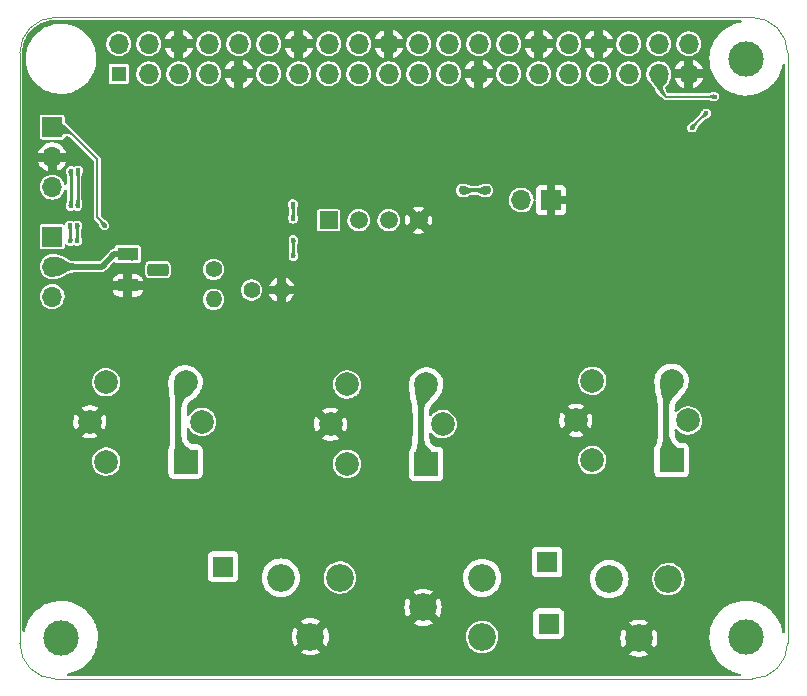
<source format=gbr>
%TF.GenerationSoftware,KiCad,Pcbnew,(6.0.4)*%
%TF.CreationDate,2022-07-22T13:04:17+03:00*%
%TF.ProjectId,shiled_v2,7368696c-6564-45f7-9632-2e6b69636164,rev?*%
%TF.SameCoordinates,Original*%
%TF.FileFunction,Copper,L2,Bot*%
%TF.FilePolarity,Positive*%
%FSLAX46Y46*%
G04 Gerber Fmt 4.6, Leading zero omitted, Abs format (unit mm)*
G04 Created by KiCad (PCBNEW (6.0.4)) date 2022-07-22 13:04:17*
%MOMM*%
%LPD*%
G01*
G04 APERTURE LIST*
G04 Aperture macros list*
%AMRoundRect*
0 Rectangle with rounded corners*
0 $1 Rounding radius*
0 $2 $3 $4 $5 $6 $7 $8 $9 X,Y pos of 4 corners*
0 Add a 4 corners polygon primitive as box body*
4,1,4,$2,$3,$4,$5,$6,$7,$8,$9,$2,$3,0*
0 Add four circle primitives for the rounded corners*
1,1,$1+$1,$2,$3*
1,1,$1+$1,$4,$5*
1,1,$1+$1,$6,$7*
1,1,$1+$1,$8,$9*
0 Add four rect primitives between the rounded corners*
20,1,$1+$1,$2,$3,$4,$5,0*
20,1,$1+$1,$4,$5,$6,$7,0*
20,1,$1+$1,$6,$7,$8,$9,0*
20,1,$1+$1,$8,$9,$2,$3,0*%
G04 Aperture macros list end*
%TA.AperFunction,Profile*%
%ADD10C,0.100000*%
%TD*%
%TA.AperFunction,ComponentPad*%
%ADD11C,1.400000*%
%TD*%
%TA.AperFunction,ComponentPad*%
%ADD12O,1.400000X1.400000*%
%TD*%
%TA.AperFunction,ComponentPad*%
%ADD13R,1.700000X1.700000*%
%TD*%
%TA.AperFunction,ComponentPad*%
%ADD14O,1.700000X1.700000*%
%TD*%
%TA.AperFunction,WasherPad*%
%ADD15C,3.000000*%
%TD*%
%TA.AperFunction,ComponentPad*%
%ADD16R,2.000000X2.000000*%
%TD*%
%TA.AperFunction,ComponentPad*%
%ADD17C,2.000000*%
%TD*%
%TA.AperFunction,ComponentPad*%
%ADD18R,1.800000X1.100000*%
%TD*%
%TA.AperFunction,ComponentPad*%
%ADD19RoundRect,0.275000X-0.625000X0.275000X-0.625000X-0.275000X0.625000X-0.275000X0.625000X0.275000X0*%
%TD*%
%TA.AperFunction,ComponentPad*%
%ADD20C,2.340000*%
%TD*%
%TA.AperFunction,ComponentPad*%
%ADD21R,1.500000X1.500000*%
%TD*%
%TA.AperFunction,ComponentPad*%
%ADD22C,1.500000*%
%TD*%
%TA.AperFunction,ComponentPad*%
%ADD23R,1.300000X1.300000*%
%TD*%
%TA.AperFunction,ViaPad*%
%ADD24C,0.400000*%
%TD*%
%TA.AperFunction,ViaPad*%
%ADD25C,0.750000*%
%TD*%
%TA.AperFunction,Conductor*%
%ADD26C,0.200000*%
%TD*%
%TA.AperFunction,Conductor*%
%ADD27C,0.250000*%
%TD*%
%TA.AperFunction,Conductor*%
%ADD28C,0.500000*%
%TD*%
%TA.AperFunction,Conductor*%
%ADD29C,0.300000*%
%TD*%
G04 APERTURE END LIST*
D10*
X143546356Y-113817611D02*
X143546356Y-63817611D01*
X78546356Y-63817611D02*
X78546356Y-113817611D01*
X140546356Y-116817611D02*
G75*
G03*
X143546356Y-113817611I37J2999963D01*
G01*
X140546356Y-60817611D02*
X81546356Y-60817611D01*
X81546356Y-116817611D02*
X140546356Y-116817611D01*
X143546389Y-63817611D02*
G75*
G03*
X140546356Y-60817611I-2999989J11D01*
G01*
X81546356Y-60817556D02*
G75*
G03*
X78546356Y-63817611I44J-3000044D01*
G01*
X78546389Y-113817611D02*
G75*
G03*
X81546356Y-116817611I3000011J11D01*
G01*
D11*
X98170200Y-83896200D03*
D12*
X100710200Y-83896200D03*
D11*
X94945200Y-82143600D03*
D12*
X94945200Y-84683600D03*
D13*
X81280000Y-70104000D03*
D14*
X81280000Y-72644000D03*
X81280000Y-75184000D03*
D13*
X81280000Y-79375000D03*
D14*
X81280000Y-81915000D03*
X81280000Y-84455000D03*
D15*
X140040000Y-64330000D03*
X82040000Y-113320000D03*
X140030000Y-113310000D03*
D13*
X123520200Y-76276200D03*
D14*
X120980200Y-76276200D03*
D16*
X92583000Y-98425000D03*
D17*
X93973000Y-95065000D03*
X92583000Y-91705000D03*
X85863000Y-91705000D03*
X84473000Y-95065000D03*
X85863000Y-98425000D03*
D18*
X87687200Y-80854000D03*
D19*
X90238200Y-82169000D03*
X87687200Y-83504000D03*
D20*
X117689000Y-108269000D03*
X112689000Y-110769000D03*
X117689000Y-113269000D03*
D13*
X95758000Y-107315000D03*
D16*
X133731000Y-98298000D03*
D17*
X135121000Y-94938000D03*
X133731000Y-91578000D03*
X127011000Y-91578000D03*
X125621000Y-94938000D03*
X127011000Y-98298000D03*
D13*
X123317000Y-112141000D03*
D16*
X112961000Y-98610000D03*
D17*
X114351000Y-95250000D03*
X112961000Y-91890000D03*
X106241000Y-91890000D03*
X104851000Y-95250000D03*
X106241000Y-98610000D03*
D20*
X128462000Y-108371000D03*
X130962000Y-113371000D03*
X133462000Y-108371000D03*
D13*
X123190000Y-106934000D03*
D20*
X100649000Y-108244000D03*
X103149000Y-113244000D03*
X105649000Y-108244000D03*
D21*
X104687600Y-77981600D03*
D22*
X107227600Y-77981600D03*
X109767600Y-77981600D03*
X112307600Y-77981600D03*
D23*
X86920000Y-65590000D03*
D14*
X86920000Y-63050000D03*
X89460000Y-65590000D03*
X89460000Y-63050000D03*
X92000000Y-65590000D03*
X92000000Y-63050000D03*
X94540000Y-65590000D03*
X94540000Y-63050000D03*
X97080000Y-65590000D03*
X97080000Y-63050000D03*
X99620000Y-65590000D03*
X99620000Y-63050000D03*
X102160000Y-65590000D03*
X102160000Y-63050000D03*
X104700000Y-65590000D03*
X104700000Y-63050000D03*
X107240000Y-65590000D03*
X107240000Y-63050000D03*
X109780000Y-65590000D03*
X109780000Y-63050000D03*
X112320000Y-65590000D03*
X112320000Y-63050000D03*
X114860000Y-65590000D03*
X114860000Y-63050000D03*
X117400000Y-65590000D03*
X117400000Y-63050000D03*
X119940000Y-65590000D03*
X119940000Y-63050000D03*
X122480000Y-65590000D03*
X122480000Y-63050000D03*
X125020000Y-65590000D03*
X125020000Y-63050000D03*
X127560000Y-65590000D03*
X127560000Y-63050000D03*
X130100000Y-65590000D03*
X130100000Y-63050000D03*
X132640000Y-65590000D03*
X132640000Y-63050000D03*
X135180000Y-65590000D03*
X135180000Y-63050000D03*
D24*
X133383900Y-66776546D03*
X132435600Y-67521700D03*
X82854800Y-76809600D03*
X82854800Y-73787000D03*
X82829400Y-79781400D03*
X82778600Y-78409800D03*
X83489800Y-73761600D03*
X83439000Y-76784200D03*
X83388200Y-79756000D03*
X83413600Y-78409800D03*
X101676200Y-76606400D03*
X101676200Y-77876400D03*
X101701600Y-79644380D03*
X101701600Y-81042900D03*
X85623400Y-77520800D03*
X84870403Y-78273797D03*
X85648800Y-73710800D03*
X84556600Y-73685400D03*
X86233000Y-72186800D03*
X84709000Y-70993000D03*
X85725000Y-78435200D03*
X133781800Y-69469000D03*
D25*
X118059200Y-75463400D03*
X116027200Y-75463400D03*
D24*
X139979400Y-75311000D03*
X96647000Y-69875400D03*
X80899000Y-109601000D03*
X113969800Y-70154800D03*
X136982200Y-83921600D03*
X94996000Y-114452400D03*
X115570000Y-81203800D03*
X118795800Y-81153000D03*
X125577600Y-79476600D03*
X123037600Y-82880200D03*
X133604000Y-75361800D03*
X127076200Y-76758800D03*
X129159000Y-76784200D03*
X133985000Y-72364600D03*
X139979400Y-72186800D03*
X135864600Y-68122800D03*
X137376100Y-67513200D03*
X130327400Y-68503800D03*
X137261600Y-69596000D03*
X135458200Y-70154800D03*
X136652000Y-68935600D03*
X94132400Y-72618600D03*
X91236800Y-76047600D03*
X99771200Y-69697600D03*
D26*
X135458200Y-70129400D02*
X136652000Y-68935600D01*
X135458200Y-70154800D02*
X135458200Y-70129400D01*
X132640000Y-66904800D02*
X132640000Y-65590000D01*
X137350700Y-67538600D02*
X133273800Y-67538600D01*
X137376100Y-67513200D02*
X137350700Y-67538600D01*
X133273800Y-67538600D02*
X132640000Y-66904800D01*
D27*
X83439000Y-76784200D02*
X83439000Y-73812400D01*
X83439000Y-73812400D02*
X83489800Y-73761600D01*
X82854800Y-76809600D02*
X82854800Y-73787000D01*
X83413600Y-79730600D02*
X83388200Y-79756000D01*
X83413600Y-78409800D02*
X83413600Y-79730600D01*
X82829400Y-78460600D02*
X82778600Y-78409800D01*
X82829400Y-79781400D02*
X82829400Y-78460600D01*
D26*
X85090000Y-77749400D02*
X85090000Y-72821800D01*
X85090000Y-72821800D02*
X82372200Y-70104000D01*
X85725000Y-78384400D02*
X85090000Y-77749400D01*
X82372200Y-70104000D02*
X81280000Y-70104000D01*
X85725000Y-78435200D02*
X85725000Y-78384400D01*
D28*
X86532000Y-80854000D02*
X88087200Y-80854000D01*
X85471000Y-81915000D02*
X86532000Y-80854000D01*
X81280000Y-81915000D02*
X85471000Y-81915000D01*
X133273800Y-92035200D02*
X133731000Y-91578000D01*
X133273800Y-97840800D02*
X133273800Y-92035200D01*
X133731000Y-98298000D02*
X133273800Y-97840800D01*
D27*
X101701600Y-81042900D02*
X101701600Y-79644380D01*
X101676200Y-77876400D02*
X101676200Y-76606400D01*
X112496600Y-98145600D02*
X112961000Y-98610000D01*
X112961000Y-91890000D02*
X112496600Y-92354400D01*
D28*
X112496600Y-92354400D02*
X112496600Y-98145600D01*
D27*
X91973400Y-92314600D02*
X92583000Y-91705000D01*
D28*
X91973400Y-97815400D02*
X91973400Y-92314600D01*
D27*
X92583000Y-98425000D02*
X91973400Y-97815400D01*
D29*
X118059200Y-75463400D02*
X116027200Y-75463400D01*
%TA.AperFunction,Conductor*%
G36*
X135741976Y-69720213D02*
G01*
X135867439Y-69845676D01*
X135870866Y-69853949D01*
X135867759Y-69861889D01*
X135849831Y-69881292D01*
X135829032Y-69903801D01*
X135828871Y-69904012D01*
X135795199Y-69948056D01*
X135795194Y-69948063D01*
X135795010Y-69948304D01*
X135794849Y-69948568D01*
X135794846Y-69948572D01*
X135770514Y-69988411D01*
X135770510Y-69988419D01*
X135770360Y-69988664D01*
X135752120Y-70026411D01*
X135737324Y-70063070D01*
X135723081Y-70099982D01*
X135722913Y-70100392D01*
X135706386Y-70138828D01*
X135706007Y-70139626D01*
X135684205Y-70181336D01*
X135683671Y-70182253D01*
X135653581Y-70228955D01*
X135652987Y-70229793D01*
X135615895Y-70277564D01*
X135608115Y-70281997D01*
X135603926Y-70281766D01*
X135400017Y-70232816D01*
X135392772Y-70227552D01*
X135391717Y-70225339D01*
X135361277Y-70139239D01*
X135319329Y-70020592D01*
X135319802Y-70011650D01*
X135322363Y-70008151D01*
X135367432Y-69965954D01*
X135368102Y-69965373D01*
X135412193Y-69929959D01*
X135412964Y-69929391D01*
X135452370Y-69902729D01*
X135453097Y-69902274D01*
X135453138Y-69902251D01*
X135489626Y-69881285D01*
X135490055Y-69881052D01*
X135525374Y-69862793D01*
X135560923Y-69844416D01*
X135561011Y-69844365D01*
X135561021Y-69844360D01*
X135576065Y-69835716D01*
X135598014Y-69823104D01*
X135638190Y-69795922D01*
X135682995Y-69759935D01*
X135725708Y-69719944D01*
X135734088Y-69716792D01*
X135741976Y-69720213D01*
G37*
%TD.AperFunction*%
%TA.AperFunction,Conductor*%
G36*
X136517760Y-68796573D02*
G01*
X136717160Y-68863040D01*
X136723925Y-68868908D01*
X136724560Y-68870440D01*
X136791027Y-69069840D01*
X136790392Y-69078772D01*
X136787851Y-69082148D01*
X136766824Y-69101506D01*
X136743947Y-69122566D01*
X136743119Y-69123258D01*
X136699579Y-69156267D01*
X136698603Y-69156931D01*
X136690742Y-69161707D01*
X136659204Y-69180868D01*
X136658274Y-69181376D01*
X136621389Y-69199415D01*
X136620827Y-69199672D01*
X136584825Y-69214906D01*
X136548541Y-69230259D01*
X136548399Y-69230329D01*
X136548389Y-69230333D01*
X136511150Y-69248545D01*
X136511146Y-69248547D01*
X136510899Y-69248668D01*
X136510669Y-69248808D01*
X136510663Y-69248811D01*
X136485294Y-69264225D01*
X136470538Y-69273190D01*
X136426101Y-69306879D01*
X136384852Y-69344854D01*
X136384488Y-69345189D01*
X136376081Y-69348271D01*
X136368291Y-69344854D01*
X136242746Y-69219309D01*
X136239319Y-69211036D01*
X136242411Y-69203112D01*
X136262888Y-69180868D01*
X136280720Y-69161498D01*
X136314409Y-69117061D01*
X136338931Y-69076700D01*
X136357340Y-69039058D01*
X136372693Y-69002774D01*
X136387927Y-68966772D01*
X136388188Y-68966200D01*
X136406220Y-68929330D01*
X136406731Y-68928395D01*
X136430667Y-68888998D01*
X136431343Y-68888005D01*
X136464325Y-68844501D01*
X136465033Y-68843652D01*
X136505452Y-68799748D01*
X136513577Y-68795983D01*
X136517760Y-68796573D01*
G37*
%TD.AperFunction*%
%TA.AperFunction,Conductor*%
G36*
X132649792Y-65169896D02*
G01*
X133066325Y-65378163D01*
X133482857Y-65586429D01*
X133488725Y-65593194D01*
X133489277Y-65597953D01*
X133466856Y-65844588D01*
X133466496Y-65846590D01*
X133406681Y-66067219D01*
X133406154Y-66068742D01*
X133323412Y-66263054D01*
X133323000Y-66263921D01*
X133256972Y-66389324D01*
X133251935Y-66394294D01*
X133145558Y-66448496D01*
X133055850Y-66538204D01*
X132998254Y-66651242D01*
X132978408Y-66776546D01*
X132998254Y-66901850D01*
X132998672Y-66902670D01*
X133051411Y-67006176D01*
X133052641Y-67010457D01*
X133056804Y-67057527D01*
X133132279Y-67223690D01*
X133276837Y-67398786D01*
X133279462Y-67407347D01*
X133276088Y-67414507D01*
X133150637Y-67539958D01*
X133142364Y-67543385D01*
X133133918Y-67539781D01*
X132977920Y-67377034D01*
X132977536Y-67376614D01*
X132849556Y-67229378D01*
X132849163Y-67228902D01*
X132845095Y-67223690D01*
X132814437Y-67184418D01*
X132748210Y-67099582D01*
X132747878Y-67099134D01*
X132664894Y-66981697D01*
X132664701Y-66981415D01*
X132529336Y-66777455D01*
X132516348Y-66757885D01*
X132506425Y-66743842D01*
X132433172Y-66640177D01*
X132433162Y-66640163D01*
X132433098Y-66640073D01*
X132354214Y-66539023D01*
X132331880Y-66510413D01*
X132331873Y-66510405D01*
X132331800Y-66510311D01*
X132278636Y-66449147D01*
X132203530Y-66362741D01*
X132203527Y-66362737D01*
X132203429Y-66362625D01*
X132045077Y-66197421D01*
X132041826Y-66189078D01*
X132043428Y-66183412D01*
X132111033Y-66068004D01*
X132634466Y-65174447D01*
X132641604Y-65169041D01*
X132649792Y-65169896D01*
G37*
%TD.AperFunction*%
%TA.AperFunction,Conductor*%
G36*
X137352822Y-67317978D02*
G01*
X137355733Y-67320998D01*
X137471704Y-67495453D01*
X137473430Y-67504240D01*
X137472559Y-67506884D01*
X137379708Y-67705484D01*
X137379360Y-67706228D01*
X137372752Y-67712271D01*
X137368409Y-67712968D01*
X137307174Y-67711123D01*
X137306364Y-67711070D01*
X137250406Y-67705484D01*
X137249538Y-67705364D01*
X137202960Y-67697156D01*
X137202195Y-67696995D01*
X137181241Y-67691829D01*
X137161648Y-67686997D01*
X137161186Y-67686873D01*
X137123400Y-67675900D01*
X137085486Y-67664889D01*
X137085383Y-67664859D01*
X137085294Y-67664837D01*
X137085279Y-67664833D01*
X137044416Y-67654757D01*
X137044405Y-67654755D01*
X137044236Y-67654713D01*
X137044055Y-67654681D01*
X137044045Y-67654679D01*
X136997049Y-67646397D01*
X136997046Y-67646397D01*
X136996827Y-67646358D01*
X136968729Y-67643553D01*
X136940227Y-67640708D01*
X136940222Y-67640708D01*
X136940025Y-67640688D01*
X136939830Y-67640682D01*
X136939828Y-67640682D01*
X136925899Y-67640263D01*
X136882048Y-67638942D01*
X136873882Y-67635267D01*
X136870700Y-67627247D01*
X136870700Y-67449848D01*
X136874127Y-67441575D01*
X136881939Y-67438157D01*
X136937571Y-67435964D01*
X136937578Y-67435963D01*
X136937842Y-67435953D01*
X136938104Y-67435918D01*
X136938114Y-67435917D01*
X136992073Y-67428683D01*
X136992075Y-67428683D01*
X136992393Y-67428640D01*
X137008197Y-67424770D01*
X137037200Y-67417669D01*
X137037204Y-67417668D01*
X137037485Y-67417599D01*
X137076253Y-67403766D01*
X137076435Y-67403686D01*
X137076442Y-67403683D01*
X137111770Y-67388109D01*
X137111776Y-67388106D01*
X137111831Y-67388082D01*
X137126121Y-67381404D01*
X137147186Y-67371561D01*
X137147523Y-67371410D01*
X137185567Y-67355074D01*
X137186333Y-67354776D01*
X137200794Y-67349737D01*
X137230289Y-67339461D01*
X137231260Y-67339170D01*
X137284437Y-67325707D01*
X137285413Y-67325504D01*
X137308113Y-67321800D01*
X137344105Y-67315928D01*
X137352822Y-67317978D01*
G37*
%TD.AperFunction*%
%TA.AperFunction,Conductor*%
G36*
X83519875Y-73669439D02*
G01*
X83678050Y-73805789D01*
X83682079Y-73813786D01*
X83681673Y-73817821D01*
X83666504Y-73871715D01*
X83666311Y-73872336D01*
X83649332Y-73921908D01*
X83649130Y-73922454D01*
X83632621Y-73963822D01*
X83632484Y-73964149D01*
X83628147Y-73974129D01*
X83616802Y-74000232D01*
X83602354Y-74033849D01*
X83589626Y-74067681D01*
X83579021Y-74104589D01*
X83570946Y-74147436D01*
X83565803Y-74199086D01*
X83565797Y-74199302D01*
X83564324Y-74251033D01*
X83560663Y-74259205D01*
X83552629Y-74262400D01*
X83325584Y-74262400D01*
X83317311Y-74258973D01*
X83313885Y-74250816D01*
X83313323Y-74194331D01*
X83313322Y-74194228D01*
X83311483Y-74138117D01*
X83308773Y-74091052D01*
X83305481Y-74050018D01*
X83298319Y-73973980D01*
X83295036Y-73933063D01*
X83295019Y-73932809D01*
X83294423Y-73922454D01*
X83292325Y-73886014D01*
X83292312Y-73885733D01*
X83290481Y-73829874D01*
X83290476Y-73829607D01*
X83289878Y-73769375D01*
X83293222Y-73761068D01*
X83296939Y-73758518D01*
X83507598Y-73667560D01*
X83516552Y-73667426D01*
X83519875Y-73669439D01*
G37*
%TD.AperFunction*%
%TA.AperFunction,Conductor*%
G36*
X83560933Y-76297627D02*
G01*
X83564354Y-76305535D01*
X83566100Y-76361456D01*
X83571800Y-76416541D01*
X83580200Y-76462499D01*
X83590400Y-76502370D01*
X83590432Y-76502475D01*
X83590435Y-76502487D01*
X83601500Y-76539200D01*
X83612526Y-76575782D01*
X83612659Y-76576259D01*
X83622699Y-76615511D01*
X83622873Y-76616306D01*
X83631117Y-76661406D01*
X83631246Y-76662306D01*
X83636857Y-76716531D01*
X83636913Y-76717370D01*
X83638766Y-76776718D01*
X83635599Y-76785094D01*
X83632304Y-76787548D01*
X83444232Y-76881584D01*
X83435300Y-76882219D01*
X83433768Y-76881584D01*
X83245696Y-76787548D01*
X83239828Y-76780783D01*
X83239234Y-76776718D01*
X83241087Y-76717370D01*
X83241143Y-76716531D01*
X83246754Y-76662306D01*
X83246883Y-76661406D01*
X83255126Y-76616306D01*
X83255300Y-76615510D01*
X83265341Y-76576259D01*
X83265474Y-76575783D01*
X83276500Y-76539200D01*
X83287565Y-76502487D01*
X83287568Y-76502475D01*
X83287600Y-76502370D01*
X83297799Y-76462499D01*
X83297834Y-76462309D01*
X83297837Y-76462294D01*
X83306157Y-76416778D01*
X83306158Y-76416770D01*
X83306200Y-76416541D01*
X83311900Y-76361456D01*
X83313646Y-76305535D01*
X83317329Y-76297373D01*
X83325340Y-76294200D01*
X83552660Y-76294200D01*
X83560933Y-76297627D01*
G37*
%TD.AperFunction*%
%TA.AperFunction,Conductor*%
G36*
X82976733Y-76323027D02*
G01*
X82980154Y-76330935D01*
X82981900Y-76386856D01*
X82987600Y-76441941D01*
X82996000Y-76487899D01*
X83006200Y-76527770D01*
X83006232Y-76527875D01*
X83006235Y-76527887D01*
X83017300Y-76564600D01*
X83028326Y-76601182D01*
X83028459Y-76601659D01*
X83038499Y-76640911D01*
X83038673Y-76641706D01*
X83046917Y-76686806D01*
X83047046Y-76687706D01*
X83052657Y-76741931D01*
X83052713Y-76742770D01*
X83054566Y-76802118D01*
X83051399Y-76810494D01*
X83048104Y-76812948D01*
X82860032Y-76906984D01*
X82851100Y-76907619D01*
X82849568Y-76906984D01*
X82661496Y-76812948D01*
X82655628Y-76806183D01*
X82655034Y-76802118D01*
X82656887Y-76742770D01*
X82656943Y-76741931D01*
X82662554Y-76687706D01*
X82662683Y-76686806D01*
X82670926Y-76641706D01*
X82671100Y-76640910D01*
X82681141Y-76601659D01*
X82681274Y-76601183D01*
X82692300Y-76564600D01*
X82703365Y-76527887D01*
X82703368Y-76527875D01*
X82703400Y-76527770D01*
X82713599Y-76487899D01*
X82713634Y-76487709D01*
X82713637Y-76487694D01*
X82721957Y-76442178D01*
X82721958Y-76442170D01*
X82722000Y-76441941D01*
X82727700Y-76386856D01*
X82729446Y-76330935D01*
X82733129Y-76322773D01*
X82741140Y-76319600D01*
X82968460Y-76319600D01*
X82976733Y-76323027D01*
G37*
%TD.AperFunction*%
%TA.AperFunction,Conductor*%
G36*
X82860032Y-73689616D02*
G01*
X83048104Y-73783652D01*
X83053972Y-73790417D01*
X83054566Y-73794482D01*
X83052713Y-73853829D01*
X83052657Y-73854668D01*
X83047046Y-73908893D01*
X83046917Y-73909793D01*
X83038674Y-73954893D01*
X83038500Y-73955689D01*
X83028459Y-73994940D01*
X83028328Y-73995410D01*
X83017300Y-74032000D01*
X83006200Y-74068829D01*
X82995999Y-74108700D01*
X82987600Y-74154658D01*
X82987579Y-74154865D01*
X82987577Y-74154876D01*
X82984856Y-74181172D01*
X82981900Y-74209743D01*
X82981894Y-74209950D01*
X82981893Y-74209958D01*
X82980154Y-74265665D01*
X82976471Y-74273827D01*
X82968460Y-74277000D01*
X82741140Y-74277000D01*
X82732867Y-74273573D01*
X82729446Y-74265665D01*
X82727707Y-74209958D01*
X82727706Y-74209950D01*
X82727700Y-74209743D01*
X82722000Y-74154658D01*
X82713600Y-74108700D01*
X82703400Y-74068829D01*
X82692300Y-74032000D01*
X82681272Y-73995410D01*
X82681141Y-73994940D01*
X82671098Y-73955687D01*
X82670924Y-73954890D01*
X82662683Y-73909795D01*
X82662554Y-73908896D01*
X82656943Y-73854668D01*
X82656887Y-73853829D01*
X82655034Y-73794482D01*
X82658201Y-73786106D01*
X82661496Y-73783652D01*
X82849568Y-73689616D01*
X82858500Y-73688981D01*
X82860032Y-73689616D01*
G37*
%TD.AperFunction*%
%TA.AperFunction,Conductor*%
G36*
X83535406Y-79254027D02*
G01*
X83538831Y-79262064D01*
X83539988Y-79319596D01*
X83539999Y-79319759D01*
X83543423Y-79371248D01*
X83543758Y-79376288D01*
X83549313Y-79423752D01*
X83556059Y-79465064D01*
X83561177Y-79491723D01*
X83563400Y-79503300D01*
X83570708Y-79541370D01*
X83570765Y-79541690D01*
X83577442Y-79582578D01*
X83577516Y-79583104D01*
X83583008Y-79630031D01*
X83583061Y-79630615D01*
X83586792Y-79686720D01*
X83586816Y-79687260D01*
X83588047Y-79748389D01*
X83584787Y-79756730D01*
X83581304Y-79759224D01*
X83381885Y-79852459D01*
X83372939Y-79852858D01*
X83370453Y-79851604D01*
X83195928Y-79735587D01*
X83190935Y-79728153D01*
X83190839Y-79724076D01*
X83199746Y-79665775D01*
X83199874Y-79665083D01*
X83211494Y-79611782D01*
X83211659Y-79611130D01*
X83224272Y-79566849D01*
X83224442Y-79566300D01*
X83237506Y-79527731D01*
X83237578Y-79527526D01*
X83250421Y-79491808D01*
X83250452Y-79491723D01*
X83259354Y-79465064D01*
X83262416Y-79455895D01*
X83262420Y-79455883D01*
X83262467Y-79455741D01*
X83272933Y-79416671D01*
X83281207Y-79371479D01*
X83286644Y-79317133D01*
X83288266Y-79261956D01*
X83291935Y-79253787D01*
X83299961Y-79250600D01*
X83527133Y-79250600D01*
X83535406Y-79254027D01*
G37*
%TD.AperFunction*%
%TA.AperFunction,Conductor*%
G36*
X83418832Y-78312416D02*
G01*
X83606904Y-78406452D01*
X83612772Y-78413217D01*
X83613366Y-78417282D01*
X83611513Y-78476629D01*
X83611457Y-78477468D01*
X83605846Y-78531693D01*
X83605717Y-78532593D01*
X83597474Y-78577693D01*
X83597300Y-78578489D01*
X83587259Y-78617740D01*
X83587128Y-78618210D01*
X83576100Y-78654800D01*
X83565000Y-78691629D01*
X83554800Y-78731500D01*
X83546400Y-78777458D01*
X83540700Y-78832543D01*
X83540694Y-78832750D01*
X83540693Y-78832758D01*
X83538954Y-78888465D01*
X83535271Y-78896627D01*
X83527260Y-78899800D01*
X83299940Y-78899800D01*
X83291667Y-78896373D01*
X83288246Y-78888465D01*
X83286507Y-78832758D01*
X83286506Y-78832750D01*
X83286500Y-78832543D01*
X83280800Y-78777458D01*
X83272400Y-78731500D01*
X83262200Y-78691629D01*
X83251100Y-78654800D01*
X83240072Y-78618210D01*
X83239941Y-78617740D01*
X83229900Y-78578489D01*
X83229726Y-78577693D01*
X83221483Y-78532593D01*
X83221354Y-78531693D01*
X83215743Y-78477468D01*
X83215687Y-78476629D01*
X83213834Y-78417282D01*
X83217001Y-78408906D01*
X83220296Y-78406452D01*
X83408368Y-78312416D01*
X83417300Y-78311781D01*
X83418832Y-78312416D01*
G37*
%TD.AperFunction*%
%TA.AperFunction,Conductor*%
G36*
X82951333Y-79294827D02*
G01*
X82954754Y-79302735D01*
X82956500Y-79358656D01*
X82956522Y-79358864D01*
X82962176Y-79413506D01*
X82962200Y-79413741D01*
X82970599Y-79459699D01*
X82980800Y-79499570D01*
X82980832Y-79499675D01*
X82980835Y-79499687D01*
X82991900Y-79536400D01*
X83002926Y-79572982D01*
X83003059Y-79573459D01*
X83013099Y-79612711D01*
X83013273Y-79613506D01*
X83021517Y-79658606D01*
X83021646Y-79659506D01*
X83027257Y-79713731D01*
X83027313Y-79714570D01*
X83029166Y-79773918D01*
X83025999Y-79782294D01*
X83022704Y-79784748D01*
X82834632Y-79878784D01*
X82825700Y-79879419D01*
X82824168Y-79878784D01*
X82636096Y-79784748D01*
X82630228Y-79777983D01*
X82629634Y-79773918D01*
X82631487Y-79714570D01*
X82631543Y-79713731D01*
X82637154Y-79659503D01*
X82637283Y-79658604D01*
X82645524Y-79613509D01*
X82645698Y-79612712D01*
X82645699Y-79612711D01*
X82655743Y-79573452D01*
X82655874Y-79572983D01*
X82666900Y-79536400D01*
X82677965Y-79499687D01*
X82677968Y-79499675D01*
X82678000Y-79499570D01*
X82688199Y-79459699D01*
X82688234Y-79459509D01*
X82688237Y-79459494D01*
X82696557Y-79413978D01*
X82696559Y-79413963D01*
X82696600Y-79413741D01*
X82702300Y-79358656D01*
X82704046Y-79302735D01*
X82707729Y-79294573D01*
X82715740Y-79291400D01*
X82943060Y-79291400D01*
X82951333Y-79294827D01*
G37*
%TD.AperFunction*%
%TA.AperFunction,Conductor*%
G36*
X82760802Y-78315760D02*
G01*
X82971461Y-78406718D01*
X82977698Y-78413143D01*
X82978522Y-78417573D01*
X82978112Y-78458852D01*
X82977923Y-78477807D01*
X82977918Y-78478074D01*
X82976087Y-78533933D01*
X82976074Y-78534214D01*
X82973976Y-78570654D01*
X82973380Y-78581009D01*
X82973362Y-78581272D01*
X82970081Y-78622168D01*
X82970066Y-78622329D01*
X82962919Y-78698206D01*
X82962918Y-78698218D01*
X82959626Y-78739252D01*
X82956916Y-78786317D01*
X82955077Y-78842428D01*
X82955076Y-78842531D01*
X82954515Y-78899016D01*
X82951007Y-78907255D01*
X82942816Y-78910600D01*
X82715771Y-78910600D01*
X82707498Y-78907173D01*
X82704076Y-78899233D01*
X82702602Y-78847502D01*
X82702596Y-78847286D01*
X82697453Y-78795636D01*
X82689378Y-78752789D01*
X82678773Y-78715881D01*
X82666045Y-78682049D01*
X82651597Y-78648432D01*
X82640252Y-78622329D01*
X82635915Y-78612349D01*
X82635778Y-78612022D01*
X82619269Y-78570654D01*
X82619067Y-78570108D01*
X82602088Y-78520536D01*
X82601895Y-78519915D01*
X82586727Y-78466021D01*
X82587784Y-78457129D01*
X82590350Y-78453989D01*
X82748525Y-78317639D01*
X82757029Y-78314833D01*
X82760802Y-78315760D01*
G37*
%TD.AperFunction*%
%TA.AperFunction,Conductor*%
G36*
X85471638Y-77989200D02*
G01*
X85513470Y-78028919D01*
X85513600Y-78029042D01*
X85513738Y-78029158D01*
X85557078Y-78065654D01*
X85557087Y-78065661D01*
X85557214Y-78065768D01*
X85557355Y-78065872D01*
X85595723Y-78094166D01*
X85595737Y-78094176D01*
X85595865Y-78094270D01*
X85631207Y-78117288D01*
X85664896Y-78137564D01*
X85698416Y-78157740D01*
X85698731Y-78157937D01*
X85719434Y-78171420D01*
X85733634Y-78180668D01*
X85734193Y-78181055D01*
X85772276Y-78209138D01*
X85772868Y-78209605D01*
X85815923Y-78245861D01*
X85816443Y-78246326D01*
X85860796Y-78288438D01*
X85864436Y-78296620D01*
X85863692Y-78301038D01*
X85791236Y-78493788D01*
X85784925Y-78510578D01*
X85778806Y-78517116D01*
X85775713Y-78518030D01*
X85568839Y-78549094D01*
X85560149Y-78546934D01*
X85557282Y-78543884D01*
X85525383Y-78494628D01*
X85524887Y-78493788D01*
X85499235Y-78445848D01*
X85498818Y-78444985D01*
X85480418Y-78402571D01*
X85480155Y-78401910D01*
X85466169Y-78363173D01*
X85466082Y-78362921D01*
X85453846Y-78326449D01*
X85453831Y-78326407D01*
X85453794Y-78326296D01*
X85440487Y-78290343D01*
X85439603Y-78288438D01*
X85423561Y-78253892D01*
X85423561Y-78253891D01*
X85423430Y-78253610D01*
X85399842Y-78214501D01*
X85366942Y-78171420D01*
X85354384Y-78157841D01*
X85329590Y-78131031D01*
X85326489Y-78122630D01*
X85329907Y-78114814D01*
X85455309Y-77989412D01*
X85463582Y-77985985D01*
X85471638Y-77989200D01*
G37*
%TD.AperFunction*%
%TA.AperFunction,Conductor*%
G36*
X81887429Y-69509317D02*
G01*
X82055082Y-69676119D01*
X82199240Y-69817880D01*
X82320986Y-69936094D01*
X82321051Y-69936156D01*
X82427791Y-70038608D01*
X82527124Y-70133274D01*
X82626428Y-70227910D01*
X82626458Y-70227939D01*
X82733262Y-70330454D01*
X82733310Y-70330501D01*
X82854954Y-70448615D01*
X82855008Y-70448667D01*
X82999167Y-70590429D01*
X82999215Y-70590477D01*
X83164895Y-70755316D01*
X83168343Y-70763580D01*
X83164916Y-70771883D01*
X83039409Y-70897390D01*
X83031136Y-70900817D01*
X83023570Y-70898042D01*
X82864988Y-70763580D01*
X82856333Y-70756241D01*
X82856331Y-70756239D01*
X82855836Y-70755820D01*
X82805689Y-70729612D01*
X82696538Y-70672568D01*
X82696536Y-70672567D01*
X82695797Y-70672181D01*
X82694979Y-70672018D01*
X82694978Y-70672018D01*
X82608119Y-70654748D01*
X82545770Y-70642351D01*
X82544958Y-70642419D01*
X82544955Y-70642419D01*
X82421313Y-70652790D01*
X82399851Y-70654590D01*
X82399304Y-70654748D01*
X82399302Y-70654748D01*
X82339372Y-70672018D01*
X82252135Y-70697157D01*
X82096721Y-70758312D01*
X81928018Y-70826188D01*
X81927398Y-70826417D01*
X81827508Y-70859856D01*
X81739782Y-70889222D01*
X81738552Y-70889560D01*
X81667434Y-70905010D01*
X81526043Y-70935726D01*
X81524433Y-70935959D01*
X81287819Y-70953423D01*
X81279316Y-70950615D01*
X81276493Y-70946987D01*
X80859896Y-70113792D01*
X80859261Y-70104861D01*
X80864447Y-70098466D01*
X81873263Y-69507516D01*
X81882134Y-69506291D01*
X81887429Y-69509317D01*
G37*
%TD.AperFunction*%
%TA.AperFunction,Conductor*%
G36*
X88088029Y-80307393D02*
G01*
X88090596Y-80310793D01*
X88359584Y-80848768D01*
X88360219Y-80857700D01*
X88359584Y-80859232D01*
X88090596Y-81397207D01*
X88083831Y-81403075D01*
X88079612Y-81403663D01*
X88038724Y-81401847D01*
X87898643Y-81395627D01*
X87897455Y-81395513D01*
X87744619Y-81372893D01*
X87743370Y-81372637D01*
X87659679Y-81350621D01*
X87616817Y-81339345D01*
X87615731Y-81339002D01*
X87506403Y-81298514D01*
X87505773Y-81298259D01*
X87404700Y-81254000D01*
X87303467Y-81209671D01*
X87303305Y-81209600D01*
X87303155Y-81209545D01*
X87303149Y-81209542D01*
X87193405Y-81168899D01*
X87193398Y-81168897D01*
X87193134Y-81168799D01*
X87192861Y-81168727D01*
X87192854Y-81168725D01*
X87101768Y-81144764D01*
X87065411Y-81135200D01*
X87065095Y-81135153D01*
X87065089Y-81135152D01*
X86911655Y-81112444D01*
X86911656Y-81112444D01*
X86911358Y-81112400D01*
X86911060Y-81112387D01*
X86911052Y-81112386D01*
X86829218Y-81108752D01*
X86733380Y-81104496D01*
X86725268Y-81100707D01*
X86722200Y-81092809D01*
X86722200Y-80615191D01*
X86725627Y-80606918D01*
X86733380Y-80603504D01*
X86829218Y-80599248D01*
X86911052Y-80595614D01*
X86911060Y-80595613D01*
X86911358Y-80595600D01*
X86928964Y-80592994D01*
X87065089Y-80572848D01*
X87065095Y-80572847D01*
X87065411Y-80572800D01*
X87101460Y-80563317D01*
X87192854Y-80539274D01*
X87192860Y-80539272D01*
X87193134Y-80539200D01*
X87193398Y-80539102D01*
X87193405Y-80539100D01*
X87303149Y-80498458D01*
X87303155Y-80498455D01*
X87303305Y-80498400D01*
X87404700Y-80454000D01*
X87505773Y-80409741D01*
X87506403Y-80409486D01*
X87615731Y-80368997D01*
X87616817Y-80368654D01*
X87659435Y-80357443D01*
X87743370Y-80335363D01*
X87744619Y-80335107D01*
X87897455Y-80312487D01*
X87898643Y-80312373D01*
X88038724Y-80306153D01*
X88079612Y-80304337D01*
X88088029Y-80307393D01*
G37*
%TD.AperFunction*%
%TA.AperFunction,Conductor*%
G36*
X81375331Y-81070399D02*
G01*
X81575885Y-81081757D01*
X81577408Y-81081944D01*
X81815731Y-81127247D01*
X81817318Y-81127666D01*
X82013170Y-81194370D01*
X82014487Y-81194910D01*
X82182386Y-81276015D01*
X82183121Y-81276402D01*
X82337500Y-81365000D01*
X82492048Y-81453696D01*
X82492057Y-81453701D01*
X82492230Y-81453800D01*
X82492420Y-81453892D01*
X82492428Y-81453896D01*
X82660832Y-81535244D01*
X82660839Y-81535247D01*
X82661154Y-81535399D01*
X82858461Y-81602600D01*
X83098346Y-81648200D01*
X83230928Y-81655708D01*
X83383962Y-81664375D01*
X83392028Y-81668264D01*
X83395000Y-81676056D01*
X83395000Y-82153944D01*
X83391573Y-82162217D01*
X83383962Y-82165625D01*
X83230928Y-82174292D01*
X83098346Y-82181800D01*
X82858461Y-82227400D01*
X82661154Y-82294600D01*
X82660839Y-82294752D01*
X82660832Y-82294755D01*
X82492428Y-82376104D01*
X82492420Y-82376108D01*
X82492230Y-82376200D01*
X82492057Y-82376299D01*
X82492048Y-82376304D01*
X82337500Y-82465000D01*
X82183121Y-82553598D01*
X82182386Y-82553985D01*
X82014487Y-82635089D01*
X82013170Y-82635629D01*
X81817318Y-82702334D01*
X81815731Y-82702753D01*
X81577408Y-82748056D01*
X81575885Y-82748243D01*
X81375331Y-82759601D01*
X81287684Y-82764565D01*
X81279231Y-82761612D01*
X81276558Y-82758116D01*
X80857616Y-81920232D01*
X80856981Y-81911300D01*
X80857616Y-81909768D01*
X81276558Y-81071884D01*
X81283323Y-81066016D01*
X81287684Y-81065435D01*
X81375331Y-81070399D01*
G37*
%TD.AperFunction*%
%TA.AperFunction,Conductor*%
G36*
X133521022Y-95904227D02*
G01*
X133524430Y-95911833D01*
X133538592Y-96159708D01*
X133540868Y-96199551D01*
X133589367Y-96435979D01*
X133665240Y-96624753D01*
X133764429Y-96780539D01*
X133882877Y-96918007D01*
X133883455Y-96918586D01*
X134016522Y-97051820D01*
X134016527Y-97051825D01*
X134161075Y-97196418D01*
X134161538Y-97196908D01*
X134312833Y-97366776D01*
X134313524Y-97367629D01*
X134467732Y-97577558D01*
X134468418Y-97578606D01*
X134539003Y-97700577D01*
X134618143Y-97837331D01*
X134619320Y-97846208D01*
X134617429Y-97850139D01*
X133963207Y-98736459D01*
X133955537Y-98741080D01*
X133949801Y-98740509D01*
X132738914Y-98300873D01*
X132732307Y-98294828D01*
X132731211Y-98289583D01*
X132739191Y-97970396D01*
X132739227Y-97969724D01*
X132761421Y-97701300D01*
X132761503Y-97700577D01*
X132794198Y-97476237D01*
X132794311Y-97475590D01*
X132834027Y-97280497D01*
X132834114Y-97280105D01*
X132920712Y-96918586D01*
X132920734Y-96918495D01*
X132960555Y-96722887D01*
X132993348Y-96497871D01*
X133015601Y-96228743D01*
X133023515Y-95912208D01*
X133027147Y-95904023D01*
X133035211Y-95900800D01*
X133512749Y-95900800D01*
X133521022Y-95904227D01*
G37*
%TD.AperFunction*%
%TA.AperFunction,Conductor*%
G36*
X133958747Y-91135889D02*
G01*
X133963207Y-91139541D01*
X134617429Y-92025861D01*
X134619585Y-92034552D01*
X134618143Y-92038669D01*
X134468418Y-92297393D01*
X134467732Y-92298441D01*
X134313525Y-92508368D01*
X134312833Y-92509223D01*
X134161538Y-92679091D01*
X134161075Y-92679581D01*
X134016527Y-92824174D01*
X133882877Y-92957992D01*
X133764429Y-93095460D01*
X133665240Y-93251246D01*
X133589367Y-93440020D01*
X133540868Y-93676448D01*
X133540844Y-93676869D01*
X133524430Y-93964167D01*
X133520537Y-93972232D01*
X133512749Y-93975200D01*
X133035211Y-93975200D01*
X133026938Y-93971773D01*
X133023515Y-93963792D01*
X133015605Y-93647427D01*
X133015601Y-93647256D01*
X132993348Y-93378128D01*
X132960555Y-93153112D01*
X132920734Y-92957504D01*
X132834114Y-92595894D01*
X132834027Y-92595502D01*
X132794311Y-92400409D01*
X132794198Y-92399762D01*
X132761503Y-92175422D01*
X132761421Y-92174699D01*
X132739227Y-91906275D01*
X132739191Y-91905603D01*
X132731211Y-91586417D01*
X132734430Y-91578061D01*
X132738914Y-91575127D01*
X133949801Y-91135491D01*
X133958747Y-91135889D01*
G37*
%TD.AperFunction*%
%TA.AperFunction,Conductor*%
G36*
X101706832Y-79546996D02*
G01*
X101894904Y-79641032D01*
X101900772Y-79647797D01*
X101901366Y-79651862D01*
X101899513Y-79711209D01*
X101899457Y-79712048D01*
X101893846Y-79766273D01*
X101893717Y-79767173D01*
X101885474Y-79812273D01*
X101885300Y-79813069D01*
X101875259Y-79852320D01*
X101875128Y-79852790D01*
X101864100Y-79889380D01*
X101853000Y-79926209D01*
X101842799Y-79966080D01*
X101834400Y-80012038D01*
X101834379Y-80012245D01*
X101834377Y-80012256D01*
X101831656Y-80038552D01*
X101828700Y-80067123D01*
X101828694Y-80067330D01*
X101828693Y-80067338D01*
X101826954Y-80123045D01*
X101823271Y-80131207D01*
X101815260Y-80134380D01*
X101587940Y-80134380D01*
X101579667Y-80130953D01*
X101576246Y-80123045D01*
X101574507Y-80067338D01*
X101574506Y-80067330D01*
X101574500Y-80067123D01*
X101568800Y-80012038D01*
X101560400Y-79966080D01*
X101550200Y-79926209D01*
X101539100Y-79889380D01*
X101528072Y-79852790D01*
X101527941Y-79852320D01*
X101517898Y-79813067D01*
X101517724Y-79812270D01*
X101509483Y-79767175D01*
X101509354Y-79766276D01*
X101503743Y-79712048D01*
X101503687Y-79711209D01*
X101501834Y-79651862D01*
X101505001Y-79643486D01*
X101508296Y-79641032D01*
X101696368Y-79546996D01*
X101705300Y-79546361D01*
X101706832Y-79546996D01*
G37*
%TD.AperFunction*%
%TA.AperFunction,Conductor*%
G36*
X101823533Y-80556327D02*
G01*
X101826954Y-80564235D01*
X101828700Y-80620156D01*
X101834400Y-80675241D01*
X101842800Y-80721199D01*
X101853000Y-80761070D01*
X101853032Y-80761175D01*
X101853035Y-80761187D01*
X101864100Y-80797900D01*
X101875126Y-80834482D01*
X101875259Y-80834959D01*
X101885299Y-80874211D01*
X101885473Y-80875006D01*
X101893717Y-80920106D01*
X101893846Y-80921006D01*
X101899457Y-80975231D01*
X101899513Y-80976070D01*
X101901366Y-81035418D01*
X101898199Y-81043794D01*
X101894904Y-81046248D01*
X101706832Y-81140284D01*
X101697900Y-81140919D01*
X101696368Y-81140284D01*
X101508296Y-81046248D01*
X101502428Y-81039483D01*
X101501834Y-81035418D01*
X101503687Y-80976070D01*
X101503743Y-80975231D01*
X101509354Y-80921006D01*
X101509483Y-80920106D01*
X101517726Y-80875006D01*
X101517900Y-80874210D01*
X101527941Y-80834959D01*
X101528074Y-80834483D01*
X101539100Y-80797900D01*
X101550165Y-80761187D01*
X101550168Y-80761175D01*
X101550200Y-80761070D01*
X101560399Y-80721199D01*
X101560434Y-80721009D01*
X101560437Y-80720994D01*
X101568757Y-80675478D01*
X101568758Y-80675470D01*
X101568800Y-80675241D01*
X101574500Y-80620156D01*
X101576246Y-80564235D01*
X101579929Y-80556073D01*
X101587940Y-80552900D01*
X101815260Y-80552900D01*
X101823533Y-80556327D01*
G37*
%TD.AperFunction*%
%TA.AperFunction,Conductor*%
G36*
X101681432Y-76509016D02*
G01*
X101869504Y-76603052D01*
X101875372Y-76609817D01*
X101875966Y-76613882D01*
X101874113Y-76673229D01*
X101874057Y-76674068D01*
X101868446Y-76728293D01*
X101868317Y-76729193D01*
X101860074Y-76774293D01*
X101859900Y-76775089D01*
X101849859Y-76814340D01*
X101849728Y-76814810D01*
X101838700Y-76851400D01*
X101827600Y-76888229D01*
X101817399Y-76928100D01*
X101809000Y-76974058D01*
X101808979Y-76974265D01*
X101808977Y-76974276D01*
X101806256Y-77000572D01*
X101803300Y-77029143D01*
X101803294Y-77029350D01*
X101803293Y-77029358D01*
X101801554Y-77085065D01*
X101797871Y-77093227D01*
X101789860Y-77096400D01*
X101562540Y-77096400D01*
X101554267Y-77092973D01*
X101550846Y-77085065D01*
X101549107Y-77029358D01*
X101549106Y-77029350D01*
X101549100Y-77029143D01*
X101543400Y-76974058D01*
X101535000Y-76928100D01*
X101524800Y-76888229D01*
X101513700Y-76851400D01*
X101502672Y-76814810D01*
X101502541Y-76814340D01*
X101492498Y-76775087D01*
X101492324Y-76774290D01*
X101484083Y-76729195D01*
X101483954Y-76728296D01*
X101478343Y-76674068D01*
X101478287Y-76673229D01*
X101476434Y-76613882D01*
X101479601Y-76605506D01*
X101482896Y-76603052D01*
X101670968Y-76509016D01*
X101679900Y-76508381D01*
X101681432Y-76509016D01*
G37*
%TD.AperFunction*%
%TA.AperFunction,Conductor*%
G36*
X101798133Y-77389827D02*
G01*
X101801554Y-77397735D01*
X101803300Y-77453656D01*
X101809000Y-77508741D01*
X101817400Y-77554699D01*
X101827600Y-77594570D01*
X101827632Y-77594675D01*
X101827635Y-77594687D01*
X101838700Y-77631400D01*
X101849726Y-77667982D01*
X101849859Y-77668459D01*
X101859899Y-77707711D01*
X101860073Y-77708506D01*
X101868317Y-77753606D01*
X101868446Y-77754506D01*
X101874057Y-77808731D01*
X101874113Y-77809570D01*
X101875966Y-77868918D01*
X101872799Y-77877294D01*
X101869504Y-77879748D01*
X101681432Y-77973784D01*
X101672500Y-77974419D01*
X101670968Y-77973784D01*
X101482896Y-77879748D01*
X101477028Y-77872983D01*
X101476434Y-77868918D01*
X101478287Y-77809570D01*
X101478343Y-77808731D01*
X101483954Y-77754506D01*
X101484083Y-77753606D01*
X101492326Y-77708506D01*
X101492500Y-77707710D01*
X101502541Y-77668459D01*
X101502674Y-77667983D01*
X101513700Y-77631400D01*
X101524765Y-77594687D01*
X101524768Y-77594675D01*
X101524800Y-77594570D01*
X101534999Y-77554699D01*
X101535034Y-77554509D01*
X101535037Y-77554494D01*
X101543357Y-77508978D01*
X101543358Y-77508970D01*
X101543400Y-77508741D01*
X101549100Y-77453656D01*
X101550846Y-77397735D01*
X101554529Y-77389573D01*
X101562540Y-77386400D01*
X101789860Y-77386400D01*
X101798133Y-77389827D01*
G37*
%TD.AperFunction*%
%TA.AperFunction,Conductor*%
G36*
X112743822Y-96219027D02*
G01*
X112747230Y-96226633D01*
X112763608Y-96513476D01*
X112811970Y-96749185D01*
X112812166Y-96749672D01*
X112887489Y-96936822D01*
X112887491Y-96936827D01*
X112887694Y-96937330D01*
X112986787Y-97092513D01*
X113105257Y-97229338D01*
X113105417Y-97229497D01*
X113239109Y-97362407D01*
X113384116Y-97506091D01*
X113384572Y-97506569D01*
X113536625Y-97675283D01*
X113537316Y-97676125D01*
X113692657Y-97884598D01*
X113693358Y-97885653D01*
X113844606Y-98142577D01*
X113845850Y-98151445D01*
X113843989Y-98155389D01*
X113196573Y-99046636D01*
X113188938Y-99051316D01*
X113183139Y-99050766D01*
X112748573Y-98894039D01*
X111968935Y-98612861D01*
X111962315Y-98606831D01*
X111961207Y-98601569D01*
X111968989Y-98282847D01*
X111969024Y-98282191D01*
X111990675Y-98014094D01*
X111990754Y-98013388D01*
X112022643Y-97789310D01*
X112022750Y-97788677D01*
X112061494Y-97593739D01*
X112061577Y-97593356D01*
X112103800Y-97412800D01*
X112146046Y-97232146D01*
X112146048Y-97232137D01*
X112146069Y-97232047D01*
X112146608Y-97229338D01*
X112184883Y-97036759D01*
X112184883Y-97036758D01*
X112184910Y-97036623D01*
X112216897Y-96811855D01*
X112238603Y-96543071D01*
X112246321Y-96227013D01*
X112249949Y-96218827D01*
X112258018Y-96215600D01*
X112735549Y-96215600D01*
X112743822Y-96219027D01*
G37*
%TD.AperFunction*%
%TA.AperFunction,Conductor*%
G36*
X113192083Y-91449651D02*
G01*
X113196573Y-91453364D01*
X113843989Y-92344611D01*
X113846079Y-92353318D01*
X113844606Y-92357423D01*
X113693358Y-92614346D01*
X113692657Y-92615401D01*
X113537316Y-92823874D01*
X113536625Y-92824716D01*
X113384572Y-92993430D01*
X113384116Y-92993908D01*
X113289966Y-93087199D01*
X113239109Y-93137592D01*
X113105257Y-93270661D01*
X112986787Y-93407486D01*
X112887694Y-93562669D01*
X112887491Y-93563172D01*
X112887489Y-93563177D01*
X112837193Y-93688144D01*
X112811970Y-93750814D01*
X112763608Y-93986523D01*
X112763584Y-93986950D01*
X112763583Y-93986955D01*
X112747230Y-94273367D01*
X112743337Y-94281431D01*
X112735549Y-94284400D01*
X112258018Y-94284400D01*
X112249745Y-94280973D01*
X112246321Y-94272986D01*
X112239336Y-93986955D01*
X112238603Y-93956928D01*
X112216897Y-93688144D01*
X112184910Y-93463376D01*
X112146641Y-93270828D01*
X112146088Y-93268046D01*
X112146084Y-93268029D01*
X112146069Y-93267952D01*
X112103800Y-93087199D01*
X112061577Y-92906643D01*
X112061494Y-92906260D01*
X112022750Y-92711322D01*
X112022643Y-92710689D01*
X111990754Y-92486611D01*
X111990675Y-92485905D01*
X111969024Y-92217808D01*
X111968989Y-92217152D01*
X111961207Y-91898431D01*
X111964431Y-91890076D01*
X111968935Y-91887139D01*
X113181982Y-91449651D01*
X113183139Y-91449234D01*
X113192083Y-91449651D01*
G37*
%TD.AperFunction*%
%TA.AperFunction,Conductor*%
G36*
X92220618Y-96128827D02*
G01*
X92224026Y-96136437D01*
X92238959Y-96399838D01*
X92239048Y-96400268D01*
X92246962Y-96438509D01*
X92283856Y-96616796D01*
X92316841Y-96696204D01*
X92355187Y-96788518D01*
X92355189Y-96788522D01*
X92355416Y-96789068D01*
X92355751Y-96789560D01*
X92355752Y-96789562D01*
X92450683Y-96929041D01*
X92450687Y-96929045D01*
X92450964Y-96929453D01*
X92567826Y-97050746D01*
X92568036Y-97050925D01*
X92568039Y-97050927D01*
X92703326Y-97165741D01*
X92703328Y-97165743D01*
X92854656Y-97287132D01*
X92854936Y-97287364D01*
X93019239Y-97427772D01*
X93019852Y-97428335D01*
X93194546Y-97600555D01*
X93195280Y-97601348D01*
X93373338Y-97812883D01*
X93376043Y-97821418D01*
X93374892Y-97825566D01*
X92890528Y-98813674D01*
X92883809Y-98819594D01*
X92876607Y-98819715D01*
X92876211Y-98819594D01*
X92541298Y-98717403D01*
X91591394Y-98427561D01*
X91584482Y-98421869D01*
X91583110Y-98416223D01*
X91586929Y-98111963D01*
X91586938Y-98111626D01*
X91597594Y-97854259D01*
X91597615Y-97853894D01*
X91613314Y-97638156D01*
X91613343Y-97637825D01*
X91617084Y-97600933D01*
X91632407Y-97449791D01*
X91632429Y-97449587D01*
X91653200Y-97275200D01*
X91673969Y-97100825D01*
X91673972Y-97100798D01*
X91673979Y-97100738D01*
X91693073Y-96912402D01*
X91708798Y-96696317D01*
X91712091Y-96616796D01*
X91719464Y-96438704D01*
X91719468Y-96438608D01*
X91723255Y-96136953D01*
X91726785Y-96128724D01*
X91734954Y-96125400D01*
X92212345Y-96125400D01*
X92220618Y-96128827D01*
G37*
%TD.AperFunction*%
%TA.AperFunction,Conductor*%
G36*
X92885521Y-91311149D02*
G01*
X92890528Y-91316326D01*
X93361006Y-92276105D01*
X93374892Y-92304433D01*
X93375456Y-92313370D01*
X93373337Y-92317118D01*
X93195278Y-92528652D01*
X93194541Y-92529449D01*
X93019852Y-92701664D01*
X93019239Y-92702227D01*
X92854936Y-92842635D01*
X92854656Y-92842867D01*
X92839780Y-92854800D01*
X92703328Y-92964256D01*
X92567826Y-93079253D01*
X92450964Y-93200546D01*
X92450687Y-93200954D01*
X92450683Y-93200958D01*
X92355752Y-93340437D01*
X92355416Y-93340931D01*
X92355189Y-93341477D01*
X92355187Y-93341481D01*
X92323297Y-93418253D01*
X92283856Y-93513203D01*
X92283743Y-93513748D01*
X92283742Y-93513752D01*
X92240846Y-93721044D01*
X92238959Y-93730161D01*
X92238934Y-93730597D01*
X92238934Y-93730599D01*
X92224026Y-93993562D01*
X92220137Y-94001628D01*
X92212345Y-94004600D01*
X91734954Y-94004600D01*
X91726681Y-94001173D01*
X91723255Y-93993047D01*
X91719469Y-93691490D01*
X91719468Y-93691391D01*
X91712113Y-93513752D01*
X91708803Y-93433795D01*
X91708802Y-93433778D01*
X91708798Y-93433682D01*
X91693073Y-93217597D01*
X91673979Y-93029261D01*
X91653200Y-92854800D01*
X91632429Y-92680412D01*
X91632407Y-92680208D01*
X91617122Y-92529449D01*
X91613340Y-92492142D01*
X91613314Y-92491843D01*
X91597615Y-92276105D01*
X91597594Y-92275740D01*
X91586938Y-92018373D01*
X91586929Y-92018036D01*
X91583110Y-91713777D01*
X91586433Y-91705461D01*
X91591394Y-91702439D01*
X92856809Y-91316326D01*
X92876607Y-91310285D01*
X92885521Y-91311149D01*
G37*
%TD.AperFunction*%
%TA.AperFunction,Conductor*%
G36*
X118060009Y-75091791D02*
G01*
X118062612Y-75095224D01*
X118244084Y-75458168D01*
X118244719Y-75467100D01*
X118244084Y-75468632D01*
X118062612Y-75831576D01*
X118055847Y-75837444D01*
X118051580Y-75838030D01*
X117930148Y-75832132D01*
X117928842Y-75831995D01*
X117824784Y-75815113D01*
X117823409Y-75814804D01*
X117766712Y-75798414D01*
X117737502Y-75789969D01*
X117736334Y-75789563D01*
X117662234Y-75759339D01*
X117661564Y-75759041D01*
X117592950Y-75725900D01*
X117524175Y-75692681D01*
X117524160Y-75692674D01*
X117524006Y-75692600D01*
X117488990Y-75678317D01*
X117449269Y-75662114D01*
X117449262Y-75662112D01*
X117448986Y-75661999D01*
X117361813Y-75636800D01*
X117314876Y-75629185D01*
X117256733Y-75619752D01*
X117256726Y-75619751D01*
X117256410Y-75619700D01*
X117256083Y-75619684D01*
X117256082Y-75619684D01*
X117235089Y-75618664D01*
X117137831Y-75613941D01*
X117129735Y-75610117D01*
X117126700Y-75602255D01*
X117126700Y-75324545D01*
X117130127Y-75316272D01*
X117137831Y-75312859D01*
X117235089Y-75308136D01*
X117256082Y-75307116D01*
X117256083Y-75307116D01*
X117256410Y-75307100D01*
X117256726Y-75307049D01*
X117256733Y-75307048D01*
X117314876Y-75297615D01*
X117361813Y-75290000D01*
X117448986Y-75264800D01*
X117449262Y-75264687D01*
X117449269Y-75264685D01*
X117488943Y-75248502D01*
X117524006Y-75234200D01*
X117524160Y-75234126D01*
X117524175Y-75234119D01*
X117592950Y-75200900D01*
X117661564Y-75167759D01*
X117662234Y-75167461D01*
X117736334Y-75137235D01*
X117737501Y-75136829D01*
X117767396Y-75128187D01*
X117823409Y-75111996D01*
X117824784Y-75111687D01*
X117928842Y-75094805D01*
X117930148Y-75094668D01*
X117935853Y-75094391D01*
X118051579Y-75088770D01*
X118060009Y-75091791D01*
G37*
%TD.AperFunction*%
%TA.AperFunction,Conductor*%
G36*
X116150469Y-75094387D02*
G01*
X116156251Y-75094668D01*
X116157557Y-75094805D01*
X116261615Y-75111687D01*
X116262990Y-75111996D01*
X116319334Y-75128284D01*
X116348898Y-75136830D01*
X116350065Y-75137236D01*
X116424165Y-75167461D01*
X116424835Y-75167759D01*
X116493450Y-75200900D01*
X116562224Y-75234119D01*
X116562239Y-75234126D01*
X116562393Y-75234200D01*
X116597505Y-75248521D01*
X116637130Y-75264684D01*
X116637137Y-75264686D01*
X116637413Y-75264799D01*
X116637694Y-75264880D01*
X116637702Y-75264883D01*
X116689024Y-75279719D01*
X116724586Y-75290000D01*
X116771523Y-75297615D01*
X116829666Y-75307048D01*
X116829673Y-75307049D01*
X116829989Y-75307100D01*
X116830316Y-75307116D01*
X116830317Y-75307116D01*
X116851118Y-75308126D01*
X116948569Y-75312859D01*
X116956665Y-75316683D01*
X116959700Y-75324545D01*
X116959700Y-75602255D01*
X116956273Y-75610528D01*
X116948569Y-75613941D01*
X116851118Y-75618674D01*
X116830317Y-75619684D01*
X116830316Y-75619684D01*
X116829989Y-75619700D01*
X116829673Y-75619751D01*
X116829666Y-75619752D01*
X116771523Y-75629185D01*
X116724586Y-75636800D01*
X116637413Y-75661999D01*
X116637137Y-75662112D01*
X116637130Y-75662114D01*
X116597409Y-75678317D01*
X116562393Y-75692600D01*
X116562239Y-75692674D01*
X116562224Y-75692681D01*
X116493450Y-75725900D01*
X116424835Y-75759041D01*
X116424165Y-75759339D01*
X116350065Y-75789563D01*
X116348897Y-75789969D01*
X116319687Y-75798414D01*
X116262990Y-75814804D01*
X116261615Y-75815113D01*
X116157557Y-75831995D01*
X116156251Y-75832132D01*
X116034821Y-75838030D01*
X116026391Y-75835009D01*
X116023788Y-75831576D01*
X115842316Y-75468632D01*
X115841681Y-75459700D01*
X115842316Y-75458168D01*
X116023788Y-75095224D01*
X116030553Y-75089356D01*
X116034820Y-75088770D01*
X116150469Y-75094387D01*
G37*
%TD.AperFunction*%
%TA.AperFunction,Conductor*%
G36*
X139621292Y-61037796D02*
G01*
X139667047Y-61090600D01*
X139676991Y-61159758D01*
X139647966Y-61223314D01*
X139589188Y-61261088D01*
X139574078Y-61264516D01*
X139383790Y-61295336D01*
X139373164Y-61297057D01*
X139369829Y-61297988D01*
X139369825Y-61297989D01*
X139042570Y-61389360D01*
X139042561Y-61389363D01*
X139039241Y-61390290D01*
X139036039Y-61391583D01*
X139036038Y-61391584D01*
X138721003Y-61518866D01*
X138720999Y-61518868D01*
X138717791Y-61520164D01*
X138412822Y-61685060D01*
X138409972Y-61687041D01*
X138409970Y-61687042D01*
X138130982Y-61880943D01*
X138130975Y-61880948D01*
X138128134Y-61882923D01*
X137867276Y-62111287D01*
X137633499Y-62367306D01*
X137429717Y-62647787D01*
X137428012Y-62650789D01*
X137428011Y-62650790D01*
X137421260Y-62662674D01*
X137258470Y-62949237D01*
X137202651Y-63079474D01*
X137156151Y-63187967D01*
X137121893Y-63267896D01*
X137021687Y-63599793D01*
X136985831Y-63795156D01*
X136964228Y-63912865D01*
X136959102Y-63940792D01*
X136934918Y-64286642D01*
X136949436Y-64633032D01*
X137002475Y-64975646D01*
X137093375Y-65310212D01*
X137221001Y-65632560D01*
X137383765Y-65938673D01*
X137579636Y-66224736D01*
X137581905Y-66227364D01*
X137581906Y-66227366D01*
X137803904Y-66484554D01*
X137803909Y-66484560D01*
X137806173Y-66487182D01*
X137808714Y-66489535D01*
X137993338Y-66660498D01*
X138060553Y-66722740D01*
X138339605Y-66928475D01*
X138639852Y-67101823D01*
X138696489Y-67126567D01*
X138954374Y-67239234D01*
X138954382Y-67239237D01*
X138957550Y-67240621D01*
X139288739Y-67343142D01*
X139292132Y-67343789D01*
X139292139Y-67343791D01*
X139625890Y-67407457D01*
X139625893Y-67407457D01*
X139629293Y-67408106D01*
X139632743Y-67408371D01*
X139632747Y-67408372D01*
X139971516Y-67434439D01*
X139971524Y-67434439D01*
X139974966Y-67434704D01*
X139978431Y-67434583D01*
X139978432Y-67434583D01*
X140317986Y-67422725D01*
X140317987Y-67422725D01*
X140321449Y-67422604D01*
X140324864Y-67422100D01*
X140324872Y-67422099D01*
X140559080Y-67387514D01*
X140664424Y-67371958D01*
X140773489Y-67343142D01*
X140996261Y-67284284D01*
X140996266Y-67284282D01*
X140999617Y-67283397D01*
X141322848Y-67158023D01*
X141325913Y-67156420D01*
X141325921Y-67156417D01*
X141497302Y-67066821D01*
X141630090Y-66997401D01*
X141632952Y-66995471D01*
X141632958Y-66995467D01*
X141777669Y-66897858D01*
X141917513Y-66803532D01*
X141960655Y-66766815D01*
X142178901Y-66581073D01*
X142178902Y-66581072D01*
X142181534Y-66578832D01*
X142322361Y-66428867D01*
X142416497Y-66328623D01*
X142416501Y-66328619D01*
X142418863Y-66326103D01*
X142626541Y-66048494D01*
X142690973Y-65938673D01*
X142800227Y-65752453D01*
X142800227Y-65752452D01*
X142801980Y-65749465D01*
X142942994Y-65432744D01*
X142981864Y-65310212D01*
X143046779Y-65105572D01*
X143047824Y-65102278D01*
X143066918Y-65005849D01*
X143100218Y-64837669D01*
X143132549Y-64775730D01*
X143193234Y-64741102D01*
X143263007Y-64744781D01*
X143319715Y-64785598D01*
X143345353Y-64850594D01*
X143345856Y-64861754D01*
X143345856Y-112845974D01*
X143326171Y-112913013D01*
X143273367Y-112958768D01*
X143204209Y-112968712D01*
X143140653Y-112939687D01*
X143102879Y-112880909D01*
X143099593Y-112866653D01*
X143058794Y-112625436D01*
X143058214Y-112622007D01*
X143046110Y-112579793D01*
X142972570Y-112323330D01*
X142962652Y-112288742D01*
X142953693Y-112267004D01*
X142895872Y-112126721D01*
X142830537Y-111968207D01*
X142663516Y-111664397D01*
X142594582Y-111566676D01*
X142533065Y-111479471D01*
X142463670Y-111381097D01*
X142442548Y-111357306D01*
X142235785Y-111124424D01*
X142233490Y-111121839D01*
X142199559Y-111091287D01*
X141978418Y-110892172D01*
X141975846Y-110889856D01*
X141693948Y-110688037D01*
X141649875Y-110663405D01*
X141412229Y-110530589D01*
X141391311Y-110518898D01*
X141071706Y-110384549D01*
X141068394Y-110383574D01*
X141068385Y-110383571D01*
X140849902Y-110319269D01*
X140739117Y-110286663D01*
X140735711Y-110286062D01*
X140735705Y-110286061D01*
X140554199Y-110254057D01*
X140397690Y-110226460D01*
X140051680Y-110204691D01*
X140048224Y-110204860D01*
X140048219Y-110204860D01*
X139904443Y-110211892D01*
X139705399Y-110221627D01*
X139701981Y-110222181D01*
X139701977Y-110222181D01*
X139366584Y-110276503D01*
X139363164Y-110277057D01*
X139359829Y-110277988D01*
X139359825Y-110277989D01*
X139032570Y-110369360D01*
X139032561Y-110369363D01*
X139029241Y-110370290D01*
X139026039Y-110371583D01*
X139026038Y-110371584D01*
X138711003Y-110498866D01*
X138710999Y-110498868D01*
X138707791Y-110500164D01*
X138402822Y-110665060D01*
X138399972Y-110667041D01*
X138399970Y-110667042D01*
X138120982Y-110860943D01*
X138120975Y-110860948D01*
X138118134Y-110862923D01*
X137857276Y-111091287D01*
X137623499Y-111347306D01*
X137621467Y-111350103D01*
X137621466Y-111350104D01*
X137546710Y-111452997D01*
X137419717Y-111627787D01*
X137248470Y-111929237D01*
X137111893Y-112247896D01*
X137110893Y-112251209D01*
X137110892Y-112251211D01*
X137106124Y-112267004D01*
X137011687Y-112579793D01*
X136978231Y-112762079D01*
X136956618Y-112879843D01*
X136949102Y-112920792D01*
X136924918Y-113266642D01*
X136925063Y-113270103D01*
X136925063Y-113270106D01*
X136930788Y-113406707D01*
X136939436Y-113613032D01*
X136992475Y-113955646D01*
X137045990Y-114152612D01*
X137071824Y-114247696D01*
X137083375Y-114290212D01*
X137211001Y-114612560D01*
X137373765Y-114918673D01*
X137569636Y-115204736D01*
X137571905Y-115207364D01*
X137571906Y-115207366D01*
X137793904Y-115464554D01*
X137793909Y-115464560D01*
X137796173Y-115467182D01*
X138050553Y-115702740D01*
X138329605Y-115908475D01*
X138629852Y-116081823D01*
X138655923Y-116093213D01*
X138944374Y-116219234D01*
X138944382Y-116219237D01*
X138947550Y-116220621D01*
X138950862Y-116221646D01*
X138950864Y-116221647D01*
X138983169Y-116231647D01*
X139278739Y-116323142D01*
X139282132Y-116323789D01*
X139282139Y-116323791D01*
X139531229Y-116371307D01*
X139593393Y-116403205D01*
X139628443Y-116463647D01*
X139625251Y-116533444D01*
X139584831Y-116590435D01*
X139520016Y-116616527D01*
X139507994Y-116617111D01*
X82625091Y-116617111D01*
X82558052Y-116597426D01*
X82512297Y-116544622D01*
X82502353Y-116475464D01*
X82531378Y-116411908D01*
X82590156Y-116374134D01*
X82606977Y-116370441D01*
X82660997Y-116362464D01*
X82660996Y-116362464D01*
X82664424Y-116361958D01*
X82773489Y-116333142D01*
X82996261Y-116274284D01*
X82996266Y-116274282D01*
X82999617Y-116273397D01*
X83322848Y-116148023D01*
X83325913Y-116146420D01*
X83325921Y-116146417D01*
X83490835Y-116060201D01*
X83630090Y-115987401D01*
X83632952Y-115985471D01*
X83632958Y-115985467D01*
X83777283Y-115888118D01*
X83917513Y-115793532D01*
X84025785Y-115701385D01*
X84178901Y-115571073D01*
X84178902Y-115571072D01*
X84181534Y-115568832D01*
X84418863Y-115316103D01*
X84626541Y-115038494D01*
X84690973Y-114928673D01*
X84800227Y-114742453D01*
X84800227Y-114742452D01*
X84801980Y-114739465D01*
X84869959Y-114586782D01*
X102342078Y-114586782D01*
X102347714Y-114594312D01*
X102429880Y-114644663D01*
X102438529Y-114649069D01*
X102657843Y-114739912D01*
X102667079Y-114742913D01*
X102897905Y-114798330D01*
X102907490Y-114799848D01*
X103144146Y-114818473D01*
X103153854Y-114818473D01*
X103390510Y-114799848D01*
X103400095Y-114798330D01*
X103630921Y-114742913D01*
X103640157Y-114739912D01*
X103703240Y-114713782D01*
X130155078Y-114713782D01*
X130160714Y-114721312D01*
X130242880Y-114771663D01*
X130251529Y-114776069D01*
X130470843Y-114866912D01*
X130480079Y-114869913D01*
X130710905Y-114925330D01*
X130720490Y-114926848D01*
X130957146Y-114945473D01*
X130966854Y-114945473D01*
X131203510Y-114926848D01*
X131213095Y-114925330D01*
X131443921Y-114869913D01*
X131453157Y-114866912D01*
X131672471Y-114776069D01*
X131681120Y-114771663D01*
X131759676Y-114723524D01*
X131768987Y-114713232D01*
X131765264Y-114704594D01*
X130974607Y-113913937D01*
X130960887Y-113906445D01*
X130959081Y-113906574D01*
X130952574Y-113910756D01*
X130161729Y-114701601D01*
X130155078Y-114713782D01*
X103703240Y-114713782D01*
X103859471Y-114649069D01*
X103868120Y-114644663D01*
X103946676Y-114596524D01*
X103955987Y-114586232D01*
X103952264Y-114577594D01*
X103161607Y-113786937D01*
X103147887Y-113779445D01*
X103146081Y-113779574D01*
X103139574Y-113783756D01*
X102348729Y-114574601D01*
X102342078Y-114586782D01*
X84869959Y-114586782D01*
X84942994Y-114422744D01*
X84945165Y-114415902D01*
X85046779Y-114095572D01*
X85047824Y-114092278D01*
X85057330Y-114044271D01*
X85114490Y-113755592D01*
X85114491Y-113755585D01*
X85115164Y-113752186D01*
X85144174Y-113406707D01*
X85145385Y-113320000D01*
X85141407Y-113248854D01*
X101574527Y-113248854D01*
X101593152Y-113485510D01*
X101594670Y-113495095D01*
X101650087Y-113725921D01*
X101653088Y-113735157D01*
X101743931Y-113954471D01*
X101748337Y-113963120D01*
X101796476Y-114041676D01*
X101806768Y-114050987D01*
X101815406Y-114047264D01*
X102606063Y-113256607D01*
X102612339Y-113245113D01*
X103684445Y-113245113D01*
X103684574Y-113246919D01*
X103688756Y-113253426D01*
X104479601Y-114044271D01*
X104491782Y-114050922D01*
X104499312Y-114045286D01*
X104549663Y-113963120D01*
X104554069Y-113954471D01*
X104644912Y-113735157D01*
X104647913Y-113725921D01*
X104703330Y-113495095D01*
X104704848Y-113485510D01*
X104723473Y-113248854D01*
X104723473Y-113239146D01*
X104723178Y-113235401D01*
X116314214Y-113235401D01*
X116327186Y-113460390D01*
X116376732Y-113680240D01*
X116461519Y-113889045D01*
X116579271Y-114081199D01*
X116582603Y-114085045D01*
X116582604Y-114085047D01*
X116663055Y-114177922D01*
X116726825Y-114251541D01*
X116730735Y-114254787D01*
X116730739Y-114254791D01*
X116812085Y-114322325D01*
X116900219Y-114395495D01*
X117094797Y-114509197D01*
X117099550Y-114511012D01*
X117099552Y-114511013D01*
X117175960Y-114540190D01*
X117305332Y-114589593D01*
X117402387Y-114609339D01*
X117521185Y-114633509D01*
X117521190Y-114633510D01*
X117526171Y-114634523D01*
X117673053Y-114639909D01*
X117746304Y-114642595D01*
X117746307Y-114642595D01*
X117751383Y-114642781D01*
X117974920Y-114614146D01*
X118190777Y-114549385D01*
X118278053Y-114506629D01*
X118388590Y-114452478D01*
X118388592Y-114452477D01*
X118393160Y-114450239D01*
X118406740Y-114440553D01*
X118572488Y-114322325D01*
X118576631Y-114319370D01*
X118736265Y-114160293D01*
X118867774Y-113977279D01*
X118946510Y-113817969D01*
X118965369Y-113779811D01*
X118965370Y-113779809D01*
X118967626Y-113775244D01*
X119033139Y-113559613D01*
X119062555Y-113336178D01*
X119062951Y-113320000D01*
X119064116Y-113272308D01*
X119064197Y-113269000D01*
X119058150Y-113195443D01*
X119051939Y-113119905D01*
X119045767Y-113044834D01*
X122016500Y-113044834D01*
X122019481Y-113076369D01*
X122064366Y-113204184D01*
X122069871Y-113211637D01*
X122069872Y-113211639D01*
X122094597Y-113245113D01*
X122144850Y-113313150D01*
X122152306Y-113318657D01*
X122246361Y-113388128D01*
X122246363Y-113388129D01*
X122253816Y-113393634D01*
X122262555Y-113396703D01*
X122262557Y-113396704D01*
X122297208Y-113408872D01*
X122381631Y-113438519D01*
X122389150Y-113439230D01*
X122389151Y-113439230D01*
X122410252Y-113441225D01*
X122410262Y-113441225D01*
X122413166Y-113441500D01*
X124220834Y-113441500D01*
X124223738Y-113441225D01*
X124223748Y-113441225D01*
X124244849Y-113439230D01*
X124244850Y-113439230D01*
X124252369Y-113438519D01*
X124336792Y-113408872D01*
X124371443Y-113396704D01*
X124371445Y-113396703D01*
X124380184Y-113393634D01*
X124387637Y-113388129D01*
X124387639Y-113388128D01*
X124404256Y-113375854D01*
X129387527Y-113375854D01*
X129406152Y-113612510D01*
X129407670Y-113622095D01*
X129463087Y-113852921D01*
X129466088Y-113862157D01*
X129556931Y-114081471D01*
X129561337Y-114090120D01*
X129609476Y-114168676D01*
X129619768Y-114177987D01*
X129628406Y-114174264D01*
X130419063Y-113383607D01*
X130425339Y-113372113D01*
X131497445Y-113372113D01*
X131497574Y-113373919D01*
X131501756Y-113380426D01*
X132292601Y-114171271D01*
X132304782Y-114177922D01*
X132312312Y-114172286D01*
X132362663Y-114090120D01*
X132367069Y-114081471D01*
X132457912Y-113862157D01*
X132460913Y-113852921D01*
X132516330Y-113622095D01*
X132517848Y-113612510D01*
X132536473Y-113375854D01*
X132536473Y-113366146D01*
X132517848Y-113129490D01*
X132516330Y-113119905D01*
X132460913Y-112889079D01*
X132457912Y-112879843D01*
X132367069Y-112660529D01*
X132362663Y-112651880D01*
X132314524Y-112573324D01*
X132304232Y-112564013D01*
X132295594Y-112567736D01*
X131504937Y-113358393D01*
X131497445Y-113372113D01*
X130425339Y-113372113D01*
X130426555Y-113369887D01*
X130426426Y-113368081D01*
X130422244Y-113361574D01*
X129631399Y-112570729D01*
X129619218Y-112564078D01*
X129611688Y-112569714D01*
X129561337Y-112651880D01*
X129556931Y-112660529D01*
X129466088Y-112879843D01*
X129463087Y-112889079D01*
X129407670Y-113119905D01*
X129406152Y-113129490D01*
X129387527Y-113366146D01*
X129387527Y-113375854D01*
X124404256Y-113375854D01*
X124481694Y-113318657D01*
X124489150Y-113313150D01*
X124539403Y-113245113D01*
X124564128Y-113211639D01*
X124564129Y-113211637D01*
X124569634Y-113204184D01*
X124614519Y-113076369D01*
X124617500Y-113044834D01*
X124617500Y-112028768D01*
X130155013Y-112028768D01*
X130158736Y-112037406D01*
X130949393Y-112828063D01*
X130963113Y-112835555D01*
X130964919Y-112835426D01*
X130971426Y-112831244D01*
X131762271Y-112040399D01*
X131768922Y-112028218D01*
X131763286Y-112020688D01*
X131681120Y-111970337D01*
X131672471Y-111965931D01*
X131453157Y-111875088D01*
X131443921Y-111872087D01*
X131213095Y-111816670D01*
X131203510Y-111815152D01*
X130966854Y-111796527D01*
X130957146Y-111796527D01*
X130720490Y-111815152D01*
X130710905Y-111816670D01*
X130480079Y-111872087D01*
X130470843Y-111875088D01*
X130251529Y-111965931D01*
X130242880Y-111970337D01*
X130164324Y-112018476D01*
X130155013Y-112028768D01*
X124617500Y-112028768D01*
X124617500Y-111237166D01*
X124614519Y-111205631D01*
X124578775Y-111103846D01*
X124572704Y-111086557D01*
X124572703Y-111086555D01*
X124569634Y-111077816D01*
X124489150Y-110968850D01*
X124398876Y-110902172D01*
X124387639Y-110893872D01*
X124387637Y-110893871D01*
X124380184Y-110888366D01*
X124371445Y-110885297D01*
X124371443Y-110885296D01*
X124307732Y-110862923D01*
X124252369Y-110843481D01*
X124244850Y-110842770D01*
X124244849Y-110842770D01*
X124223748Y-110840775D01*
X124223738Y-110840775D01*
X124220834Y-110840500D01*
X122413166Y-110840500D01*
X122410262Y-110840775D01*
X122410252Y-110840775D01*
X122389151Y-110842770D01*
X122389150Y-110842770D01*
X122381631Y-110843481D01*
X122326268Y-110862923D01*
X122262557Y-110885296D01*
X122262555Y-110885297D01*
X122253816Y-110888366D01*
X122246363Y-110893871D01*
X122246361Y-110893872D01*
X122235124Y-110902172D01*
X122144850Y-110968850D01*
X122064366Y-111077816D01*
X122061297Y-111086555D01*
X122061296Y-111086557D01*
X122055225Y-111103846D01*
X122019481Y-111205631D01*
X122016500Y-111237166D01*
X122016500Y-113044834D01*
X119045767Y-113044834D01*
X119045731Y-113044395D01*
X118990829Y-112825821D01*
X118900966Y-112619150D01*
X118869641Y-112570729D01*
X118781316Y-112434199D01*
X118781314Y-112434197D01*
X118778554Y-112429930D01*
X118626882Y-112263245D01*
X118622897Y-112260098D01*
X118622894Y-112260095D01*
X118454013Y-112126721D01*
X118454014Y-112126721D01*
X118450022Y-112123569D01*
X118445576Y-112121115D01*
X118445572Y-112121112D01*
X118293938Y-112037406D01*
X118252725Y-112014655D01*
X118040288Y-111939427D01*
X118003202Y-111932821D01*
X117823427Y-111900798D01*
X117823422Y-111900798D01*
X117818417Y-111899906D01*
X117729118Y-111898815D01*
X117598160Y-111897215D01*
X117598158Y-111897215D01*
X117593071Y-111897153D01*
X117588041Y-111897923D01*
X117588037Y-111897923D01*
X117424141Y-111923003D01*
X117370301Y-111931242D01*
X117365473Y-111932820D01*
X117365469Y-111932821D01*
X117266510Y-111965166D01*
X117156090Y-112001257D01*
X116956190Y-112105318D01*
X116952120Y-112108374D01*
X116780042Y-112237573D01*
X116780039Y-112237576D01*
X116775971Y-112240630D01*
X116772457Y-112244307D01*
X116772456Y-112244308D01*
X116750767Y-112267004D01*
X116620271Y-112403560D01*
X116617405Y-112407762D01*
X116617403Y-112407764D01*
X116497729Y-112583201D01*
X116493273Y-112589733D01*
X116398387Y-112794147D01*
X116338162Y-113011314D01*
X116337622Y-113016367D01*
X116337621Y-113016372D01*
X116330448Y-113083495D01*
X116314214Y-113235401D01*
X104723178Y-113235401D01*
X104704848Y-113002490D01*
X104703330Y-112992905D01*
X104647913Y-112762079D01*
X104644912Y-112752843D01*
X104554069Y-112533529D01*
X104549663Y-112524880D01*
X104501524Y-112446324D01*
X104491232Y-112437013D01*
X104482594Y-112440736D01*
X103691937Y-113231393D01*
X103684445Y-113245113D01*
X102612339Y-113245113D01*
X102613555Y-113242887D01*
X102613426Y-113241081D01*
X102609244Y-113234574D01*
X101818399Y-112443729D01*
X101806218Y-112437078D01*
X101798688Y-112442714D01*
X101748337Y-112524880D01*
X101743931Y-112533529D01*
X101653088Y-112752843D01*
X101650087Y-112762079D01*
X101594670Y-112992905D01*
X101593152Y-113002490D01*
X101574527Y-113239146D01*
X101574527Y-113248854D01*
X85141407Y-113248854D01*
X85127853Y-113006409D01*
X85126225Y-112977296D01*
X85126225Y-112977294D01*
X85126032Y-112973846D01*
X85068214Y-112632007D01*
X85064528Y-112619150D01*
X84973608Y-112302077D01*
X84972652Y-112298742D01*
X84968531Y-112288742D01*
X84898696Y-112119312D01*
X84840537Y-111978207D01*
X84798514Y-111901768D01*
X102342013Y-111901768D01*
X102345736Y-111910406D01*
X103136393Y-112701063D01*
X103150113Y-112708555D01*
X103151919Y-112708426D01*
X103158426Y-112704244D01*
X103750888Y-112111782D01*
X111882078Y-112111782D01*
X111887714Y-112119312D01*
X111969880Y-112169663D01*
X111978529Y-112174069D01*
X112197843Y-112264912D01*
X112207079Y-112267913D01*
X112437905Y-112323330D01*
X112447490Y-112324848D01*
X112684146Y-112343473D01*
X112693854Y-112343473D01*
X112930510Y-112324848D01*
X112940095Y-112323330D01*
X113170921Y-112267913D01*
X113180157Y-112264912D01*
X113399471Y-112174069D01*
X113408120Y-112169663D01*
X113486676Y-112121524D01*
X113495987Y-112111232D01*
X113492264Y-112102594D01*
X112701607Y-111311937D01*
X112687887Y-111304445D01*
X112686081Y-111304574D01*
X112679574Y-111308756D01*
X111888729Y-112099601D01*
X111882078Y-112111782D01*
X103750888Y-112111782D01*
X103949271Y-111913399D01*
X103955922Y-111901218D01*
X103950286Y-111893688D01*
X103868120Y-111843337D01*
X103859471Y-111838931D01*
X103640157Y-111748088D01*
X103630921Y-111745087D01*
X103400095Y-111689670D01*
X103390510Y-111688152D01*
X103153854Y-111669527D01*
X103144146Y-111669527D01*
X102907490Y-111688152D01*
X102897905Y-111689670D01*
X102667079Y-111745087D01*
X102657843Y-111748088D01*
X102438529Y-111838931D01*
X102429880Y-111843337D01*
X102351324Y-111891476D01*
X102342013Y-111901768D01*
X84798514Y-111901768D01*
X84673516Y-111674397D01*
X84664471Y-111661574D01*
X84536011Y-111479471D01*
X84473670Y-111391097D01*
X84462499Y-111378514D01*
X84245785Y-111134424D01*
X84243490Y-111131839D01*
X84209559Y-111101287D01*
X84108740Y-111010510D01*
X83985846Y-110899856D01*
X83809848Y-110773854D01*
X111114527Y-110773854D01*
X111133152Y-111010510D01*
X111134670Y-111020095D01*
X111190087Y-111250921D01*
X111193088Y-111260157D01*
X111283931Y-111479471D01*
X111288337Y-111488120D01*
X111336476Y-111566676D01*
X111346768Y-111575987D01*
X111355406Y-111572264D01*
X112146063Y-110781607D01*
X112152339Y-110770113D01*
X113224445Y-110770113D01*
X113224574Y-110771919D01*
X113228756Y-110778426D01*
X114019601Y-111569271D01*
X114031782Y-111575922D01*
X114039312Y-111570286D01*
X114089663Y-111488120D01*
X114094069Y-111479471D01*
X114184912Y-111260157D01*
X114187913Y-111250921D01*
X114243330Y-111020095D01*
X114244848Y-111010510D01*
X114263473Y-110773854D01*
X114263473Y-110764146D01*
X114244848Y-110527490D01*
X114243330Y-110517905D01*
X114187913Y-110287079D01*
X114184912Y-110277843D01*
X114094069Y-110058529D01*
X114089663Y-110049880D01*
X114041524Y-109971324D01*
X114031232Y-109962013D01*
X114022594Y-109965736D01*
X113231937Y-110756393D01*
X113224445Y-110770113D01*
X112152339Y-110770113D01*
X112153555Y-110767887D01*
X112153426Y-110766081D01*
X112149244Y-110759574D01*
X111358399Y-109968729D01*
X111346218Y-109962078D01*
X111338688Y-109967714D01*
X111288337Y-110049880D01*
X111283931Y-110058529D01*
X111193088Y-110277843D01*
X111190087Y-110287079D01*
X111134670Y-110517905D01*
X111133152Y-110527490D01*
X111114527Y-110764146D01*
X111114527Y-110773854D01*
X83809848Y-110773854D01*
X83703948Y-110698037D01*
X83659875Y-110673405D01*
X83608493Y-110644688D01*
X83401311Y-110528898D01*
X83081706Y-110394549D01*
X83078394Y-110393574D01*
X83078385Y-110393571D01*
X82859902Y-110329269D01*
X82749117Y-110296663D01*
X82745711Y-110296062D01*
X82745705Y-110296061D01*
X82564199Y-110264057D01*
X82407690Y-110236460D01*
X82061680Y-110214691D01*
X82058224Y-110214860D01*
X82058219Y-110214860D01*
X81923319Y-110221458D01*
X81715399Y-110231627D01*
X81711981Y-110232181D01*
X81711977Y-110232181D01*
X81429151Y-110277989D01*
X81373164Y-110287057D01*
X81369829Y-110287988D01*
X81369825Y-110287989D01*
X81042570Y-110379360D01*
X81042561Y-110379363D01*
X81039241Y-110380290D01*
X81036039Y-110381583D01*
X81036038Y-110381584D01*
X80721003Y-110508866D01*
X80720999Y-110508868D01*
X80717791Y-110510164D01*
X80412822Y-110675060D01*
X80409972Y-110677041D01*
X80409970Y-110677042D01*
X80130982Y-110870943D01*
X80130975Y-110870948D01*
X80128134Y-110872923D01*
X79867276Y-111101287D01*
X79633499Y-111357306D01*
X79429717Y-111637787D01*
X79258470Y-111939237D01*
X79121893Y-112257896D01*
X79021687Y-112589793D01*
X79013310Y-112635436D01*
X78992819Y-112747082D01*
X78961356Y-112809467D01*
X78901160Y-112844938D01*
X78831342Y-112842234D01*
X78774070Y-112802213D01*
X78747527Y-112737581D01*
X78746856Y-112724698D01*
X78746856Y-108218834D01*
X94457500Y-108218834D01*
X94457775Y-108221738D01*
X94457775Y-108221748D01*
X94458699Y-108231519D01*
X94460481Y-108250369D01*
X94480677Y-108307878D01*
X94501685Y-108367701D01*
X94505366Y-108378184D01*
X94510871Y-108385637D01*
X94510872Y-108385639D01*
X94551286Y-108440354D01*
X94585850Y-108487150D01*
X94593306Y-108492657D01*
X94687361Y-108562128D01*
X94687363Y-108562129D01*
X94694816Y-108567634D01*
X94703555Y-108570703D01*
X94703557Y-108570704D01*
X94751242Y-108587449D01*
X94822631Y-108612519D01*
X94830150Y-108613230D01*
X94830151Y-108613230D01*
X94851252Y-108615225D01*
X94851262Y-108615225D01*
X94854166Y-108615500D01*
X96661834Y-108615500D01*
X96664738Y-108615225D01*
X96664748Y-108615225D01*
X96685849Y-108613230D01*
X96685850Y-108613230D01*
X96693369Y-108612519D01*
X96764758Y-108587449D01*
X96812443Y-108570704D01*
X96812445Y-108570703D01*
X96821184Y-108567634D01*
X96828637Y-108562129D01*
X96828639Y-108562128D01*
X96922694Y-108492657D01*
X96930150Y-108487150D01*
X96964714Y-108440354D01*
X97005128Y-108385639D01*
X97005129Y-108385637D01*
X97010634Y-108378184D01*
X97014316Y-108367701D01*
X97035323Y-108307878D01*
X97055519Y-108250369D01*
X97056121Y-108244000D01*
X99023489Y-108244000D01*
X99023871Y-108248854D01*
X99042626Y-108487150D01*
X99043502Y-108498286D01*
X99044637Y-108503014D01*
X99044638Y-108503020D01*
X99082314Y-108659951D01*
X99103047Y-108746311D01*
X99200659Y-108981967D01*
X99333934Y-109199451D01*
X99499590Y-109393410D01*
X99693549Y-109559066D01*
X99911033Y-109692341D01*
X100146689Y-109789953D01*
X100151425Y-109791090D01*
X100389980Y-109848362D01*
X100389986Y-109848363D01*
X100394714Y-109849498D01*
X100399564Y-109849880D01*
X100399566Y-109849880D01*
X100644146Y-109869129D01*
X100649000Y-109869511D01*
X100653854Y-109869129D01*
X100898434Y-109849880D01*
X100898436Y-109849880D01*
X100903286Y-109849498D01*
X100908014Y-109848363D01*
X100908020Y-109848362D01*
X101146575Y-109791090D01*
X101151311Y-109789953D01*
X101386967Y-109692341D01*
X101604451Y-109559066D01*
X101798410Y-109393410D01*
X101964066Y-109199451D01*
X102097341Y-108981967D01*
X102194953Y-108746311D01*
X102215686Y-108659951D01*
X102253362Y-108503020D01*
X102253363Y-108503014D01*
X102254498Y-108498286D01*
X102255375Y-108487150D01*
X102274129Y-108248854D01*
X102274511Y-108244000D01*
X102271867Y-108210401D01*
X104274214Y-108210401D01*
X104274507Y-108215483D01*
X104274507Y-108215484D01*
X104286893Y-108430309D01*
X104287186Y-108435390D01*
X104308061Y-108528020D01*
X104327265Y-108613230D01*
X104336732Y-108655240D01*
X104421519Y-108864045D01*
X104539271Y-109056199D01*
X104542603Y-109060045D01*
X104542604Y-109060047D01*
X104681413Y-109220293D01*
X104686825Y-109226541D01*
X104690735Y-109229787D01*
X104690739Y-109229791D01*
X104811636Y-109330161D01*
X104860219Y-109370495D01*
X105054797Y-109484197D01*
X105059550Y-109486012D01*
X105059552Y-109486013D01*
X105096351Y-109500065D01*
X105265332Y-109564593D01*
X105373474Y-109586595D01*
X105481185Y-109608509D01*
X105481190Y-109608510D01*
X105486171Y-109609523D01*
X105633053Y-109614909D01*
X105706304Y-109617595D01*
X105706307Y-109617595D01*
X105711383Y-109617781D01*
X105934920Y-109589146D01*
X106150777Y-109524385D01*
X106326297Y-109438399D01*
X106348590Y-109427478D01*
X106348592Y-109427477D01*
X106350039Y-109426768D01*
X111882013Y-109426768D01*
X111885736Y-109435406D01*
X112676393Y-110226063D01*
X112690113Y-110233555D01*
X112691919Y-110233426D01*
X112698426Y-110229244D01*
X113489271Y-109438399D01*
X113495922Y-109426218D01*
X113490286Y-109418688D01*
X113408120Y-109368337D01*
X113399471Y-109363931D01*
X113180157Y-109273088D01*
X113170921Y-109270087D01*
X112940095Y-109214670D01*
X112930510Y-109213152D01*
X112693854Y-109194527D01*
X112684146Y-109194527D01*
X112447490Y-109213152D01*
X112437905Y-109214670D01*
X112207079Y-109270087D01*
X112197843Y-109273088D01*
X111978529Y-109363931D01*
X111969880Y-109368337D01*
X111891324Y-109416476D01*
X111882013Y-109426768D01*
X106350039Y-109426768D01*
X106353160Y-109425239D01*
X106358296Y-109421576D01*
X106491655Y-109326451D01*
X106536631Y-109294370D01*
X106696265Y-109135293D01*
X106827774Y-108952279D01*
X106927626Y-108750244D01*
X106993139Y-108534613D01*
X107022555Y-108311178D01*
X107023586Y-108269000D01*
X116063489Y-108269000D01*
X116063871Y-108273854D01*
X116081153Y-108493434D01*
X116083502Y-108523286D01*
X116084637Y-108528014D01*
X116084638Y-108528020D01*
X116116312Y-108659951D01*
X116143047Y-108771311D01*
X116240659Y-109006967D01*
X116373934Y-109224451D01*
X116539590Y-109418410D01*
X116733549Y-109584066D01*
X116951033Y-109717341D01*
X117186689Y-109814953D01*
X117191425Y-109816090D01*
X117429980Y-109873362D01*
X117429986Y-109873363D01*
X117434714Y-109874498D01*
X117439564Y-109874880D01*
X117439566Y-109874880D01*
X117684146Y-109894129D01*
X117689000Y-109894511D01*
X117693854Y-109894129D01*
X117938434Y-109874880D01*
X117938436Y-109874880D01*
X117943286Y-109874498D01*
X117948014Y-109873363D01*
X117948020Y-109873362D01*
X118186575Y-109816090D01*
X118191311Y-109814953D01*
X118426967Y-109717341D01*
X118644451Y-109584066D01*
X118838410Y-109418410D01*
X119004066Y-109224451D01*
X119137341Y-109006967D01*
X119234953Y-108771311D01*
X119261688Y-108659951D01*
X119293362Y-108528020D01*
X119293363Y-108528014D01*
X119294498Y-108523286D01*
X119296848Y-108493434D01*
X119306484Y-108371000D01*
X126836489Y-108371000D01*
X126836871Y-108375854D01*
X126851943Y-108567354D01*
X126856502Y-108625286D01*
X126857637Y-108630014D01*
X126857638Y-108630020D01*
X126892991Y-108777276D01*
X126916047Y-108873311D01*
X127013659Y-109108967D01*
X127146934Y-109326451D01*
X127312590Y-109520410D01*
X127506549Y-109686066D01*
X127724033Y-109819341D01*
X127959689Y-109916953D01*
X127964425Y-109918090D01*
X128202980Y-109975362D01*
X128202986Y-109975363D01*
X128207714Y-109976498D01*
X128212564Y-109976880D01*
X128212566Y-109976880D01*
X128457146Y-109996129D01*
X128462000Y-109996511D01*
X128466854Y-109996129D01*
X128711434Y-109976880D01*
X128711436Y-109976880D01*
X128716286Y-109976498D01*
X128721014Y-109975363D01*
X128721020Y-109975362D01*
X128959575Y-109918090D01*
X128964311Y-109916953D01*
X129199967Y-109819341D01*
X129417451Y-109686066D01*
X129611410Y-109520410D01*
X129777066Y-109326451D01*
X129910341Y-109108967D01*
X130007953Y-108873311D01*
X130031009Y-108777276D01*
X130066362Y-108630020D01*
X130066363Y-108630014D01*
X130067498Y-108625286D01*
X130072058Y-108567354D01*
X130087129Y-108375854D01*
X130087511Y-108371000D01*
X130084867Y-108337401D01*
X132087214Y-108337401D01*
X132100186Y-108562390D01*
X132115427Y-108630020D01*
X132146202Y-108766575D01*
X132149732Y-108782240D01*
X132151645Y-108786951D01*
X132229004Y-108977462D01*
X132234519Y-108991045D01*
X132352271Y-109183199D01*
X132355603Y-109187045D01*
X132355604Y-109187047D01*
X132479573Y-109330161D01*
X132499825Y-109353541D01*
X132503735Y-109356787D01*
X132503739Y-109356791D01*
X132588883Y-109427478D01*
X132673219Y-109497495D01*
X132867797Y-109611197D01*
X132872550Y-109613012D01*
X132872552Y-109613013D01*
X132948960Y-109642190D01*
X133078332Y-109691593D01*
X133186474Y-109713595D01*
X133294185Y-109735509D01*
X133294190Y-109735510D01*
X133299171Y-109736523D01*
X133446053Y-109741909D01*
X133519304Y-109744595D01*
X133519307Y-109744595D01*
X133524383Y-109744781D01*
X133747920Y-109716146D01*
X133963777Y-109651385D01*
X134051298Y-109608509D01*
X134161590Y-109554478D01*
X134161592Y-109554477D01*
X134166160Y-109552239D01*
X134210783Y-109520410D01*
X134345488Y-109424325D01*
X134349631Y-109421370D01*
X134509265Y-109262293D01*
X134640774Y-109079279D01*
X134740626Y-108877244D01*
X134806139Y-108661613D01*
X134835555Y-108438178D01*
X134835748Y-108430309D01*
X134837116Y-108374308D01*
X134837197Y-108371000D01*
X134818731Y-108146395D01*
X134763829Y-107927821D01*
X134673966Y-107721150D01*
X134572775Y-107564733D01*
X134554316Y-107536199D01*
X134554314Y-107536197D01*
X134551554Y-107531930D01*
X134399882Y-107365245D01*
X134395897Y-107362098D01*
X134395894Y-107362095D01*
X134243832Y-107242004D01*
X134223022Y-107225569D01*
X134218576Y-107223115D01*
X134218572Y-107223112D01*
X134037757Y-107123297D01*
X134025725Y-107116655D01*
X133813288Y-107041427D01*
X133776202Y-107034821D01*
X133596427Y-107002798D01*
X133596422Y-107002798D01*
X133591417Y-107001906D01*
X133502118Y-107000815D01*
X133371160Y-106999215D01*
X133371158Y-106999215D01*
X133366071Y-106999153D01*
X133361041Y-106999923D01*
X133361037Y-106999923D01*
X133197141Y-107025003D01*
X133143301Y-107033242D01*
X133138473Y-107034820D01*
X133138469Y-107034821D01*
X133064179Y-107059103D01*
X132929090Y-107103257D01*
X132729190Y-107207318D01*
X132676320Y-107247014D01*
X132553042Y-107339573D01*
X132553039Y-107339576D01*
X132548971Y-107342630D01*
X132545457Y-107346307D01*
X132545456Y-107346308D01*
X132485356Y-107409199D01*
X132393271Y-107505560D01*
X132390405Y-107509762D01*
X132390403Y-107509764D01*
X132332839Y-107594150D01*
X132266273Y-107691733D01*
X132171387Y-107896147D01*
X132145439Y-107989714D01*
X132113149Y-108106150D01*
X132111162Y-108113314D01*
X132110622Y-108118367D01*
X132110621Y-108118372D01*
X132098240Y-108234225D01*
X132087214Y-108337401D01*
X130084867Y-108337401D01*
X130076768Y-108234500D01*
X130067880Y-108121566D01*
X130067880Y-108121564D01*
X130067498Y-108116714D01*
X130066363Y-108111986D01*
X130066362Y-108111980D01*
X130009090Y-107873425D01*
X130007953Y-107868689D01*
X129910341Y-107633033D01*
X129777066Y-107415549D01*
X129611410Y-107221590D01*
X129417451Y-107055934D01*
X129199967Y-106922659D01*
X128964311Y-106825047D01*
X128852518Y-106798208D01*
X128721020Y-106766638D01*
X128721014Y-106766637D01*
X128716286Y-106765502D01*
X128711436Y-106765120D01*
X128711434Y-106765120D01*
X128466854Y-106745871D01*
X128462000Y-106745489D01*
X128457146Y-106745871D01*
X128212566Y-106765120D01*
X128212564Y-106765120D01*
X128207714Y-106765502D01*
X128202986Y-106766637D01*
X128202980Y-106766638D01*
X128071482Y-106798208D01*
X127959689Y-106825047D01*
X127724033Y-106922659D01*
X127506549Y-107055934D01*
X127312590Y-107221590D01*
X127146934Y-107415549D01*
X127013659Y-107633033D01*
X126916047Y-107868689D01*
X126914910Y-107873425D01*
X126857638Y-108111980D01*
X126857637Y-108111986D01*
X126856502Y-108116714D01*
X126856120Y-108121564D01*
X126856120Y-108121566D01*
X126847232Y-108234500D01*
X126836489Y-108371000D01*
X119306484Y-108371000D01*
X119314129Y-108273854D01*
X119314511Y-108269000D01*
X119301694Y-108106150D01*
X119294880Y-108019566D01*
X119294880Y-108019564D01*
X119294498Y-108014714D01*
X119293363Y-108009986D01*
X119293362Y-108009980D01*
X119252033Y-107837834D01*
X121889500Y-107837834D01*
X121892481Y-107869369D01*
X121900265Y-107891534D01*
X121933549Y-107986314D01*
X121937366Y-107997184D01*
X121942871Y-108004637D01*
X121942872Y-108004639D01*
X121957520Y-108024470D01*
X122017850Y-108106150D01*
X122047696Y-108128195D01*
X122119361Y-108181128D01*
X122119363Y-108181129D01*
X122126816Y-108186634D01*
X122135555Y-108189703D01*
X122135557Y-108189704D01*
X122180086Y-108205341D01*
X122254631Y-108231519D01*
X122262150Y-108232230D01*
X122262151Y-108232230D01*
X122283252Y-108234225D01*
X122283262Y-108234225D01*
X122286166Y-108234500D01*
X124093834Y-108234500D01*
X124096738Y-108234225D01*
X124096748Y-108234225D01*
X124117849Y-108232230D01*
X124117850Y-108232230D01*
X124125369Y-108231519D01*
X124199914Y-108205341D01*
X124244443Y-108189704D01*
X124244445Y-108189703D01*
X124253184Y-108186634D01*
X124260637Y-108181129D01*
X124260639Y-108181128D01*
X124332304Y-108128195D01*
X124362150Y-108106150D01*
X124422480Y-108024470D01*
X124437128Y-108004639D01*
X124437129Y-108004637D01*
X124442634Y-107997184D01*
X124446452Y-107986314D01*
X124479735Y-107891534D01*
X124487519Y-107869369D01*
X124490500Y-107837834D01*
X124490500Y-106030166D01*
X124489538Y-106019984D01*
X124488230Y-106006151D01*
X124488230Y-106006150D01*
X124487519Y-105998631D01*
X124442634Y-105870816D01*
X124362150Y-105761850D01*
X124332304Y-105739805D01*
X124260639Y-105686872D01*
X124260637Y-105686871D01*
X124253184Y-105681366D01*
X124244445Y-105678297D01*
X124244443Y-105678296D01*
X124196758Y-105661551D01*
X124125369Y-105636481D01*
X124117850Y-105635770D01*
X124117849Y-105635770D01*
X124096748Y-105633775D01*
X124096738Y-105633775D01*
X124093834Y-105633500D01*
X122286166Y-105633500D01*
X122283262Y-105633775D01*
X122283252Y-105633775D01*
X122262151Y-105635770D01*
X122262150Y-105635770D01*
X122254631Y-105636481D01*
X122183242Y-105661551D01*
X122135557Y-105678296D01*
X122135555Y-105678297D01*
X122126816Y-105681366D01*
X122119363Y-105686871D01*
X122119361Y-105686872D01*
X122047696Y-105739805D01*
X122017850Y-105761850D01*
X121937366Y-105870816D01*
X121892481Y-105998631D01*
X121891770Y-106006150D01*
X121891770Y-106006151D01*
X121890463Y-106019984D01*
X121889500Y-106030166D01*
X121889500Y-107837834D01*
X119252033Y-107837834D01*
X119236090Y-107771425D01*
X119234953Y-107766689D01*
X119137341Y-107531033D01*
X119004066Y-107313549D01*
X118838410Y-107119590D01*
X118644451Y-106953934D01*
X118426967Y-106820659D01*
X118191311Y-106723047D01*
X118185303Y-106721605D01*
X117948020Y-106664638D01*
X117948014Y-106664637D01*
X117943286Y-106663502D01*
X117938436Y-106663120D01*
X117938434Y-106663120D01*
X117693854Y-106643871D01*
X117689000Y-106643489D01*
X117684146Y-106643871D01*
X117439566Y-106663120D01*
X117439564Y-106663120D01*
X117434714Y-106663502D01*
X117429986Y-106664637D01*
X117429980Y-106664638D01*
X117192697Y-106721605D01*
X117186689Y-106723047D01*
X116951033Y-106820659D01*
X116733549Y-106953934D01*
X116539590Y-107119590D01*
X116373934Y-107313549D01*
X116240659Y-107531033D01*
X116143047Y-107766689D01*
X116141910Y-107771425D01*
X116084638Y-108009980D01*
X116084637Y-108009986D01*
X116083502Y-108014714D01*
X116083120Y-108019564D01*
X116083120Y-108019566D01*
X116076306Y-108106150D01*
X116063489Y-108269000D01*
X107023586Y-108269000D01*
X107024197Y-108244000D01*
X107023394Y-108234225D01*
X107006148Y-108024470D01*
X107005731Y-108019395D01*
X106950829Y-107800821D01*
X106860966Y-107594150D01*
X106803655Y-107505560D01*
X106741316Y-107409199D01*
X106741314Y-107409197D01*
X106738554Y-107404930D01*
X106586882Y-107238245D01*
X106582897Y-107235098D01*
X106582894Y-107235095D01*
X106414013Y-107101721D01*
X106414014Y-107101721D01*
X106410022Y-107098569D01*
X106405576Y-107096115D01*
X106405572Y-107096112D01*
X106236533Y-107002798D01*
X106212725Y-106989655D01*
X106000288Y-106914427D01*
X105963202Y-106907821D01*
X105783427Y-106875798D01*
X105783422Y-106875798D01*
X105778417Y-106874906D01*
X105689118Y-106873815D01*
X105558160Y-106872215D01*
X105558158Y-106872215D01*
X105553071Y-106872153D01*
X105548041Y-106872923D01*
X105548037Y-106872923D01*
X105384141Y-106898003D01*
X105330301Y-106906242D01*
X105325473Y-106907820D01*
X105325469Y-106907821D01*
X105251179Y-106932103D01*
X105116090Y-106976257D01*
X104916190Y-107080318D01*
X104887684Y-107101721D01*
X104740042Y-107212573D01*
X104740039Y-107212576D01*
X104735971Y-107215630D01*
X104732457Y-107219307D01*
X104732456Y-107219308D01*
X104642397Y-107313549D01*
X104580271Y-107378560D01*
X104577405Y-107382762D01*
X104577403Y-107382764D01*
X104473188Y-107535538D01*
X104453273Y-107564733D01*
X104358387Y-107769147D01*
X104298162Y-107986314D01*
X104297622Y-107991367D01*
X104297621Y-107991372D01*
X104294608Y-108019566D01*
X104274214Y-108210401D01*
X102271867Y-108210401D01*
X102263075Y-108098694D01*
X102254880Y-107994566D01*
X102254880Y-107994564D01*
X102254498Y-107989714D01*
X102253363Y-107984986D01*
X102253362Y-107984980D01*
X102196090Y-107746425D01*
X102194953Y-107741689D01*
X102097341Y-107506033D01*
X101964066Y-107288549D01*
X101798410Y-107094590D01*
X101604451Y-106928934D01*
X101386967Y-106795659D01*
X101151311Y-106698047D01*
X101145303Y-106696605D01*
X100908020Y-106639638D01*
X100908014Y-106639637D01*
X100903286Y-106638502D01*
X100898436Y-106638120D01*
X100898434Y-106638120D01*
X100653854Y-106618871D01*
X100649000Y-106618489D01*
X100644146Y-106618871D01*
X100399566Y-106638120D01*
X100399564Y-106638120D01*
X100394714Y-106638502D01*
X100389986Y-106639637D01*
X100389980Y-106639638D01*
X100152697Y-106696605D01*
X100146689Y-106698047D01*
X99911033Y-106795659D01*
X99693549Y-106928934D01*
X99499590Y-107094590D01*
X99333934Y-107288549D01*
X99200659Y-107506033D01*
X99103047Y-107741689D01*
X99101910Y-107746425D01*
X99044638Y-107984980D01*
X99044637Y-107984986D01*
X99043502Y-107989714D01*
X99043120Y-107994564D01*
X99043120Y-107994566D01*
X99034925Y-108098694D01*
X99023489Y-108244000D01*
X97056121Y-108244000D01*
X97057301Y-108231519D01*
X97058225Y-108221748D01*
X97058225Y-108221738D01*
X97058500Y-108218834D01*
X97058500Y-106411166D01*
X97055519Y-106379631D01*
X97010634Y-106251816D01*
X96930150Y-106142850D01*
X96900304Y-106120805D01*
X96828639Y-106067872D01*
X96828637Y-106067871D01*
X96821184Y-106062366D01*
X96812445Y-106059297D01*
X96812443Y-106059296D01*
X96737837Y-106033097D01*
X96693369Y-106017481D01*
X96685850Y-106016770D01*
X96685849Y-106016770D01*
X96664748Y-106014775D01*
X96664738Y-106014775D01*
X96661834Y-106014500D01*
X94854166Y-106014500D01*
X94851262Y-106014775D01*
X94851252Y-106014775D01*
X94830151Y-106016770D01*
X94830150Y-106016770D01*
X94822631Y-106017481D01*
X94778163Y-106033097D01*
X94703557Y-106059296D01*
X94703555Y-106059297D01*
X94694816Y-106062366D01*
X94687363Y-106067871D01*
X94687361Y-106067872D01*
X94615696Y-106120805D01*
X94585850Y-106142850D01*
X94505366Y-106251816D01*
X94460481Y-106379631D01*
X94457500Y-106411166D01*
X94457500Y-108218834D01*
X78746856Y-108218834D01*
X78746856Y-98393440D01*
X84657770Y-98393440D01*
X84658141Y-98399102D01*
X84658141Y-98399106D01*
X84663876Y-98486604D01*
X84672200Y-98613604D01*
X84726511Y-98827452D01*
X84818883Y-99027821D01*
X84822161Y-99032459D01*
X84873669Y-99105341D01*
X84946222Y-99208002D01*
X84950293Y-99211968D01*
X84950294Y-99211969D01*
X85100190Y-99357993D01*
X85100195Y-99357997D01*
X85104264Y-99361961D01*
X85108987Y-99365117D01*
X85108991Y-99365120D01*
X85193185Y-99421376D01*
X85287717Y-99484540D01*
X85490436Y-99571635D01*
X85595913Y-99595502D01*
X85700085Y-99619074D01*
X85700087Y-99619074D01*
X85705632Y-99620329D01*
X85841241Y-99625657D01*
X85920418Y-99628768D01*
X85920420Y-99628768D01*
X85926098Y-99628991D01*
X85931718Y-99628176D01*
X85931721Y-99628176D01*
X86138826Y-99598147D01*
X86138829Y-99598146D01*
X86144452Y-99597331D01*
X86251477Y-99561001D01*
X86347989Y-99528240D01*
X86347992Y-99528239D01*
X86353379Y-99526410D01*
X86499399Y-99444635D01*
X86540931Y-99421376D01*
X86540932Y-99421375D01*
X86545884Y-99418602D01*
X86566760Y-99401240D01*
X86711151Y-99281150D01*
X86715518Y-99277518D01*
X86773616Y-99207663D01*
X86852971Y-99112250D01*
X86852972Y-99112249D01*
X86856602Y-99107884D01*
X86910047Y-99012452D01*
X86961631Y-98920341D01*
X86964410Y-98915379D01*
X86967778Y-98905459D01*
X87033502Y-98711839D01*
X87035331Y-98706452D01*
X87039645Y-98676703D01*
X87054710Y-98572796D01*
X87066991Y-98488098D01*
X87068643Y-98425000D01*
X87067311Y-98410506D01*
X91127646Y-98410506D01*
X91128085Y-98414377D01*
X91128085Y-98414378D01*
X91131710Y-98446344D01*
X91132500Y-98460316D01*
X91132500Y-99478834D01*
X91132775Y-99481738D01*
X91132775Y-99481748D01*
X91133870Y-99493329D01*
X91135481Y-99510369D01*
X91156996Y-99571635D01*
X91177138Y-99628991D01*
X91180366Y-99638184D01*
X91185871Y-99645637D01*
X91185872Y-99645639D01*
X91227867Y-99702495D01*
X91260850Y-99747150D01*
X91268306Y-99752657D01*
X91362361Y-99822128D01*
X91362363Y-99822129D01*
X91369816Y-99827634D01*
X91378555Y-99830703D01*
X91378557Y-99830704D01*
X91426242Y-99847449D01*
X91497631Y-99872519D01*
X91505150Y-99873230D01*
X91505151Y-99873230D01*
X91526252Y-99875225D01*
X91526262Y-99875225D01*
X91529166Y-99875500D01*
X93636834Y-99875500D01*
X93639738Y-99875225D01*
X93639748Y-99875225D01*
X93660849Y-99873230D01*
X93660850Y-99873230D01*
X93668369Y-99872519D01*
X93739758Y-99847449D01*
X93787443Y-99830704D01*
X93787445Y-99830703D01*
X93796184Y-99827634D01*
X93803637Y-99822129D01*
X93803639Y-99822128D01*
X93897694Y-99752657D01*
X93905150Y-99747150D01*
X93938133Y-99702495D01*
X93980128Y-99645639D01*
X93980129Y-99645637D01*
X93985634Y-99638184D01*
X93988863Y-99628991D01*
X94009004Y-99571635D01*
X94030519Y-99510369D01*
X94032130Y-99493329D01*
X94033225Y-99481748D01*
X94033225Y-99481738D01*
X94033500Y-99478834D01*
X94033500Y-98578440D01*
X105035770Y-98578440D01*
X105036141Y-98584102D01*
X105036141Y-98584106D01*
X105041974Y-98673098D01*
X105050200Y-98798604D01*
X105104511Y-99012452D01*
X105106887Y-99017606D01*
X105166148Y-99146151D01*
X105196883Y-99212821D01*
X105200161Y-99217459D01*
X105297187Y-99354748D01*
X105324222Y-99393002D01*
X105328293Y-99396968D01*
X105328294Y-99396969D01*
X105478190Y-99542993D01*
X105478195Y-99542997D01*
X105482264Y-99546961D01*
X105486987Y-99550117D01*
X105486991Y-99550120D01*
X105571185Y-99606376D01*
X105665717Y-99669540D01*
X105868436Y-99756635D01*
X105973913Y-99780502D01*
X106078085Y-99804074D01*
X106078087Y-99804074D01*
X106083632Y-99805329D01*
X106221457Y-99810744D01*
X106298418Y-99813768D01*
X106298420Y-99813768D01*
X106304098Y-99813991D01*
X106309718Y-99813176D01*
X106309721Y-99813176D01*
X106516826Y-99783147D01*
X106516829Y-99783146D01*
X106522452Y-99782331D01*
X106648057Y-99739694D01*
X106725989Y-99713240D01*
X106725992Y-99713239D01*
X106731379Y-99711410D01*
X106848822Y-99645639D01*
X106918931Y-99606376D01*
X106918932Y-99606375D01*
X106923884Y-99603602D01*
X107093518Y-99462518D01*
X107153419Y-99390495D01*
X107230971Y-99297250D01*
X107230972Y-99297249D01*
X107234602Y-99292884D01*
X107241174Y-99281150D01*
X107339631Y-99105341D01*
X107342410Y-99100379D01*
X107350563Y-99076363D01*
X107384654Y-98975931D01*
X107413331Y-98891452D01*
X107427557Y-98793341D01*
X107440155Y-98706452D01*
X107444991Y-98673098D01*
X107446643Y-98610000D01*
X107444847Y-98590451D01*
X111505843Y-98590451D01*
X111506171Y-98594023D01*
X111506171Y-98594024D01*
X111509981Y-98635520D01*
X111510500Y-98646857D01*
X111510500Y-99663834D01*
X111510775Y-99666738D01*
X111510775Y-99666748D01*
X111512770Y-99687849D01*
X111513481Y-99695369D01*
X111534996Y-99756635D01*
X111555138Y-99813991D01*
X111558366Y-99823184D01*
X111563871Y-99830637D01*
X111563872Y-99830639D01*
X111595331Y-99873230D01*
X111638850Y-99932150D01*
X111646306Y-99937657D01*
X111740361Y-100007128D01*
X111740363Y-100007129D01*
X111747816Y-100012634D01*
X111756555Y-100015703D01*
X111756557Y-100015704D01*
X111804242Y-100032449D01*
X111875631Y-100057519D01*
X111883150Y-100058230D01*
X111883151Y-100058230D01*
X111904252Y-100060225D01*
X111904262Y-100060225D01*
X111907166Y-100060500D01*
X114014834Y-100060500D01*
X114017738Y-100060225D01*
X114017748Y-100060225D01*
X114038849Y-100058230D01*
X114038850Y-100058230D01*
X114046369Y-100057519D01*
X114117758Y-100032449D01*
X114165443Y-100015704D01*
X114165445Y-100015703D01*
X114174184Y-100012634D01*
X114181637Y-100007129D01*
X114181639Y-100007128D01*
X114275694Y-99937657D01*
X114283150Y-99932150D01*
X114326669Y-99873230D01*
X114358128Y-99830639D01*
X114358129Y-99830637D01*
X114363634Y-99823184D01*
X114366863Y-99813991D01*
X114387004Y-99756635D01*
X114408519Y-99695369D01*
X114409230Y-99687849D01*
X114411225Y-99666748D01*
X114411225Y-99666738D01*
X114411500Y-99663834D01*
X114411500Y-98266440D01*
X125805770Y-98266440D01*
X125806141Y-98272102D01*
X125806141Y-98272106D01*
X125811858Y-98359333D01*
X125820200Y-98486604D01*
X125874511Y-98700452D01*
X125876887Y-98705606D01*
X125879761Y-98711839D01*
X125966883Y-98900821D01*
X126094222Y-99081002D01*
X126098293Y-99084968D01*
X126098294Y-99084969D01*
X126248190Y-99230993D01*
X126248195Y-99230997D01*
X126252264Y-99234961D01*
X126256987Y-99238117D01*
X126256991Y-99238120D01*
X126338952Y-99292884D01*
X126435717Y-99357540D01*
X126638436Y-99444635D01*
X126698168Y-99458151D01*
X126848085Y-99492074D01*
X126848087Y-99492074D01*
X126853632Y-99493329D01*
X126991457Y-99498744D01*
X127068418Y-99501768D01*
X127068420Y-99501768D01*
X127074098Y-99501991D01*
X127079718Y-99501176D01*
X127079721Y-99501176D01*
X127286826Y-99471147D01*
X127286829Y-99471146D01*
X127292452Y-99470331D01*
X127436669Y-99421376D01*
X127495989Y-99401240D01*
X127495992Y-99401239D01*
X127501379Y-99399410D01*
X127693884Y-99291602D01*
X127794402Y-99208002D01*
X127859151Y-99154150D01*
X127863518Y-99150518D01*
X127921334Y-99081002D01*
X128000971Y-98985250D01*
X128000972Y-98985249D01*
X128004602Y-98980884D01*
X128051670Y-98896839D01*
X128109631Y-98793341D01*
X128112410Y-98788379D01*
X128183331Y-98579452D01*
X128214991Y-98361098D01*
X128216643Y-98298000D01*
X128214824Y-98278199D01*
X132275853Y-98278199D01*
X132279993Y-98323820D01*
X132280500Y-98335027D01*
X132280500Y-99351834D01*
X132280775Y-99354738D01*
X132280775Y-99354748D01*
X132281457Y-99361961D01*
X132283481Y-99383369D01*
X132304996Y-99444635D01*
X132325138Y-99501991D01*
X132328366Y-99511184D01*
X132333871Y-99518637D01*
X132333872Y-99518639D01*
X132354791Y-99546961D01*
X132408850Y-99620150D01*
X132416306Y-99625657D01*
X132510361Y-99695128D01*
X132510363Y-99695129D01*
X132517816Y-99700634D01*
X132526555Y-99703703D01*
X132526557Y-99703704D01*
X132574242Y-99720449D01*
X132645631Y-99745519D01*
X132653150Y-99746230D01*
X132653151Y-99746230D01*
X132674252Y-99748225D01*
X132674262Y-99748225D01*
X132677166Y-99748500D01*
X134784834Y-99748500D01*
X134787738Y-99748225D01*
X134787748Y-99748225D01*
X134808849Y-99746230D01*
X134808850Y-99746230D01*
X134816369Y-99745519D01*
X134887758Y-99720449D01*
X134935443Y-99703704D01*
X134935445Y-99703703D01*
X134944184Y-99700634D01*
X134951637Y-99695129D01*
X134951639Y-99695128D01*
X135045694Y-99625657D01*
X135053150Y-99620150D01*
X135107209Y-99546961D01*
X135128128Y-99518639D01*
X135128129Y-99518637D01*
X135133634Y-99511184D01*
X135136863Y-99501991D01*
X135157004Y-99444635D01*
X135178519Y-99383369D01*
X135180543Y-99361961D01*
X135181225Y-99354748D01*
X135181225Y-99354738D01*
X135181500Y-99351834D01*
X135181500Y-97244166D01*
X135179572Y-97223764D01*
X135179230Y-97220151D01*
X135179230Y-97220150D01*
X135178519Y-97212631D01*
X135150709Y-97133438D01*
X135136704Y-97093557D01*
X135136703Y-97093555D01*
X135133634Y-97084816D01*
X135109332Y-97051913D01*
X135058657Y-96983306D01*
X135053150Y-96975850D01*
X135006078Y-96941082D01*
X134951639Y-96900872D01*
X134951637Y-96900871D01*
X134944184Y-96895366D01*
X134935445Y-96892297D01*
X134935443Y-96892296D01*
X134875178Y-96871133D01*
X134816369Y-96850481D01*
X134808850Y-96849770D01*
X134808849Y-96849770D01*
X134787748Y-96847775D01*
X134787738Y-96847775D01*
X134784834Y-96847500D01*
X134507712Y-96847500D01*
X134440673Y-96827815D01*
X134420017Y-96811167D01*
X134346525Y-96737651D01*
X134338664Y-96729788D01*
X134220236Y-96611211D01*
X134214033Y-96604526D01*
X134136834Y-96514930D01*
X134126175Y-96500587D01*
X134078312Y-96425414D01*
X134067856Y-96405060D01*
X134031494Y-96314592D01*
X134025079Y-96293272D01*
X133995547Y-96149310D01*
X133993220Y-96131467D01*
X133992013Y-96110331D01*
X133979188Y-95885852D01*
X133976542Y-95856379D01*
X133975990Y-95854396D01*
X133974300Y-95835732D01*
X133974300Y-95785977D01*
X133993985Y-95718938D01*
X134046789Y-95673183D01*
X134115947Y-95663239D01*
X134179503Y-95692264D01*
X134199564Y-95714412D01*
X134200939Y-95716358D01*
X134200945Y-95716364D01*
X134204222Y-95721002D01*
X134208293Y-95724968D01*
X134208294Y-95724969D01*
X134358190Y-95870993D01*
X134358195Y-95870997D01*
X134362264Y-95874961D01*
X134366987Y-95878117D01*
X134366991Y-95878120D01*
X134448952Y-95932884D01*
X134545717Y-95997540D01*
X134748436Y-96084635D01*
X134757558Y-96086699D01*
X134958085Y-96132074D01*
X134958087Y-96132074D01*
X134963632Y-96133329D01*
X135101457Y-96138744D01*
X135178418Y-96141768D01*
X135178420Y-96141768D01*
X135184098Y-96141991D01*
X135189718Y-96141176D01*
X135189721Y-96141176D01*
X135396826Y-96111147D01*
X135396829Y-96111146D01*
X135402452Y-96110331D01*
X135549574Y-96060390D01*
X135605989Y-96041240D01*
X135605992Y-96041239D01*
X135611379Y-96039410D01*
X135803884Y-95931602D01*
X135835318Y-95905459D01*
X135969151Y-95794150D01*
X135973518Y-95790518D01*
X136011092Y-95745341D01*
X136110971Y-95625250D01*
X136110972Y-95625249D01*
X136114602Y-95620884D01*
X136126049Y-95600445D01*
X136193429Y-95480128D01*
X136222410Y-95428379D01*
X136293331Y-95219452D01*
X136324991Y-95001098D01*
X136326643Y-94938000D01*
X136306454Y-94718289D01*
X136246565Y-94505936D01*
X136148980Y-94308053D01*
X136016967Y-94131267D01*
X135854949Y-93981499D01*
X135844929Y-93975177D01*
X135673159Y-93866798D01*
X135673157Y-93866797D01*
X135668350Y-93863764D01*
X135463421Y-93782006D01*
X135457840Y-93780896D01*
X135457837Y-93780895D01*
X135355222Y-93760484D01*
X135247024Y-93738962D01*
X135241337Y-93738888D01*
X135241332Y-93738887D01*
X135032095Y-93736148D01*
X135032090Y-93736148D01*
X135026406Y-93736074D01*
X135020802Y-93737037D01*
X135020801Y-93737037D01*
X134814560Y-93772475D01*
X134814557Y-93772476D01*
X134808957Y-93773438D01*
X134601957Y-93849804D01*
X134412341Y-93962614D01*
X134246457Y-94108090D01*
X134231230Y-94127406D01*
X134195680Y-94172501D01*
X134138718Y-94212962D01*
X134068923Y-94216204D01*
X134008456Y-94181197D01*
X133976513Y-94119057D01*
X133974300Y-94095734D01*
X133974300Y-94026320D01*
X133976939Y-94000876D01*
X133978236Y-93994690D01*
X133978236Y-93994686D01*
X133979188Y-93990148D01*
X133993220Y-93744529D01*
X133995547Y-93726687D01*
X133999276Y-93708508D01*
X134025079Y-93582727D01*
X134031494Y-93561407D01*
X134067856Y-93470939D01*
X134078312Y-93450585D01*
X134126175Y-93375412D01*
X134136834Y-93361069D01*
X134214031Y-93271475D01*
X134220234Y-93264790D01*
X134338623Y-93146253D01*
X134338664Y-93146211D01*
X134474716Y-93010117D01*
X134483212Y-93001618D01*
X134492155Y-92992417D01*
X134492618Y-92991927D01*
X134492889Y-92991631D01*
X134492925Y-92991593D01*
X134501368Y-92982390D01*
X134501409Y-92982345D01*
X134501683Y-92982046D01*
X134501937Y-92981761D01*
X134501992Y-92981700D01*
X134652515Y-92812698D01*
X134652521Y-92812691D01*
X134652978Y-92812178D01*
X134666897Y-92795787D01*
X134667589Y-92794932D01*
X134680625Y-92778030D01*
X134682686Y-92775225D01*
X134834360Y-92568746D01*
X134834371Y-92568730D01*
X134834832Y-92568103D01*
X134846846Y-92550788D01*
X134848345Y-92548627D01*
X134848350Y-92548619D01*
X134848843Y-92547909D01*
X134849529Y-92546861D01*
X134862661Y-92525544D01*
X134968418Y-92342797D01*
X134975043Y-92332548D01*
X134978582Y-92327623D01*
X134984877Y-92314886D01*
X134988711Y-92307730D01*
X134996415Y-92294418D01*
X135012386Y-92266820D01*
X135017891Y-92254842D01*
X135046822Y-92191883D01*
X135046823Y-92191882D01*
X135048036Y-92189241D01*
X135048998Y-92186494D01*
X135050086Y-92183800D01*
X135050287Y-92183881D01*
X135053969Y-92175091D01*
X135084263Y-92113795D01*
X135153600Y-91885577D01*
X135176938Y-91708308D01*
X135184302Y-91652374D01*
X135184302Y-91652371D01*
X135184733Y-91649099D01*
X135184841Y-91644703D01*
X135186099Y-91593200D01*
X135186471Y-91578000D01*
X135183548Y-91542440D01*
X135174905Y-91437327D01*
X135166927Y-91340284D01*
X135108821Y-91108952D01*
X135013712Y-90890216D01*
X134958765Y-90805280D01*
X134886917Y-90694220D01*
X134886915Y-90694218D01*
X134884155Y-90689951D01*
X134723629Y-90513536D01*
X134719644Y-90510389D01*
X134719641Y-90510386D01*
X134571599Y-90393470D01*
X134536445Y-90365707D01*
X134396374Y-90288384D01*
X134332086Y-90252895D01*
X134332083Y-90252894D01*
X134327631Y-90250436D01*
X134102794Y-90170817D01*
X133867972Y-90128988D01*
X133778479Y-90127895D01*
X133634560Y-90126136D01*
X133634558Y-90126136D01*
X133629471Y-90126074D01*
X133624441Y-90126844D01*
X133624437Y-90126844D01*
X133451981Y-90153234D01*
X133393698Y-90162153D01*
X133388870Y-90163731D01*
X133388866Y-90163732D01*
X133369919Y-90169925D01*
X133166982Y-90236255D01*
X132955414Y-90346390D01*
X132951346Y-90349444D01*
X132951345Y-90349445D01*
X132768746Y-90486545D01*
X132768743Y-90486547D01*
X132764675Y-90489602D01*
X132761161Y-90493279D01*
X132761160Y-90493280D01*
X132749041Y-90505962D01*
X132599887Y-90662042D01*
X132597020Y-90666244D01*
X132597019Y-90666246D01*
X132485794Y-90829295D01*
X132465475Y-90859082D01*
X132365051Y-91075428D01*
X132363691Y-91080332D01*
X132310277Y-91272936D01*
X132301309Y-91305272D01*
X132275963Y-91542440D01*
X132276256Y-91547522D01*
X132277462Y-91568436D01*
X132276706Y-91590988D01*
X132275853Y-91597801D01*
X132277026Y-91644703D01*
X132283763Y-91914183D01*
X132283833Y-91916987D01*
X132284343Y-91929970D01*
X132284379Y-91930642D01*
X132285276Y-91943809D01*
X132307470Y-92212233D01*
X132308823Y-92226031D01*
X132308905Y-92226754D01*
X132310765Y-92241112D01*
X132310834Y-92241586D01*
X132310839Y-92241622D01*
X132342485Y-92458759D01*
X132343460Y-92465452D01*
X132345490Y-92478130D01*
X132345603Y-92478777D01*
X132347966Y-92491274D01*
X132348039Y-92491630D01*
X132348042Y-92491648D01*
X132355095Y-92526295D01*
X132387682Y-92686367D01*
X132389347Y-92694194D01*
X132389434Y-92694586D01*
X132391145Y-92702003D01*
X132391178Y-92702142D01*
X132391179Y-92702145D01*
X132475455Y-93053969D01*
X132476374Y-93058119D01*
X132477398Y-93063147D01*
X132504845Y-93197973D01*
X132510964Y-93228032D01*
X132512158Y-93234872D01*
X132530550Y-93361069D01*
X132540011Y-93425985D01*
X132540884Y-93433645D01*
X132543125Y-93460741D01*
X132560276Y-93668181D01*
X132560659Y-93675299D01*
X132568157Y-93975177D01*
X132568239Y-93976424D01*
X132568239Y-93976429D01*
X132568825Y-93985359D01*
X132570570Y-94011969D01*
X132571803Y-94016687D01*
X132573300Y-94035303D01*
X132573300Y-95860813D01*
X132571415Y-95882352D01*
X132568157Y-95900823D01*
X132568041Y-95905458D01*
X132568041Y-95905459D01*
X132560659Y-96200700D01*
X132560276Y-96207818D01*
X132555916Y-96260552D01*
X132542473Y-96423147D01*
X132540885Y-96442348D01*
X132540012Y-96450005D01*
X132514853Y-96622639D01*
X132512160Y-96641114D01*
X132510966Y-96647954D01*
X132487873Y-96761395D01*
X132476374Y-96817880D01*
X132475455Y-96822029D01*
X132455524Y-96905236D01*
X132422618Y-96964031D01*
X132416306Y-96970343D01*
X132408850Y-96975850D01*
X132403343Y-96983306D01*
X132403340Y-96983309D01*
X132333872Y-97077361D01*
X132328366Y-97084816D01*
X132325297Y-97093555D01*
X132325296Y-97093557D01*
X132311291Y-97133438D01*
X132283481Y-97212631D01*
X132282770Y-97220150D01*
X132282770Y-97220151D01*
X132282429Y-97223764D01*
X132280500Y-97244166D01*
X132280500Y-98090788D01*
X132280461Y-98093887D01*
X132275853Y-98278199D01*
X128214824Y-98278199D01*
X128196454Y-98078289D01*
X128136565Y-97865936D01*
X128038980Y-97668053D01*
X127906967Y-97491267D01*
X127744949Y-97341499D01*
X127737508Y-97336804D01*
X127563159Y-97226798D01*
X127563157Y-97226797D01*
X127558350Y-97223764D01*
X127353421Y-97142006D01*
X127347840Y-97140896D01*
X127347837Y-97140895D01*
X127194054Y-97110306D01*
X127137024Y-97098962D01*
X127131337Y-97098888D01*
X127131332Y-97098887D01*
X126922095Y-97096148D01*
X126922090Y-97096148D01*
X126916406Y-97096074D01*
X126910802Y-97097037D01*
X126910801Y-97097037D01*
X126704560Y-97132475D01*
X126704557Y-97132476D01*
X126698957Y-97133438D01*
X126491957Y-97209804D01*
X126302341Y-97322614D01*
X126136457Y-97468090D01*
X125999863Y-97641360D01*
X125897131Y-97836620D01*
X125831703Y-98047333D01*
X125831035Y-98052978D01*
X125831034Y-98052982D01*
X125816245Y-98177936D01*
X125805770Y-98266440D01*
X114411500Y-98266440D01*
X114411500Y-97556166D01*
X114409572Y-97535764D01*
X114409230Y-97532151D01*
X114409230Y-97532150D01*
X114408519Y-97524631D01*
X114380709Y-97445438D01*
X114366704Y-97405557D01*
X114366703Y-97405555D01*
X114363634Y-97396816D01*
X114346854Y-97374097D01*
X114288657Y-97295306D01*
X114283150Y-97287850D01*
X114199361Y-97225962D01*
X114181639Y-97212872D01*
X114181637Y-97212871D01*
X114174184Y-97207366D01*
X114165445Y-97204297D01*
X114165443Y-97204296D01*
X114117758Y-97187551D01*
X114046369Y-97162481D01*
X114038850Y-97161770D01*
X114038849Y-97161770D01*
X114017748Y-97159775D01*
X114017738Y-97159775D01*
X114014834Y-97159500D01*
X113732510Y-97159500D01*
X113665471Y-97139815D01*
X113645238Y-97123587D01*
X113559717Y-97038847D01*
X113441755Y-96921576D01*
X113435438Y-96914809D01*
X113427150Y-96905236D01*
X113358754Y-96826243D01*
X113347988Y-96811811D01*
X113300633Y-96737651D01*
X113290111Y-96717215D01*
X113254085Y-96627705D01*
X113247649Y-96606334D01*
X113245929Y-96597949D01*
X113218289Y-96463237D01*
X113215962Y-96445388D01*
X113215789Y-96442348D01*
X113207125Y-96290622D01*
X113202048Y-96201697D01*
X113202047Y-96201686D01*
X113201989Y-96200667D01*
X113199342Y-96171179D01*
X113198789Y-96169192D01*
X113197100Y-96150533D01*
X113197100Y-96087789D01*
X113216785Y-96020750D01*
X113269589Y-95974995D01*
X113338747Y-95965051D01*
X113402303Y-95994076D01*
X113422364Y-96016224D01*
X113425563Y-96020750D01*
X113434222Y-96033002D01*
X113438293Y-96036968D01*
X113438294Y-96036969D01*
X113588190Y-96182993D01*
X113588195Y-96182997D01*
X113592264Y-96186961D01*
X113596987Y-96190117D01*
X113596991Y-96190120D01*
X113677197Y-96243711D01*
X113775717Y-96309540D01*
X113978436Y-96396635D01*
X114083913Y-96420502D01*
X114188085Y-96444074D01*
X114188087Y-96444074D01*
X114193632Y-96445329D01*
X114331457Y-96450744D01*
X114408418Y-96453768D01*
X114408420Y-96453768D01*
X114414098Y-96453991D01*
X114419718Y-96453176D01*
X114419721Y-96453176D01*
X114626826Y-96423147D01*
X114626829Y-96423146D01*
X114632452Y-96422331D01*
X114784520Y-96370711D01*
X114835989Y-96353240D01*
X114835992Y-96353239D01*
X114841379Y-96351410D01*
X115006257Y-96259074D01*
X115028931Y-96246376D01*
X115028932Y-96246375D01*
X115033884Y-96243602D01*
X115085508Y-96200667D01*
X115138398Y-96156678D01*
X124938182Y-96156678D01*
X124943380Y-96163622D01*
X125009610Y-96202324D01*
X125018766Y-96206710D01*
X125224316Y-96285202D01*
X125234059Y-96288033D01*
X125449680Y-96331902D01*
X125459751Y-96333102D01*
X125679647Y-96341166D01*
X125689768Y-96340706D01*
X125908031Y-96312746D01*
X125917943Y-96310639D01*
X126128712Y-96247405D01*
X126138138Y-96243711D01*
X126295457Y-96166642D01*
X126305695Y-96157272D01*
X126303665Y-96150995D01*
X125633607Y-95480937D01*
X125619887Y-95473445D01*
X125618081Y-95473574D01*
X125611574Y-95477756D01*
X124944833Y-96144497D01*
X124938182Y-96156678D01*
X115138398Y-96156678D01*
X115199151Y-96106150D01*
X115203518Y-96102518D01*
X115271524Y-96020750D01*
X115340971Y-95937250D01*
X115340972Y-95937249D01*
X115344602Y-95932884D01*
X115351174Y-95921150D01*
X115424331Y-95790518D01*
X115452410Y-95740379D01*
X115459689Y-95718938D01*
X115505528Y-95583897D01*
X115523331Y-95531452D01*
X115530656Y-95480937D01*
X115550155Y-95346452D01*
X115554991Y-95313098D01*
X115556643Y-95250000D01*
X115536454Y-95030289D01*
X115502180Y-94908761D01*
X124216914Y-94908761D01*
X124229580Y-95128429D01*
X124230992Y-95138474D01*
X124279366Y-95353128D01*
X124282398Y-95362803D01*
X124365185Y-95566682D01*
X124369754Y-95575728D01*
X124392046Y-95612106D01*
X124402338Y-95621417D01*
X124410976Y-95617694D01*
X125078063Y-94950607D01*
X125084339Y-94939113D01*
X126156445Y-94939113D01*
X126156574Y-94940919D01*
X126160756Y-94947426D01*
X126828981Y-95615651D01*
X126841162Y-95622302D01*
X126846510Y-95618299D01*
X126924891Y-95459708D01*
X126928628Y-95450268D01*
X126992593Y-95239737D01*
X126994736Y-95229823D01*
X127023690Y-95009897D01*
X127024202Y-95003325D01*
X127025717Y-94941308D01*
X127025527Y-94934701D01*
X127007352Y-94713635D01*
X127005694Y-94703621D01*
X126952091Y-94490219D01*
X126948821Y-94480613D01*
X126861081Y-94278827D01*
X126856291Y-94269893D01*
X126851498Y-94262484D01*
X126840984Y-94253428D01*
X126831568Y-94257762D01*
X126163937Y-94925393D01*
X126156445Y-94939113D01*
X125084339Y-94939113D01*
X125085555Y-94936887D01*
X125085426Y-94935081D01*
X125081244Y-94928574D01*
X124411269Y-94258599D01*
X124399088Y-94251948D01*
X124394198Y-94255608D01*
X124304749Y-94448312D01*
X124301247Y-94457830D01*
X124242444Y-94669866D01*
X124240545Y-94679823D01*
X124217162Y-94898619D01*
X124216914Y-94908761D01*
X115502180Y-94908761D01*
X115476565Y-94817936D01*
X115378980Y-94620053D01*
X115246967Y-94443267D01*
X115084949Y-94293499D01*
X115080139Y-94290464D01*
X114903159Y-94178798D01*
X114903157Y-94178797D01*
X114898350Y-94175764D01*
X114693421Y-94094006D01*
X114687840Y-94092896D01*
X114687837Y-94092895D01*
X114585222Y-94072484D01*
X114477024Y-94050962D01*
X114471337Y-94050888D01*
X114471332Y-94050887D01*
X114262095Y-94048148D01*
X114262090Y-94048148D01*
X114256406Y-94048074D01*
X114250802Y-94049037D01*
X114250801Y-94049037D01*
X114044560Y-94084475D01*
X114044557Y-94084476D01*
X114038957Y-94085438D01*
X113831957Y-94161804D01*
X113745968Y-94212962D01*
X113662730Y-94262484D01*
X113642341Y-94274614D01*
X113476457Y-94420090D01*
X113431893Y-94476620D01*
X113418480Y-94493634D01*
X113361517Y-94534095D01*
X113291723Y-94537337D01*
X113231256Y-94502330D01*
X113199313Y-94440190D01*
X113197100Y-94416867D01*
X113197100Y-94335511D01*
X113199738Y-94310070D01*
X113201037Y-94303872D01*
X113201989Y-94299332D01*
X113202323Y-94293499D01*
X113215961Y-94054617D01*
X113218289Y-94036762D01*
X113218589Y-94035303D01*
X113246260Y-93900438D01*
X113247649Y-93893668D01*
X113254086Y-93872293D01*
X113256665Y-93865887D01*
X113290111Y-93782784D01*
X113300634Y-93762346D01*
X113327815Y-93719780D01*
X124937533Y-93719780D01*
X124939921Y-93726591D01*
X125608393Y-94395063D01*
X125622113Y-94402555D01*
X125623919Y-94402426D01*
X125630426Y-94398244D01*
X126297108Y-93731562D01*
X126303759Y-93719381D01*
X126299021Y-93713052D01*
X126201313Y-93659114D01*
X126192063Y-93654957D01*
X125984650Y-93581508D01*
X125974831Y-93578914D01*
X125758213Y-93540329D01*
X125748119Y-93539375D01*
X125528096Y-93536686D01*
X125517971Y-93537395D01*
X125300475Y-93570676D01*
X125290602Y-93573028D01*
X125081454Y-93641388D01*
X125072105Y-93645318D01*
X124947539Y-93710163D01*
X124937533Y-93719780D01*
X113327815Y-93719780D01*
X113347991Y-93688184D01*
X113358758Y-93673753D01*
X113435427Y-93585205D01*
X113441746Y-93578434D01*
X113480487Y-93539920D01*
X113559986Y-93460885D01*
X113704724Y-93317468D01*
X113705028Y-93317158D01*
X113705070Y-93317116D01*
X113713387Y-93308638D01*
X113713698Y-93308321D01*
X113714154Y-93307843D01*
X113722933Y-93298376D01*
X113829806Y-93179793D01*
X113874505Y-93130196D01*
X113874516Y-93130183D01*
X113874986Y-93129662D01*
X113888734Y-93113679D01*
X113889425Y-93112837D01*
X113902567Y-93096036D01*
X113911480Y-93084074D01*
X114057427Y-92888209D01*
X114057439Y-92888192D01*
X114057908Y-92887563D01*
X114066400Y-92875502D01*
X114071565Y-92868165D01*
X114071566Y-92868163D01*
X114072043Y-92867486D01*
X114072744Y-92866431D01*
X114080965Y-92853297D01*
X114085461Y-92846114D01*
X114085481Y-92846081D01*
X114085891Y-92845426D01*
X114120693Y-92786309D01*
X114197216Y-92656320D01*
X114203374Y-92646871D01*
X114205611Y-92643758D01*
X114205613Y-92643755D01*
X114208582Y-92639623D01*
X114210836Y-92635062D01*
X114210841Y-92635054D01*
X114214620Y-92627407D01*
X114218926Y-92619441D01*
X114235666Y-92591005D01*
X114237139Y-92588503D01*
X114251662Y-92557518D01*
X114272106Y-92513900D01*
X114272110Y-92513890D01*
X114273340Y-92511266D01*
X114274323Y-92508528D01*
X114274327Y-92508517D01*
X114274442Y-92508196D01*
X114275040Y-92506789D01*
X114275429Y-92505846D01*
X114275439Y-92505850D01*
X114279986Y-92495149D01*
X114312006Y-92430362D01*
X114312007Y-92430360D01*
X114314263Y-92425795D01*
X114383600Y-92197577D01*
X114414733Y-91961099D01*
X114414841Y-91956703D01*
X114416390Y-91893308D01*
X114416471Y-91890000D01*
X114416108Y-91885577D01*
X114398202Y-91667796D01*
X114396927Y-91652284D01*
X114370341Y-91546440D01*
X125805770Y-91546440D01*
X125806141Y-91552102D01*
X125806141Y-91552106D01*
X125812498Y-91649099D01*
X125820200Y-91766604D01*
X125874511Y-91980452D01*
X125876887Y-91985606D01*
X125964235Y-92175076D01*
X125966883Y-92180821D01*
X125998479Y-92225529D01*
X126074113Y-92332548D01*
X126094222Y-92361002D01*
X126098293Y-92364968D01*
X126098294Y-92364969D01*
X126248190Y-92510993D01*
X126248195Y-92510997D01*
X126252264Y-92514961D01*
X126256987Y-92518117D01*
X126256991Y-92518120D01*
X126338952Y-92572884D01*
X126435717Y-92637540D01*
X126638436Y-92724635D01*
X126681918Y-92734474D01*
X126848085Y-92772074D01*
X126848087Y-92772074D01*
X126853632Y-92773329D01*
X126987561Y-92778591D01*
X127068418Y-92781768D01*
X127068420Y-92781768D01*
X127074098Y-92781991D01*
X127079718Y-92781176D01*
X127079721Y-92781176D01*
X127286826Y-92751147D01*
X127286829Y-92751146D01*
X127292452Y-92750331D01*
X127436669Y-92701376D01*
X127495989Y-92681240D01*
X127495992Y-92681239D01*
X127501379Y-92679410D01*
X127628725Y-92608093D01*
X127688931Y-92574376D01*
X127688932Y-92574375D01*
X127693884Y-92571602D01*
X127698878Y-92567449D01*
X127859151Y-92434150D01*
X127863518Y-92430518D01*
X127921334Y-92361002D01*
X128000971Y-92265250D01*
X128000972Y-92265249D01*
X128004602Y-92260884D01*
X128015321Y-92241745D01*
X128109631Y-92073341D01*
X128112410Y-92068379D01*
X128122989Y-92037216D01*
X128150319Y-91956703D01*
X128183331Y-91859452D01*
X128214991Y-91641098D01*
X128216643Y-91578000D01*
X128196454Y-91358289D01*
X128136565Y-91145936D01*
X128038980Y-90948053D01*
X127906967Y-90771267D01*
X127744949Y-90621499D01*
X127737188Y-90616602D01*
X127563159Y-90506798D01*
X127563157Y-90506797D01*
X127558350Y-90503764D01*
X127353421Y-90422006D01*
X127347840Y-90420896D01*
X127347837Y-90420895D01*
X127245223Y-90400484D01*
X127137024Y-90378962D01*
X127131337Y-90378888D01*
X127131332Y-90378887D01*
X126922095Y-90376148D01*
X126922090Y-90376148D01*
X126916406Y-90376074D01*
X126910802Y-90377037D01*
X126910801Y-90377037D01*
X126704560Y-90412475D01*
X126704557Y-90412476D01*
X126698957Y-90413438D01*
X126491957Y-90489804D01*
X126302341Y-90602614D01*
X126136457Y-90748090D01*
X125999863Y-90921360D01*
X125997216Y-90926391D01*
X125974080Y-90970366D01*
X125897131Y-91116620D01*
X125895443Y-91122055D01*
X125895443Y-91122056D01*
X125857697Y-91243620D01*
X125831703Y-91327333D01*
X125831035Y-91332978D01*
X125831034Y-91332982D01*
X125816245Y-91457936D01*
X125805770Y-91546440D01*
X114370341Y-91546440D01*
X114338821Y-91420952D01*
X114243712Y-91202216D01*
X114183377Y-91108952D01*
X114116917Y-91006220D01*
X114116915Y-91006218D01*
X114114155Y-91001951D01*
X113953629Y-90825536D01*
X113949644Y-90822389D01*
X113949641Y-90822386D01*
X113787354Y-90694220D01*
X113766445Y-90677707D01*
X113625142Y-90599704D01*
X113562086Y-90564895D01*
X113562083Y-90564894D01*
X113557631Y-90562436D01*
X113332794Y-90482817D01*
X113097972Y-90440988D01*
X113008479Y-90439895D01*
X112864560Y-90438136D01*
X112864558Y-90438136D01*
X112859471Y-90438074D01*
X112854441Y-90438844D01*
X112854437Y-90438844D01*
X112681981Y-90465234D01*
X112623698Y-90474153D01*
X112618870Y-90475731D01*
X112618866Y-90475732D01*
X112526607Y-90505887D01*
X112396982Y-90548255D01*
X112185414Y-90658390D01*
X112181346Y-90661444D01*
X112181345Y-90661445D01*
X111998746Y-90798545D01*
X111998743Y-90798547D01*
X111994675Y-90801602D01*
X111991161Y-90805279D01*
X111991160Y-90805280D01*
X111974813Y-90822386D01*
X111829887Y-90974042D01*
X111827020Y-90978244D01*
X111827019Y-90978246D01*
X111728918Y-91122056D01*
X111695475Y-91171082D01*
X111595051Y-91387428D01*
X111593691Y-91392332D01*
X111544853Y-91568436D01*
X111531309Y-91617272D01*
X111505963Y-91854440D01*
X111506256Y-91859522D01*
X111506256Y-91859525D01*
X111507450Y-91880232D01*
X111506686Y-91902848D01*
X111506422Y-91904945D01*
X111506422Y-91904952D01*
X111505843Y-91909549D01*
X111505956Y-91914181D01*
X111505956Y-91914183D01*
X111513601Y-92227268D01*
X111513625Y-92228270D01*
X111514136Y-92241420D01*
X111514171Y-92242076D01*
X111515002Y-92254474D01*
X111536653Y-92522571D01*
X111536693Y-92522986D01*
X111536697Y-92523032D01*
X111537805Y-92534537D01*
X111538000Y-92536558D01*
X111538079Y-92537264D01*
X111539798Y-92550788D01*
X111539871Y-92551300D01*
X111539871Y-92551301D01*
X111568312Y-92751147D01*
X111571687Y-92774866D01*
X111573514Y-92786608D01*
X111573621Y-92787241D01*
X111575988Y-92800116D01*
X111614732Y-92995054D01*
X111614773Y-92995252D01*
X111614782Y-92995296D01*
X111616156Y-93001908D01*
X111616327Y-93002732D01*
X111616410Y-93003115D01*
X111618043Y-93010363D01*
X111618115Y-93010670D01*
X111618118Y-93010684D01*
X111700324Y-93362215D01*
X111701203Y-93366279D01*
X111725549Y-93488772D01*
X111735051Y-93536582D01*
X111736191Y-93543275D01*
X111752085Y-93654957D01*
X111763457Y-93734866D01*
X111764292Y-93742355D01*
X111783271Y-93977380D01*
X111783636Y-93984334D01*
X111790890Y-94281360D01*
X111790957Y-94284106D01*
X111791040Y-94285380D01*
X111791041Y-94285401D01*
X111792518Y-94308053D01*
X111793368Y-94321087D01*
X111794606Y-94325829D01*
X111796100Y-94344430D01*
X111796100Y-96175823D01*
X111794227Y-96197290D01*
X111790957Y-96215893D01*
X111789058Y-96293642D01*
X111783636Y-96515665D01*
X111783271Y-96522619D01*
X111764292Y-96757644D01*
X111763457Y-96765133D01*
X111737894Y-96944765D01*
X111736195Y-96956701D01*
X111735057Y-96963382D01*
X111720087Y-97038703D01*
X111701205Y-97133705D01*
X111700327Y-97137767D01*
X111680741Y-97221524D01*
X111647679Y-97280970D01*
X111646306Y-97282343D01*
X111638850Y-97287850D01*
X111633343Y-97295306D01*
X111575147Y-97374097D01*
X111558366Y-97396816D01*
X111555297Y-97405555D01*
X111555296Y-97405557D01*
X111541291Y-97445438D01*
X111513481Y-97524631D01*
X111512770Y-97532150D01*
X111512770Y-97532151D01*
X111512429Y-97535764D01*
X111510500Y-97556166D01*
X111510500Y-98398205D01*
X111510463Y-98401232D01*
X111505843Y-98590451D01*
X107444847Y-98590451D01*
X107426454Y-98390289D01*
X107366565Y-98177936D01*
X107268980Y-97980053D01*
X107136967Y-97803267D01*
X106974949Y-97653499D01*
X106970139Y-97650464D01*
X106793159Y-97538798D01*
X106793157Y-97538797D01*
X106788350Y-97535764D01*
X106583421Y-97454006D01*
X106577840Y-97452896D01*
X106577837Y-97452895D01*
X106475222Y-97432484D01*
X106367024Y-97410962D01*
X106361337Y-97410888D01*
X106361332Y-97410887D01*
X106152095Y-97408148D01*
X106152090Y-97408148D01*
X106146406Y-97408074D01*
X106140802Y-97409037D01*
X106140801Y-97409037D01*
X105934560Y-97444475D01*
X105934557Y-97444476D01*
X105928957Y-97445438D01*
X105721957Y-97521804D01*
X105532341Y-97634614D01*
X105366457Y-97780090D01*
X105229863Y-97953360D01*
X105227216Y-97958391D01*
X105183280Y-98041900D01*
X105127131Y-98148620D01*
X105125443Y-98154055D01*
X105125443Y-98154056D01*
X105086896Y-98278199D01*
X105061703Y-98359333D01*
X105061035Y-98364978D01*
X105061034Y-98364982D01*
X105050580Y-98453312D01*
X105035770Y-98578440D01*
X94033500Y-98578440D01*
X94033500Y-97371166D01*
X94031572Y-97350764D01*
X94031230Y-97347151D01*
X94031230Y-97347150D01*
X94030519Y-97339631D01*
X94002709Y-97260438D01*
X93988704Y-97220557D01*
X93988703Y-97220555D01*
X93985634Y-97211816D01*
X93974079Y-97196171D01*
X93910657Y-97110306D01*
X93905150Y-97102850D01*
X93833266Y-97049755D01*
X93803639Y-97027872D01*
X93803637Y-97027871D01*
X93796184Y-97022366D01*
X93787445Y-97019297D01*
X93787443Y-97019296D01*
X93739758Y-97002551D01*
X93668369Y-96977481D01*
X93660850Y-96976770D01*
X93660849Y-96976770D01*
X93639748Y-96974775D01*
X93639738Y-96974775D01*
X93636834Y-96974500D01*
X93235728Y-96974500D01*
X93168689Y-96954815D01*
X93155167Y-96944765D01*
X93151026Y-96941226D01*
X93150964Y-96941173D01*
X93150857Y-96941082D01*
X93145553Y-96936619D01*
X93145273Y-96936387D01*
X93144958Y-96936130D01*
X93139924Y-96932026D01*
X93139855Y-96931971D01*
X93139672Y-96931821D01*
X92994589Y-96815442D01*
X92991986Y-96813294D01*
X92893542Y-96729747D01*
X92884734Y-96722272D01*
X92875673Y-96713765D01*
X92817288Y-96653166D01*
X92813080Y-96648799D01*
X92799870Y-96632536D01*
X92793134Y-96622639D01*
X92765328Y-96581785D01*
X92753326Y-96559586D01*
X92751717Y-96555711D01*
X92737971Y-96522619D01*
X92725651Y-96492959D01*
X92718738Y-96470522D01*
X92718356Y-96468678D01*
X104168182Y-96468678D01*
X104173380Y-96475622D01*
X104239610Y-96514324D01*
X104248766Y-96518710D01*
X104454316Y-96597202D01*
X104464059Y-96600033D01*
X104679680Y-96643902D01*
X104689751Y-96645102D01*
X104909647Y-96653166D01*
X104919768Y-96652706D01*
X105138031Y-96624746D01*
X105147943Y-96622639D01*
X105358712Y-96559405D01*
X105368138Y-96555711D01*
X105525457Y-96478642D01*
X105535695Y-96469272D01*
X105533665Y-96462995D01*
X104863607Y-95792937D01*
X104849887Y-95785445D01*
X104848081Y-95785574D01*
X104841574Y-95789756D01*
X104174833Y-96456497D01*
X104168182Y-96468678D01*
X92718356Y-96468678D01*
X92705191Y-96405060D01*
X92693679Y-96349428D01*
X92691306Y-96331325D01*
X92690358Y-96314592D01*
X92680094Y-96133552D01*
X92678855Y-96111691D01*
X92678854Y-96111675D01*
X92678796Y-96110655D01*
X92676149Y-96081072D01*
X92675588Y-96079055D01*
X92673900Y-96060390D01*
X92673900Y-95679881D01*
X92693585Y-95612842D01*
X92746389Y-95567087D01*
X92815547Y-95557143D01*
X92879103Y-95586168D01*
X92910510Y-95627967D01*
X92928883Y-95667821D01*
X92937406Y-95679881D01*
X92983669Y-95745341D01*
X93056222Y-95848002D01*
X93060293Y-95851968D01*
X93060294Y-95851969D01*
X93210190Y-95997993D01*
X93210195Y-95997997D01*
X93214264Y-96001961D01*
X93218987Y-96005117D01*
X93218991Y-96005120D01*
X93301709Y-96060390D01*
X93397717Y-96124540D01*
X93600436Y-96211635D01*
X93705913Y-96235502D01*
X93810085Y-96259074D01*
X93810087Y-96259074D01*
X93815632Y-96260329D01*
X93953457Y-96265744D01*
X94030418Y-96268768D01*
X94030420Y-96268768D01*
X94036098Y-96268991D01*
X94041718Y-96268176D01*
X94041721Y-96268176D01*
X94248826Y-96238147D01*
X94248829Y-96238146D01*
X94254452Y-96237331D01*
X94365498Y-96199636D01*
X94457989Y-96168240D01*
X94457992Y-96168239D01*
X94463379Y-96166410D01*
X94577466Y-96102518D01*
X94650931Y-96061376D01*
X94650932Y-96061375D01*
X94655884Y-96058602D01*
X94676760Y-96041240D01*
X94821151Y-95921150D01*
X94825518Y-95917518D01*
X94883334Y-95848002D01*
X94962971Y-95752250D01*
X94962972Y-95752249D01*
X94966602Y-95747884D01*
X94984258Y-95716358D01*
X95044976Y-95607937D01*
X95074410Y-95555379D01*
X95080704Y-95536839D01*
X95138445Y-95366737D01*
X95145331Y-95346452D01*
X95148892Y-95321897D01*
X95163556Y-95220761D01*
X103446914Y-95220761D01*
X103459580Y-95440429D01*
X103460992Y-95450474D01*
X103509366Y-95665128D01*
X103512398Y-95674803D01*
X103595185Y-95878682D01*
X103599754Y-95887728D01*
X103622046Y-95924106D01*
X103632338Y-95933417D01*
X103640976Y-95929694D01*
X104308063Y-95262607D01*
X104314339Y-95251113D01*
X105386445Y-95251113D01*
X105386574Y-95252919D01*
X105390756Y-95259426D01*
X106058981Y-95927651D01*
X106071162Y-95934302D01*
X106076510Y-95930299D01*
X106154891Y-95771708D01*
X106158628Y-95762268D01*
X106222593Y-95551737D01*
X106224736Y-95541823D01*
X106253690Y-95321897D01*
X106254202Y-95315325D01*
X106255717Y-95253308D01*
X106255527Y-95246701D01*
X106237352Y-95025635D01*
X106235694Y-95015621D01*
X106182091Y-94802219D01*
X106178821Y-94792613D01*
X106091081Y-94590827D01*
X106086291Y-94581893D01*
X106081498Y-94574484D01*
X106070984Y-94565428D01*
X106061568Y-94569762D01*
X105393937Y-95237393D01*
X105386445Y-95251113D01*
X104314339Y-95251113D01*
X104315555Y-95248887D01*
X104315426Y-95247081D01*
X104311244Y-95240574D01*
X103641269Y-94570599D01*
X103629088Y-94563948D01*
X103624198Y-94567608D01*
X103534749Y-94760312D01*
X103531247Y-94769830D01*
X103472444Y-94981866D01*
X103470545Y-94991823D01*
X103447162Y-95210619D01*
X103446914Y-95220761D01*
X95163556Y-95220761D01*
X95165026Y-95210619D01*
X95176991Y-95128098D01*
X95178643Y-95065000D01*
X95158454Y-94845289D01*
X95098565Y-94632936D01*
X95000980Y-94435053D01*
X94868967Y-94258267D01*
X94706949Y-94108499D01*
X94672406Y-94086704D01*
X94585357Y-94031780D01*
X104167533Y-94031780D01*
X104169921Y-94038591D01*
X104838393Y-94707063D01*
X104852113Y-94714555D01*
X104853919Y-94714426D01*
X104860426Y-94710244D01*
X105527108Y-94043562D01*
X105533759Y-94031381D01*
X105529021Y-94025052D01*
X105431313Y-93971114D01*
X105422063Y-93966957D01*
X105214650Y-93893508D01*
X105204831Y-93890914D01*
X104988213Y-93852329D01*
X104978119Y-93851375D01*
X104758096Y-93848686D01*
X104747971Y-93849395D01*
X104530475Y-93882676D01*
X104520602Y-93885028D01*
X104311454Y-93953388D01*
X104302105Y-93957318D01*
X104177539Y-94022163D01*
X104167533Y-94031780D01*
X94585357Y-94031780D01*
X94525159Y-93993798D01*
X94525157Y-93993797D01*
X94520350Y-93990764D01*
X94315421Y-93909006D01*
X94309840Y-93907896D01*
X94309837Y-93907895D01*
X94183051Y-93882676D01*
X94099024Y-93865962D01*
X94093337Y-93865888D01*
X94093332Y-93865887D01*
X93884095Y-93863148D01*
X93884090Y-93863148D01*
X93878406Y-93863074D01*
X93872802Y-93864037D01*
X93872801Y-93864037D01*
X93666560Y-93899475D01*
X93666557Y-93899476D01*
X93660957Y-93900438D01*
X93453957Y-93976804D01*
X93419367Y-93997383D01*
X93309388Y-94062814D01*
X93264341Y-94089614D01*
X93098457Y-94235090D01*
X92961863Y-94408360D01*
X92959216Y-94413391D01*
X92907638Y-94511424D01*
X92859003Y-94561587D01*
X92790968Y-94577493D01*
X92725134Y-94554092D01*
X92682402Y-94498812D01*
X92673900Y-94453687D01*
X92673900Y-94055578D01*
X92676528Y-94030186D01*
X92677846Y-94023885D01*
X92678796Y-94019344D01*
X92691307Y-93798668D01*
X92693679Y-93780570D01*
X92718739Y-93659466D01*
X92725650Y-93637037D01*
X92749795Y-93578914D01*
X92753325Y-93570415D01*
X92765327Y-93548217D01*
X92799868Y-93497465D01*
X92813083Y-93481196D01*
X92822966Y-93470939D01*
X92875673Y-93416234D01*
X92884733Y-93407728D01*
X92990754Y-93317750D01*
X92991986Y-93316705D01*
X92994589Y-93314557D01*
X93139672Y-93198178D01*
X93139855Y-93198028D01*
X93139924Y-93197973D01*
X93144996Y-93193838D01*
X93145024Y-93193815D01*
X93145273Y-93193612D01*
X93145553Y-93193380D01*
X93150857Y-93188917D01*
X93239393Y-93113257D01*
X93314737Y-93048871D01*
X93314767Y-93048845D01*
X93315160Y-93048509D01*
X93327354Y-93037705D01*
X93327967Y-93037142D01*
X93339634Y-93026040D01*
X93514323Y-92853825D01*
X93514809Y-92853323D01*
X93514835Y-92853297D01*
X93528442Y-92839247D01*
X93528970Y-92838702D01*
X93529707Y-92837905D01*
X93543756Y-92821984D01*
X93544203Y-92821453D01*
X93678852Y-92661490D01*
X93686189Y-92653510D01*
X93687789Y-92651915D01*
X93691397Y-92648320D01*
X93697133Y-92640338D01*
X93702962Y-92632848D01*
X93719970Y-92612642D01*
X93719971Y-92612641D01*
X93721815Y-92610450D01*
X93723445Y-92608103D01*
X93723453Y-92608093D01*
X93768216Y-92543652D01*
X93768219Y-92543648D01*
X93769853Y-92541295D01*
X93771972Y-92537547D01*
X93772030Y-92537580D01*
X93772793Y-92536365D01*
X93773072Y-92536540D01*
X93779373Y-92525888D01*
X93827610Y-92458759D01*
X93830582Y-92454623D01*
X93902598Y-92308911D01*
X93934006Y-92245362D01*
X93934007Y-92245360D01*
X93936263Y-92240795D01*
X94005600Y-92012577D01*
X94025893Y-91858440D01*
X105035770Y-91858440D01*
X105036141Y-91864102D01*
X105036141Y-91864106D01*
X105041974Y-91953098D01*
X105050200Y-92078604D01*
X105104511Y-92292452D01*
X105106887Y-92297606D01*
X105190409Y-92478777D01*
X105196883Y-92492821D01*
X105207749Y-92508196D01*
X105313154Y-92657341D01*
X105324222Y-92673002D01*
X105328293Y-92676968D01*
X105328294Y-92676969D01*
X105478190Y-92822993D01*
X105478195Y-92822997D01*
X105482264Y-92826961D01*
X105486987Y-92830117D01*
X105486991Y-92830120D01*
X105571185Y-92886376D01*
X105665717Y-92949540D01*
X105868436Y-93036635D01*
X105945041Y-93053969D01*
X106078085Y-93084074D01*
X106078087Y-93084074D01*
X106083632Y-93085329D01*
X106221457Y-93090744D01*
X106298418Y-93093768D01*
X106298420Y-93093768D01*
X106304098Y-93093991D01*
X106309718Y-93093176D01*
X106309721Y-93093176D01*
X106516826Y-93063147D01*
X106516829Y-93063146D01*
X106522452Y-93062331D01*
X106630573Y-93025629D01*
X106725989Y-92993240D01*
X106725992Y-92993239D01*
X106731379Y-92991410D01*
X106923884Y-92883602D01*
X106969786Y-92845426D01*
X107089151Y-92746150D01*
X107093518Y-92742518D01*
X107151334Y-92673002D01*
X107230971Y-92577250D01*
X107230972Y-92577249D01*
X107234602Y-92572884D01*
X107241174Y-92561150D01*
X107339631Y-92385341D01*
X107342410Y-92380379D01*
X107350563Y-92356363D01*
X107389470Y-92241745D01*
X107413331Y-92171452D01*
X107421030Y-92118357D01*
X107433812Y-92030196D01*
X107444991Y-91953098D01*
X107446643Y-91890000D01*
X107426454Y-91670289D01*
X107366565Y-91457936D01*
X107268980Y-91260053D01*
X107136967Y-91083267D01*
X106974949Y-90933499D01*
X106970139Y-90930464D01*
X106793159Y-90818798D01*
X106793157Y-90818797D01*
X106788350Y-90815764D01*
X106583421Y-90734006D01*
X106577840Y-90732896D01*
X106577837Y-90732895D01*
X106475223Y-90712484D01*
X106367024Y-90690962D01*
X106361337Y-90690888D01*
X106361332Y-90690887D01*
X106152095Y-90688148D01*
X106152090Y-90688148D01*
X106146406Y-90688074D01*
X106140802Y-90689037D01*
X106140801Y-90689037D01*
X105934560Y-90724475D01*
X105934557Y-90724476D01*
X105928957Y-90725438D01*
X105721957Y-90801804D01*
X105532341Y-90914614D01*
X105366457Y-91060090D01*
X105229863Y-91233360D01*
X105227216Y-91238391D01*
X105183280Y-91321900D01*
X105127131Y-91428620D01*
X105125443Y-91434055D01*
X105125443Y-91434056D01*
X105113550Y-91472359D01*
X105061703Y-91639333D01*
X105061035Y-91644978D01*
X105061034Y-91644982D01*
X105047310Y-91760938D01*
X105035770Y-91858440D01*
X94025893Y-91858440D01*
X94036733Y-91776099D01*
X94036841Y-91771703D01*
X94038390Y-91708308D01*
X94038471Y-91705000D01*
X94035548Y-91669440D01*
X94020407Y-91485289D01*
X94018927Y-91467284D01*
X93960821Y-91235952D01*
X93957754Y-91228897D01*
X93908934Y-91116620D01*
X93865712Y-91017216D01*
X93837782Y-90974042D01*
X93738917Y-90821220D01*
X93738915Y-90821218D01*
X93736155Y-90816951D01*
X93575629Y-90640536D01*
X93571644Y-90637389D01*
X93571641Y-90637386D01*
X93410830Y-90510386D01*
X93388445Y-90492707D01*
X93184408Y-90380073D01*
X93184086Y-90379895D01*
X93184083Y-90379894D01*
X93179631Y-90377436D01*
X92954794Y-90297817D01*
X92719972Y-90255988D01*
X92630479Y-90254895D01*
X92486560Y-90253136D01*
X92486558Y-90253136D01*
X92481471Y-90253074D01*
X92476441Y-90253844D01*
X92476437Y-90253844D01*
X92303981Y-90280234D01*
X92245698Y-90289153D01*
X92240870Y-90290731D01*
X92240866Y-90290732D01*
X92221919Y-90296925D01*
X92018982Y-90363255D01*
X91807414Y-90473390D01*
X91803346Y-90476444D01*
X91803345Y-90476445D01*
X91620746Y-90613545D01*
X91620743Y-90613547D01*
X91616675Y-90616602D01*
X91613161Y-90620279D01*
X91613160Y-90620280D01*
X91548304Y-90688148D01*
X91451887Y-90789042D01*
X91449020Y-90793244D01*
X91449019Y-90793246D01*
X91346526Y-90943495D01*
X91317475Y-90986082D01*
X91217051Y-91202428D01*
X91215691Y-91207332D01*
X91172257Y-91363950D01*
X91153309Y-91432272D01*
X91127963Y-91669440D01*
X91128256Y-91674521D01*
X91129208Y-91691026D01*
X91128444Y-91710258D01*
X91128569Y-91710266D01*
X91128280Y-91714894D01*
X91127646Y-91719494D01*
X91127704Y-91724135D01*
X91127704Y-91724139D01*
X91131386Y-92017445D01*
X91131465Y-92023753D01*
X91131591Y-92030196D01*
X91131600Y-92030533D01*
X91131828Y-92037216D01*
X91134999Y-92113795D01*
X91141335Y-92266820D01*
X91142484Y-92294583D01*
X91142846Y-92301904D01*
X91142867Y-92302269D01*
X91143316Y-92309164D01*
X91152147Y-92430518D01*
X91157531Y-92504502D01*
X91159015Y-92524902D01*
X91159526Y-92531303D01*
X91159552Y-92531602D01*
X91160163Y-92538087D01*
X91179230Y-92726153D01*
X91179533Y-92729047D01*
X91179555Y-92729251D01*
X91180126Y-92734284D01*
X91199903Y-92900329D01*
X91221074Y-93078080D01*
X91221312Y-93080237D01*
X91239067Y-93255358D01*
X91239371Y-93258858D01*
X91243582Y-93316723D01*
X91253842Y-93457718D01*
X91254063Y-93461587D01*
X91262912Y-93675299D01*
X91264013Y-93701901D01*
X91264108Y-93705445D01*
X91267791Y-93998765D01*
X91270021Y-94038429D01*
X91271469Y-94044114D01*
X91272900Y-94062814D01*
X91272900Y-96089931D01*
X91271273Y-96109950D01*
X91268540Y-96126653D01*
X91268539Y-96126660D01*
X91267791Y-96131235D01*
X91264137Y-96422331D01*
X91264109Y-96424527D01*
X91264014Y-96428071D01*
X91260243Y-96519154D01*
X91256981Y-96597949D01*
X91256981Y-96597951D01*
X91254063Y-96668416D01*
X91253842Y-96672285D01*
X91240927Y-96849770D01*
X91239372Y-96871133D01*
X91239068Y-96874627D01*
X91222419Y-97038847D01*
X91221313Y-97049755D01*
X91221076Y-97051900D01*
X91210477Y-97140895D01*
X91210077Y-97144250D01*
X91189621Y-97195860D01*
X91190209Y-97196171D01*
X91187380Y-97201513D01*
X91186691Y-97203252D01*
X91180366Y-97211816D01*
X91135481Y-97339631D01*
X91134770Y-97347150D01*
X91134770Y-97347151D01*
X91134429Y-97350764D01*
X91132500Y-97371166D01*
X91132500Y-98073983D01*
X91132394Y-98079113D01*
X91131828Y-98092783D01*
X91131600Y-98099466D01*
X91131591Y-98099803D01*
X91131465Y-98106246D01*
X91131461Y-98106571D01*
X91131459Y-98106690D01*
X91130290Y-98199819D01*
X91127646Y-98410506D01*
X87067311Y-98410506D01*
X87048454Y-98205289D01*
X86988565Y-97992936D01*
X86890980Y-97795053D01*
X86758967Y-97618267D01*
X86596949Y-97468499D01*
X86562406Y-97446704D01*
X86415159Y-97353798D01*
X86415157Y-97353797D01*
X86410350Y-97350764D01*
X86205421Y-97269006D01*
X86199840Y-97267896D01*
X86199837Y-97267895D01*
X86065892Y-97241252D01*
X85989024Y-97225962D01*
X85983337Y-97225888D01*
X85983332Y-97225887D01*
X85774095Y-97223148D01*
X85774090Y-97223148D01*
X85768406Y-97223074D01*
X85762802Y-97224037D01*
X85762801Y-97224037D01*
X85556560Y-97259475D01*
X85556557Y-97259476D01*
X85550957Y-97260438D01*
X85343957Y-97336804D01*
X85315393Y-97353798D01*
X85217442Y-97412073D01*
X85154341Y-97449614D01*
X84988457Y-97595090D01*
X84851863Y-97768360D01*
X84849216Y-97773391D01*
X84845692Y-97780090D01*
X84749131Y-97963620D01*
X84683703Y-98174333D01*
X84683035Y-98179978D01*
X84683034Y-98179982D01*
X84670987Y-98281766D01*
X84657770Y-98393440D01*
X78746856Y-98393440D01*
X78746856Y-96283678D01*
X83790182Y-96283678D01*
X83795380Y-96290622D01*
X83861610Y-96329324D01*
X83870766Y-96333710D01*
X84076316Y-96412202D01*
X84086059Y-96415033D01*
X84301680Y-96458902D01*
X84311751Y-96460102D01*
X84531647Y-96468166D01*
X84541768Y-96467706D01*
X84760031Y-96439746D01*
X84769943Y-96437639D01*
X84980712Y-96374405D01*
X84990138Y-96370711D01*
X85147457Y-96293642D01*
X85157695Y-96284272D01*
X85155665Y-96277995D01*
X84485607Y-95607937D01*
X84471887Y-95600445D01*
X84470081Y-95600574D01*
X84463574Y-95604756D01*
X83796833Y-96271497D01*
X83790182Y-96283678D01*
X78746856Y-96283678D01*
X78746856Y-95035761D01*
X83068914Y-95035761D01*
X83081580Y-95255429D01*
X83082992Y-95265474D01*
X83131366Y-95480128D01*
X83134398Y-95489803D01*
X83217185Y-95693682D01*
X83221754Y-95702728D01*
X83244046Y-95739106D01*
X83254338Y-95748417D01*
X83262976Y-95744694D01*
X83930063Y-95077607D01*
X83936339Y-95066113D01*
X85008445Y-95066113D01*
X85008574Y-95067919D01*
X85012756Y-95074426D01*
X85680981Y-95742651D01*
X85693162Y-95749302D01*
X85698510Y-95745299D01*
X85776891Y-95586708D01*
X85780628Y-95577268D01*
X85844593Y-95366737D01*
X85846736Y-95356823D01*
X85875690Y-95136897D01*
X85876202Y-95130325D01*
X85877717Y-95068308D01*
X85877527Y-95061701D01*
X85859352Y-94840635D01*
X85857694Y-94830621D01*
X85804091Y-94617219D01*
X85800821Y-94607613D01*
X85713081Y-94405827D01*
X85708291Y-94396893D01*
X85703498Y-94389484D01*
X85692984Y-94380428D01*
X85683568Y-94384762D01*
X85015937Y-95052393D01*
X85008445Y-95066113D01*
X83936339Y-95066113D01*
X83937555Y-95063887D01*
X83937426Y-95062081D01*
X83933244Y-95055574D01*
X83263269Y-94385599D01*
X83251088Y-94378948D01*
X83246198Y-94382608D01*
X83156749Y-94575312D01*
X83153247Y-94584830D01*
X83094444Y-94796866D01*
X83092545Y-94806823D01*
X83069162Y-95025619D01*
X83068914Y-95035761D01*
X78746856Y-95035761D01*
X78746856Y-93846780D01*
X83789533Y-93846780D01*
X83791921Y-93853591D01*
X84460393Y-94522063D01*
X84474113Y-94529555D01*
X84475919Y-94529426D01*
X84482426Y-94525244D01*
X85149108Y-93858562D01*
X85155759Y-93846381D01*
X85151021Y-93840052D01*
X85053313Y-93786114D01*
X85044063Y-93781957D01*
X84836650Y-93708508D01*
X84826831Y-93705914D01*
X84610213Y-93667329D01*
X84600119Y-93666375D01*
X84380096Y-93663686D01*
X84369971Y-93664395D01*
X84152475Y-93697676D01*
X84142602Y-93700028D01*
X83933454Y-93768388D01*
X83924105Y-93772318D01*
X83799539Y-93837163D01*
X83789533Y-93846780D01*
X78746856Y-93846780D01*
X78746856Y-91673440D01*
X84657770Y-91673440D01*
X84658141Y-91679102D01*
X84658141Y-91679106D01*
X84663876Y-91766604D01*
X84672200Y-91893604D01*
X84726511Y-92107452D01*
X84728887Y-92112606D01*
X84794290Y-92254474D01*
X84818883Y-92307821D01*
X84822161Y-92312459D01*
X84940044Y-92479260D01*
X84946222Y-92488002D01*
X84950293Y-92491968D01*
X84950294Y-92491969D01*
X85100190Y-92637993D01*
X85100195Y-92637997D01*
X85104264Y-92641961D01*
X85108987Y-92645117D01*
X85108991Y-92645120D01*
X85193185Y-92701376D01*
X85287717Y-92764540D01*
X85490436Y-92851635D01*
X85560487Y-92867486D01*
X85700085Y-92899074D01*
X85700087Y-92899074D01*
X85705632Y-92900329D01*
X85843457Y-92905744D01*
X85920418Y-92908768D01*
X85920420Y-92908768D01*
X85926098Y-92908991D01*
X85931718Y-92908176D01*
X85931721Y-92908176D01*
X86138826Y-92878147D01*
X86138829Y-92878146D01*
X86144452Y-92877331D01*
X86260598Y-92837905D01*
X86347989Y-92808240D01*
X86347992Y-92808239D01*
X86353379Y-92806410D01*
X86499399Y-92724635D01*
X86540931Y-92701376D01*
X86540932Y-92701375D01*
X86545884Y-92698602D01*
X86550391Y-92694854D01*
X86711151Y-92561150D01*
X86715518Y-92557518D01*
X86773616Y-92487663D01*
X86852971Y-92392250D01*
X86852972Y-92392249D01*
X86856602Y-92387884D01*
X86908946Y-92294418D01*
X86954971Y-92212233D01*
X86964410Y-92195379D01*
X86967778Y-92185459D01*
X87018165Y-92037021D01*
X87035331Y-91986452D01*
X87039645Y-91956703D01*
X87066309Y-91772799D01*
X87066991Y-91768098D01*
X87068643Y-91705000D01*
X87048454Y-91485289D01*
X86988565Y-91272936D01*
X86890980Y-91075053D01*
X86758967Y-90898267D01*
X86596949Y-90748499D01*
X86562406Y-90726704D01*
X86415159Y-90633798D01*
X86415157Y-90633797D01*
X86410350Y-90630764D01*
X86205421Y-90549006D01*
X86199840Y-90547896D01*
X86199837Y-90547895D01*
X86097223Y-90527484D01*
X85989024Y-90505962D01*
X85983337Y-90505888D01*
X85983332Y-90505887D01*
X85774095Y-90503148D01*
X85774090Y-90503148D01*
X85768406Y-90503074D01*
X85762802Y-90504037D01*
X85762801Y-90504037D01*
X85556560Y-90539475D01*
X85556557Y-90539476D01*
X85550957Y-90540438D01*
X85343957Y-90616804D01*
X85315393Y-90633798D01*
X85217442Y-90692073D01*
X85154341Y-90729614D01*
X84988457Y-90875090D01*
X84851863Y-91048360D01*
X84849216Y-91053391D01*
X84845692Y-91060090D01*
X84749131Y-91243620D01*
X84747443Y-91249055D01*
X84747443Y-91249056D01*
X84702955Y-91392332D01*
X84683703Y-91454333D01*
X84683035Y-91459978D01*
X84683034Y-91459982D01*
X84660651Y-91649099D01*
X84657770Y-91673440D01*
X78746856Y-91673440D01*
X78746856Y-84440262D01*
X80224520Y-84440262D01*
X80241759Y-84645553D01*
X80298544Y-84843586D01*
X80392712Y-85026818D01*
X80396480Y-85031572D01*
X80425402Y-85068062D01*
X80520677Y-85188270D01*
X80525296Y-85192201D01*
X80672950Y-85317865D01*
X80672955Y-85317869D01*
X80677564Y-85321791D01*
X80857398Y-85422297D01*
X81053329Y-85485959D01*
X81059347Y-85486677D01*
X81059349Y-85486677D01*
X81201410Y-85503616D01*
X81257894Y-85510351D01*
X81263938Y-85509886D01*
X81263939Y-85509886D01*
X81325266Y-85505167D01*
X81463300Y-85494546D01*
X81549800Y-85470395D01*
X81655885Y-85440776D01*
X81655889Y-85440774D01*
X81661725Y-85439145D01*
X81845610Y-85346258D01*
X82007951Y-85219424D01*
X82011907Y-85214840D01*
X82011911Y-85214837D01*
X82138602Y-85068062D01*
X82142564Y-85063472D01*
X82163387Y-85026818D01*
X82241327Y-84889618D01*
X82244323Y-84884344D01*
X82309351Y-84688863D01*
X82310016Y-84683600D01*
X94039740Y-84683600D01*
X94059526Y-84871856D01*
X94118021Y-85051884D01*
X94212667Y-85215816D01*
X94339329Y-85356488D01*
X94492470Y-85467751D01*
X94665397Y-85544744D01*
X94733837Y-85559291D01*
X94844191Y-85582748D01*
X94844196Y-85582748D01*
X94850554Y-85584100D01*
X95039846Y-85584100D01*
X95046204Y-85582748D01*
X95046209Y-85582748D01*
X95156563Y-85559291D01*
X95225003Y-85544744D01*
X95397930Y-85467751D01*
X95551071Y-85356488D01*
X95677733Y-85215816D01*
X95772379Y-85051884D01*
X95830874Y-84871856D01*
X95850660Y-84683600D01*
X95830874Y-84495344D01*
X95772379Y-84315316D01*
X95677733Y-84151384D01*
X95551071Y-84010712D01*
X95397930Y-83899449D01*
X95391635Y-83896646D01*
X95390633Y-83896200D01*
X97264740Y-83896200D01*
X97284526Y-84084456D01*
X97343021Y-84264484D01*
X97346268Y-84270109D01*
X97346269Y-84270110D01*
X97368604Y-84308796D01*
X97437667Y-84428416D01*
X97442013Y-84433243D01*
X97442014Y-84433244D01*
X97458154Y-84451169D01*
X97564329Y-84569088D01*
X97717470Y-84680351D01*
X97723406Y-84682994D01*
X97723408Y-84682995D01*
X97749498Y-84694611D01*
X97890397Y-84757344D01*
X97958837Y-84771891D01*
X98069191Y-84795348D01*
X98069196Y-84795348D01*
X98075554Y-84796700D01*
X98264846Y-84796700D01*
X98271204Y-84795348D01*
X98271209Y-84795348D01*
X98381563Y-84771891D01*
X98450003Y-84757344D01*
X98590902Y-84694611D01*
X98616992Y-84682995D01*
X98616994Y-84682994D01*
X98622930Y-84680351D01*
X98776071Y-84569088D01*
X98882246Y-84451169D01*
X98898386Y-84433244D01*
X98898387Y-84433243D01*
X98902733Y-84428416D01*
X98971796Y-84308796D01*
X98988657Y-84279591D01*
X99675596Y-84279591D01*
X99751110Y-84443393D01*
X99756774Y-84453202D01*
X99866889Y-84609012D01*
X99874239Y-84617617D01*
X100010909Y-84750755D01*
X100019712Y-84757883D01*
X100178347Y-84863880D01*
X100188305Y-84869287D01*
X100318820Y-84925361D01*
X100332598Y-84927025D01*
X100335200Y-84922767D01*
X100335200Y-84912807D01*
X101085200Y-84912807D01*
X101089110Y-84926124D01*
X101095702Y-84927072D01*
X101154140Y-84907235D01*
X101164492Y-84902626D01*
X101330953Y-84809402D01*
X101340290Y-84802985D01*
X101486977Y-84680987D01*
X101494987Y-84672977D01*
X101616985Y-84526290D01*
X101623402Y-84516953D01*
X101716626Y-84350492D01*
X101721235Y-84340140D01*
X101738907Y-84288081D01*
X101739485Y-84274216D01*
X101733548Y-84271200D01*
X101103030Y-84271200D01*
X101088031Y-84275604D01*
X101086844Y-84276974D01*
X101085200Y-84284532D01*
X101085200Y-84912807D01*
X100335200Y-84912807D01*
X100335200Y-84289030D01*
X100330796Y-84274031D01*
X100329426Y-84272844D01*
X100321868Y-84271200D01*
X99689558Y-84271200D01*
X99676241Y-84275110D01*
X99675596Y-84279591D01*
X98988657Y-84279591D01*
X98994131Y-84270110D01*
X98994132Y-84270109D01*
X98997379Y-84264484D01*
X99055874Y-84084456D01*
X99075660Y-83896200D01*
X99055874Y-83707944D01*
X98997379Y-83527916D01*
X98992553Y-83519556D01*
X98991684Y-83518050D01*
X99679822Y-83518050D01*
X99686446Y-83521200D01*
X100317370Y-83521200D01*
X100332369Y-83516796D01*
X100333556Y-83515426D01*
X100335200Y-83507868D01*
X100335200Y-83503370D01*
X101085200Y-83503370D01*
X101089604Y-83518369D01*
X101090974Y-83519556D01*
X101098532Y-83521200D01*
X101729601Y-83521200D01*
X101742918Y-83517290D01*
X101744070Y-83509282D01*
X101743083Y-83505782D01*
X101739020Y-83495201D01*
X101654641Y-83324094D01*
X101648717Y-83314428D01*
X101534566Y-83161562D01*
X101526985Y-83153142D01*
X101386883Y-83023632D01*
X101377901Y-83016740D01*
X101216532Y-82914924D01*
X101206450Y-82909788D01*
X101101759Y-82868020D01*
X101087942Y-82866717D01*
X101085200Y-82871479D01*
X101085200Y-83503370D01*
X100335200Y-83503370D01*
X100335200Y-82879822D01*
X100331290Y-82866505D01*
X100325302Y-82865644D01*
X100239937Y-82897136D01*
X100229724Y-82902008D01*
X100065757Y-82999558D01*
X100056590Y-83006218D01*
X99913142Y-83132019D01*
X99905352Y-83140228D01*
X99787227Y-83290068D01*
X99781064Y-83299560D01*
X99692228Y-83468408D01*
X99687891Y-83478878D01*
X99680036Y-83504175D01*
X99679822Y-83518050D01*
X98991684Y-83518050D01*
X98905981Y-83369610D01*
X98902733Y-83363984D01*
X98858113Y-83314428D01*
X98780420Y-83228142D01*
X98776071Y-83223312D01*
X98622930Y-83112049D01*
X98450003Y-83035056D01*
X98381563Y-83020509D01*
X98271209Y-82997052D01*
X98271204Y-82997052D01*
X98264846Y-82995700D01*
X98075554Y-82995700D01*
X98069196Y-82997052D01*
X98069191Y-82997052D01*
X97958837Y-83020509D01*
X97890397Y-83035056D01*
X97717470Y-83112049D01*
X97564329Y-83223312D01*
X97559980Y-83228142D01*
X97482288Y-83314428D01*
X97437667Y-83363984D01*
X97434419Y-83369610D01*
X97347848Y-83519556D01*
X97343021Y-83527916D01*
X97284526Y-83707944D01*
X97264740Y-83896200D01*
X95390633Y-83896200D01*
X95306250Y-83858630D01*
X95225003Y-83822456D01*
X95156563Y-83807909D01*
X95046209Y-83784452D01*
X95046204Y-83784452D01*
X95039846Y-83783100D01*
X94850554Y-83783100D01*
X94844196Y-83784452D01*
X94844191Y-83784452D01*
X94733837Y-83807909D01*
X94665397Y-83822456D01*
X94584150Y-83858630D01*
X94498766Y-83896646D01*
X94492470Y-83899449D01*
X94339329Y-84010712D01*
X94212667Y-84151384D01*
X94118021Y-84315316D01*
X94059526Y-84495344D01*
X94039740Y-84683600D01*
X82310016Y-84683600D01*
X82310427Y-84680351D01*
X82334736Y-84487919D01*
X82334736Y-84487915D01*
X82335171Y-84484474D01*
X82335583Y-84455000D01*
X82333450Y-84433244D01*
X82316072Y-84256006D01*
X82316072Y-84256004D01*
X82315480Y-84249970D01*
X82298027Y-84192163D01*
X82257688Y-84058555D01*
X82255935Y-84052749D01*
X82179605Y-83909192D01*
X82172136Y-83895145D01*
X86392914Y-83895145D01*
X86393026Y-83896360D01*
X86395596Y-83909192D01*
X86440249Y-84051679D01*
X86446357Y-84065208D01*
X86523244Y-84192163D01*
X86532404Y-84203845D01*
X86637355Y-84308796D01*
X86649037Y-84317956D01*
X86775992Y-84394843D01*
X86789521Y-84400951D01*
X86932007Y-84445604D01*
X86944841Y-84448174D01*
X87005415Y-84453740D01*
X87011082Y-84454000D01*
X87294370Y-84454000D01*
X87309369Y-84449596D01*
X87310556Y-84448226D01*
X87312200Y-84440668D01*
X87312200Y-84436170D01*
X88062200Y-84436170D01*
X88066604Y-84451169D01*
X88067974Y-84452356D01*
X88075532Y-84454000D01*
X88363318Y-84454000D01*
X88368985Y-84453740D01*
X88429559Y-84448174D01*
X88442393Y-84445604D01*
X88584879Y-84400951D01*
X88598408Y-84394843D01*
X88725363Y-84317956D01*
X88737045Y-84308796D01*
X88841996Y-84203845D01*
X88851156Y-84192163D01*
X88928043Y-84065208D01*
X88934151Y-84051679D01*
X88978804Y-83909192D01*
X88981317Y-83896646D01*
X88978462Y-83882113D01*
X88966759Y-83879000D01*
X88080030Y-83879000D01*
X88065031Y-83883404D01*
X88063844Y-83884774D01*
X88062200Y-83892332D01*
X88062200Y-84436170D01*
X87312200Y-84436170D01*
X87312200Y-83896830D01*
X87307796Y-83881831D01*
X87306426Y-83880644D01*
X87298868Y-83879000D01*
X86409261Y-83879000D01*
X86394944Y-83883204D01*
X86392914Y-83895145D01*
X82172136Y-83895145D01*
X82162065Y-83876203D01*
X82162064Y-83876201D01*
X82159218Y-83870849D01*
X82029011Y-83711200D01*
X81870275Y-83579882D01*
X81733230Y-83505782D01*
X81694393Y-83484783D01*
X81694391Y-83484782D01*
X81689055Y-83481897D01*
X81679991Y-83479091D01*
X81498046Y-83422770D01*
X81498047Y-83422770D01*
X81492254Y-83420977D01*
X81287369Y-83399443D01*
X81281336Y-83399992D01*
X81281332Y-83399992D01*
X81155721Y-83411424D01*
X81082203Y-83418114D01*
X81076390Y-83419825D01*
X81076389Y-83419825D01*
X80890392Y-83474567D01*
X80884572Y-83476280D01*
X80809693Y-83515426D01*
X80707374Y-83568917D01*
X80707370Y-83568920D01*
X80702002Y-83571726D01*
X80541447Y-83700815D01*
X80409024Y-83858630D01*
X80309776Y-84039162D01*
X80307942Y-84044944D01*
X80307941Y-84044946D01*
X80249317Y-84229753D01*
X80247484Y-84235532D01*
X80243483Y-84271200D01*
X80225849Y-84428416D01*
X80224520Y-84440262D01*
X78746856Y-84440262D01*
X78746856Y-83111354D01*
X86393083Y-83111354D01*
X86395938Y-83125887D01*
X86407641Y-83129000D01*
X87294370Y-83129000D01*
X87309369Y-83124596D01*
X87310556Y-83123226D01*
X87312200Y-83115668D01*
X87312200Y-83111170D01*
X88062200Y-83111170D01*
X88066604Y-83126169D01*
X88067974Y-83127356D01*
X88075532Y-83129000D01*
X88965139Y-83129000D01*
X88979456Y-83124796D01*
X88981486Y-83112855D01*
X88981374Y-83111640D01*
X88978804Y-83098808D01*
X88934151Y-82956321D01*
X88928043Y-82942792D01*
X88851156Y-82815837D01*
X88841996Y-82804155D01*
X88737045Y-82699204D01*
X88725363Y-82690044D01*
X88598408Y-82613157D01*
X88584879Y-82607049D01*
X88442393Y-82562396D01*
X88429559Y-82559826D01*
X88368985Y-82554260D01*
X88363317Y-82554000D01*
X88080030Y-82554000D01*
X88065031Y-82558404D01*
X88063844Y-82559774D01*
X88062200Y-82567332D01*
X88062200Y-83111170D01*
X87312200Y-83111170D01*
X87312200Y-82571830D01*
X87307796Y-82556831D01*
X87306426Y-82555644D01*
X87298868Y-82554000D01*
X87011083Y-82554000D01*
X87005415Y-82554260D01*
X86944841Y-82559826D01*
X86932007Y-82562396D01*
X86789521Y-82607049D01*
X86775992Y-82613157D01*
X86649037Y-82690044D01*
X86637355Y-82699204D01*
X86532404Y-82804155D01*
X86523244Y-82815837D01*
X86446357Y-82942792D01*
X86440249Y-82956321D01*
X86395596Y-83098808D01*
X86393083Y-83111354D01*
X78746856Y-83111354D01*
X78746856Y-81900262D01*
X80224520Y-81900262D01*
X80241759Y-82105553D01*
X80298544Y-82303586D01*
X80301316Y-82308981D01*
X80301317Y-82308982D01*
X80320586Y-82346475D01*
X80392712Y-82486818D01*
X80396480Y-82491572D01*
X80460092Y-82571830D01*
X80520677Y-82648270D01*
X80525296Y-82652201D01*
X80672950Y-82777865D01*
X80672955Y-82777869D01*
X80677564Y-82781791D01*
X80857398Y-82882297D01*
X81053329Y-82945959D01*
X81059347Y-82946677D01*
X81059349Y-82946677D01*
X81201410Y-82963616D01*
X81257894Y-82970351D01*
X81275337Y-82969009D01*
X81290006Y-82968751D01*
X81293267Y-82968887D01*
X81299304Y-82969736D01*
X81305382Y-82969392D01*
X81305387Y-82969392D01*
X81471272Y-82959997D01*
X81587505Y-82953414D01*
X81588506Y-82953324D01*
X81588510Y-82953324D01*
X81594217Y-82952813D01*
X81600929Y-82952211D01*
X81602452Y-82952024D01*
X81603449Y-82951868D01*
X81603465Y-82951866D01*
X81614800Y-82950095D01*
X81614815Y-82950092D01*
X81615784Y-82949941D01*
X81854107Y-82904638D01*
X81855133Y-82904405D01*
X81855154Y-82904401D01*
X81865707Y-82902008D01*
X81868190Y-82901445D01*
X81869777Y-82901026D01*
X81883572Y-82896861D01*
X81884531Y-82896534D01*
X81884554Y-82896527D01*
X82078511Y-82830467D01*
X82078513Y-82830466D01*
X82079424Y-82830156D01*
X82080328Y-82829817D01*
X82080345Y-82829811D01*
X82090252Y-82826097D01*
X82090277Y-82826087D01*
X82091131Y-82825767D01*
X82092448Y-82825227D01*
X82093298Y-82824848D01*
X82093314Y-82824841D01*
X82103059Y-82820494D01*
X82103077Y-82820485D01*
X82103872Y-82820131D01*
X82104656Y-82819752D01*
X82104676Y-82819743D01*
X82271261Y-82739274D01*
X82271316Y-82739247D01*
X82271771Y-82739027D01*
X82278127Y-82735820D01*
X82278862Y-82735433D01*
X82279333Y-82735174D01*
X82279359Y-82735160D01*
X82284904Y-82732110D01*
X82285410Y-82731832D01*
X82564207Y-82571830D01*
X82584376Y-82560255D01*
X82592162Y-82556147D01*
X82724238Y-82492346D01*
X82732448Y-82488380D01*
X82746404Y-82482657D01*
X82750025Y-82481424D01*
X82902775Y-82429399D01*
X82919597Y-82424959D01*
X83115449Y-82387729D01*
X83131594Y-82385746D01*
X83395581Y-82370796D01*
X83402885Y-82369018D01*
X83432214Y-82365500D01*
X85436897Y-82365500D01*
X85451471Y-82366359D01*
X85476105Y-82369275D01*
X85476108Y-82369275D01*
X85485310Y-82370364D01*
X85521974Y-82363668D01*
X85543022Y-82359824D01*
X85546864Y-82359184D01*
X85580017Y-82354199D01*
X85604962Y-82350449D01*
X85611475Y-82347321D01*
X85618573Y-82346025D01*
X85658288Y-82325395D01*
X85670663Y-82318967D01*
X85674146Y-82317227D01*
X85691316Y-82308982D01*
X85727079Y-82291809D01*
X85732299Y-82286984D01*
X85732520Y-82286835D01*
X85738788Y-82283579D01*
X85743828Y-82279275D01*
X85781097Y-82242006D01*
X85784607Y-82238631D01*
X85819749Y-82206147D01*
X85819751Y-82206144D01*
X85826556Y-82199854D01*
X85830237Y-82193516D01*
X85835828Y-82187275D01*
X86174118Y-81848985D01*
X89137700Y-81848985D01*
X89137701Y-82489014D01*
X89144016Y-82547157D01*
X89191828Y-82674695D01*
X89197124Y-82681762D01*
X89197126Y-82681765D01*
X89239841Y-82738759D01*
X89273513Y-82783687D01*
X89280578Y-82788982D01*
X89375435Y-82860074D01*
X89375438Y-82860076D01*
X89382505Y-82865372D01*
X89390778Y-82868473D01*
X89390779Y-82868474D01*
X89398795Y-82871479D01*
X89510043Y-82913184D01*
X89517774Y-82914024D01*
X89517775Y-82914024D01*
X89526061Y-82914924D01*
X89568185Y-82919500D01*
X90238100Y-82919500D01*
X90908214Y-82919499D01*
X90911555Y-82919136D01*
X90911557Y-82919136D01*
X90958627Y-82914024D01*
X90958630Y-82914023D01*
X90966357Y-82913184D01*
X91077605Y-82871479D01*
X91085621Y-82868474D01*
X91085622Y-82868473D01*
X91093895Y-82865372D01*
X91100962Y-82860076D01*
X91100965Y-82860074D01*
X91195822Y-82788982D01*
X91202887Y-82783687D01*
X91236559Y-82738759D01*
X91279274Y-82681765D01*
X91279276Y-82681762D01*
X91284572Y-82674695D01*
X91332384Y-82547157D01*
X91338700Y-82489015D01*
X91338699Y-82143600D01*
X94039740Y-82143600D01*
X94059526Y-82331856D01*
X94118021Y-82511884D01*
X94121268Y-82517509D01*
X94121269Y-82517510D01*
X94142591Y-82554441D01*
X94212667Y-82675816D01*
X94217013Y-82680643D01*
X94217014Y-82680644D01*
X94269805Y-82739274D01*
X94339329Y-82816488D01*
X94344587Y-82820308D01*
X94344588Y-82820309D01*
X94399320Y-82860074D01*
X94492470Y-82927751D01*
X94498406Y-82930394D01*
X94498408Y-82930395D01*
X94546987Y-82952024D01*
X94665397Y-83004744D01*
X94721834Y-83016740D01*
X94844191Y-83042748D01*
X94844196Y-83042748D01*
X94850554Y-83044100D01*
X95039846Y-83044100D01*
X95046204Y-83042748D01*
X95046209Y-83042748D01*
X95168566Y-83016740D01*
X95225003Y-83004744D01*
X95343413Y-82952024D01*
X95391992Y-82930395D01*
X95391994Y-82930394D01*
X95397930Y-82927751D01*
X95491080Y-82860074D01*
X95545812Y-82820309D01*
X95545813Y-82820308D01*
X95551071Y-82816488D01*
X95620595Y-82739274D01*
X95673386Y-82680644D01*
X95673387Y-82680643D01*
X95677733Y-82675816D01*
X95747809Y-82554441D01*
X95769131Y-82517510D01*
X95769132Y-82517509D01*
X95772379Y-82511884D01*
X95830874Y-82331856D01*
X95850660Y-82143600D01*
X95830874Y-81955344D01*
X95772379Y-81775316D01*
X95677733Y-81611384D01*
X95671645Y-81604622D01*
X95555420Y-81475542D01*
X95551071Y-81470712D01*
X95486936Y-81424115D01*
X95403189Y-81363270D01*
X95403190Y-81363270D01*
X95397930Y-81359449D01*
X95370745Y-81347345D01*
X95306250Y-81318630D01*
X95225003Y-81282456D01*
X95156563Y-81267909D01*
X95046209Y-81244452D01*
X95046204Y-81244452D01*
X95039846Y-81243100D01*
X94850554Y-81243100D01*
X94844196Y-81244452D01*
X94844191Y-81244452D01*
X94733837Y-81267909D01*
X94665397Y-81282456D01*
X94584150Y-81318630D01*
X94519656Y-81347345D01*
X94492470Y-81359449D01*
X94487210Y-81363270D01*
X94487211Y-81363270D01*
X94403465Y-81424115D01*
X94339329Y-81470712D01*
X94334980Y-81475542D01*
X94218756Y-81604622D01*
X94212667Y-81611384D01*
X94118021Y-81775316D01*
X94059526Y-81955344D01*
X94039740Y-82143600D01*
X91338699Y-82143600D01*
X91338699Y-81848986D01*
X91332384Y-81790843D01*
X91284572Y-81663305D01*
X91279276Y-81656238D01*
X91279274Y-81656235D01*
X91208182Y-81561378D01*
X91202887Y-81554313D01*
X91159771Y-81521999D01*
X91100965Y-81477926D01*
X91100962Y-81477924D01*
X91093895Y-81472628D01*
X91085622Y-81469527D01*
X91085621Y-81469526D01*
X91025172Y-81446865D01*
X90966357Y-81424816D01*
X90958626Y-81423976D01*
X90958625Y-81423976D01*
X90949465Y-81422981D01*
X90908215Y-81418500D01*
X90238300Y-81418500D01*
X89568186Y-81418501D01*
X89564845Y-81418864D01*
X89564843Y-81418864D01*
X89517773Y-81423976D01*
X89517770Y-81423977D01*
X89510043Y-81424816D01*
X89425157Y-81456638D01*
X89390779Y-81469526D01*
X89390778Y-81469527D01*
X89382505Y-81472628D01*
X89375438Y-81477924D01*
X89375435Y-81477926D01*
X89316629Y-81521999D01*
X89273513Y-81554313D01*
X89268218Y-81561378D01*
X89197126Y-81656235D01*
X89197124Y-81656238D01*
X89191828Y-81663305D01*
X89144016Y-81790843D01*
X89137700Y-81848985D01*
X86174118Y-81848985D01*
X86472603Y-81550500D01*
X86533926Y-81517015D01*
X86603618Y-81521999D01*
X86640927Y-81545977D01*
X86642648Y-81548552D01*
X86708969Y-81592867D01*
X86720945Y-81595249D01*
X86720947Y-81595250D01*
X86739526Y-81598945D01*
X86767452Y-81604500D01*
X87967286Y-81604500D01*
X87972787Y-81604622D01*
X88029605Y-81607145D01*
X88029606Y-81607145D01*
X88070494Y-81608961D01*
X88073318Y-81608828D01*
X88073324Y-81608828D01*
X88105141Y-81607330D01*
X88105150Y-81607329D01*
X88107978Y-81607196D01*
X88112197Y-81606608D01*
X88113786Y-81606282D01*
X88134668Y-81604500D01*
X88606948Y-81604500D01*
X88634874Y-81598945D01*
X88653453Y-81595250D01*
X88653455Y-81595249D01*
X88665431Y-81592867D01*
X88731752Y-81548552D01*
X88776067Y-81482231D01*
X88778595Y-81469526D01*
X88783713Y-81443793D01*
X88787700Y-81423748D01*
X88787700Y-81037767D01*
X101295907Y-81037767D01*
X101296526Y-81040263D01*
X101296108Y-81042900D01*
X101297634Y-81052537D01*
X101297634Y-81054786D01*
X101298207Y-81060121D01*
X101298493Y-81065131D01*
X101299087Y-81069196D01*
X101303429Y-81090033D01*
X101304492Y-81095830D01*
X101315954Y-81168204D01*
X101373550Y-81281242D01*
X101463258Y-81370950D01*
X101576296Y-81428546D01*
X101701600Y-81448392D01*
X101826904Y-81428546D01*
X101939942Y-81370950D01*
X102029650Y-81281242D01*
X102087246Y-81168204D01*
X102107092Y-81042900D01*
X102105812Y-81034815D01*
X102105815Y-81034713D01*
X102106766Y-81029005D01*
X102104913Y-80969657D01*
X102104557Y-80962384D01*
X102104501Y-80961545D01*
X102103866Y-80954080D01*
X102098255Y-80899855D01*
X102097267Y-80891849D01*
X102097138Y-80890949D01*
X102095867Y-80883154D01*
X102095259Y-80879825D01*
X102091932Y-80861628D01*
X102087623Y-80838054D01*
X102086221Y-80831069D01*
X102086047Y-80830274D01*
X102084389Y-80823287D01*
X102074349Y-80784035D01*
X102073208Y-80779766D01*
X102073075Y-80779289D01*
X102071883Y-80775180D01*
X102071804Y-80774918D01*
X102071769Y-80774799D01*
X102051768Y-80708440D01*
X102050362Y-80703390D01*
X102044734Y-80681391D01*
X102042886Y-80672952D01*
X102038854Y-80650891D01*
X102037492Y-80641362D01*
X102034329Y-80610799D01*
X102033730Y-80601903D01*
X102033100Y-80581718D01*
X102032354Y-80557822D01*
X102030082Y-80547650D01*
X102027100Y-80520620D01*
X102027100Y-80166318D01*
X102030296Y-80138346D01*
X102030980Y-80135394D01*
X102030981Y-80135387D01*
X102032354Y-80129457D01*
X102033730Y-80085371D01*
X102034326Y-80076512D01*
X102037494Y-80045899D01*
X102038852Y-80036400D01*
X102042889Y-80014312D01*
X102044734Y-80005887D01*
X102050367Y-79983871D01*
X102051754Y-79978889D01*
X102071886Y-79912091D01*
X102073083Y-79907965D01*
X102073120Y-79907832D01*
X102073139Y-79907766D01*
X102073149Y-79907728D01*
X102073214Y-79907495D01*
X102073319Y-79907104D01*
X102074289Y-79903472D01*
X102074304Y-79903414D01*
X102074348Y-79903250D01*
X102084389Y-79863999D01*
X102086060Y-79856954D01*
X102086234Y-79856158D01*
X102086345Y-79855608D01*
X102087519Y-79849751D01*
X102087524Y-79849723D01*
X102087625Y-79849221D01*
X102095868Y-79804121D01*
X102095958Y-79803571D01*
X102095966Y-79803523D01*
X102097057Y-79796829D01*
X102097062Y-79796794D01*
X102097138Y-79796330D01*
X102097267Y-79795430D01*
X102098255Y-79787424D01*
X102103866Y-79733199D01*
X102104501Y-79725734D01*
X102104557Y-79724895D01*
X102104913Y-79717622D01*
X102106304Y-79673084D01*
X102106681Y-79661008D01*
X102106681Y-79661000D01*
X102106766Y-79658275D01*
X102106270Y-79649571D01*
X102107293Y-79649513D01*
X102106674Y-79647017D01*
X102107092Y-79644380D01*
X102105566Y-79634742D01*
X102105566Y-79632494D01*
X102104993Y-79627159D01*
X102104707Y-79622149D01*
X102104113Y-79618084D01*
X102099771Y-79597247D01*
X102098708Y-79591450D01*
X102087246Y-79519076D01*
X102081894Y-79508571D01*
X102034080Y-79414733D01*
X102029650Y-79406038D01*
X101939942Y-79316330D01*
X101826904Y-79258734D01*
X101701600Y-79238888D01*
X101576296Y-79258734D01*
X101463258Y-79316330D01*
X101373550Y-79406038D01*
X101315954Y-79519076D01*
X101296108Y-79644380D01*
X101297388Y-79652465D01*
X101297385Y-79652567D01*
X101296434Y-79658275D01*
X101298287Y-79717622D01*
X101298643Y-79724895D01*
X101298699Y-79725734D01*
X101299334Y-79733198D01*
X101304945Y-79787426D01*
X101305938Y-79795465D01*
X101306067Y-79796364D01*
X101307331Y-79804118D01*
X101315572Y-79849213D01*
X101316953Y-79856102D01*
X101317127Y-79856899D01*
X101318811Y-79864004D01*
X101328854Y-79903257D01*
X101328917Y-79903494D01*
X101328929Y-79903539D01*
X101329881Y-79907104D01*
X101329904Y-79907189D01*
X101329986Y-79907495D01*
X101330117Y-79907965D01*
X101331314Y-79912091D01*
X101331400Y-79912375D01*
X101351434Y-79978847D01*
X101352841Y-79983902D01*
X101358467Y-80005897D01*
X101360311Y-80014312D01*
X101364348Y-80036398D01*
X101365708Y-80045915D01*
X101366720Y-80055692D01*
X101368871Y-80076480D01*
X101369470Y-80085373D01*
X101370846Y-80129458D01*
X101372121Y-80135164D01*
X101372121Y-80135168D01*
X101373118Y-80139630D01*
X101376100Y-80166660D01*
X101376100Y-80520961D01*
X101372904Y-80548933D01*
X101372220Y-80551885D01*
X101372219Y-80551892D01*
X101370846Y-80557822D01*
X101370493Y-80569146D01*
X101369470Y-80601905D01*
X101368871Y-80610801D01*
X101365710Y-80641345D01*
X101364348Y-80650874D01*
X101360313Y-80672951D01*
X101358471Y-80681366D01*
X101352828Y-80703424D01*
X101351431Y-80708439D01*
X101331316Y-80775182D01*
X101330155Y-80779182D01*
X101330022Y-80779658D01*
X101328852Y-80784029D01*
X101318811Y-80823280D01*
X101317711Y-80827919D01*
X101317262Y-80829812D01*
X101317140Y-80830325D01*
X101316966Y-80831121D01*
X101315575Y-80838058D01*
X101307332Y-80883158D01*
X101307247Y-80883680D01*
X101307234Y-80883756D01*
X101306143Y-80890450D01*
X101306062Y-80890949D01*
X101305933Y-80891849D01*
X101304945Y-80899855D01*
X101299334Y-80954080D01*
X101298699Y-80961545D01*
X101298643Y-80962384D01*
X101298287Y-80969657D01*
X101298272Y-80970141D01*
X101296624Y-81022926D01*
X101296434Y-81029005D01*
X101296930Y-81037709D01*
X101295907Y-81037767D01*
X88787700Y-81037767D01*
X88787700Y-80284252D01*
X88776067Y-80225769D01*
X88731752Y-80159448D01*
X88665431Y-80115133D01*
X88653455Y-80112751D01*
X88653453Y-80112750D01*
X88634874Y-80109055D01*
X88606948Y-80103500D01*
X88109066Y-80103500D01*
X88090296Y-80102071D01*
X88082997Y-80100953D01*
X88070496Y-80099039D01*
X88064411Y-80099309D01*
X88064407Y-80099309D01*
X87972782Y-80103378D01*
X87967281Y-80103500D01*
X86767452Y-80103500D01*
X86739526Y-80109055D01*
X86720947Y-80112750D01*
X86720945Y-80112751D01*
X86708969Y-80115133D01*
X86642648Y-80159448D01*
X86598333Y-80225769D01*
X86586700Y-80284252D01*
X86586700Y-80290348D01*
X86586266Y-80294753D01*
X86560104Y-80359540D01*
X86503069Y-80399898D01*
X86485142Y-80404579D01*
X86459940Y-80409182D01*
X86456102Y-80409821D01*
X86443004Y-80411791D01*
X86407202Y-80417173D01*
X86407201Y-80417173D01*
X86398038Y-80418551D01*
X86391528Y-80421677D01*
X86384427Y-80422974D01*
X86376201Y-80427247D01*
X86332322Y-80450039D01*
X86328840Y-80451779D01*
X86284277Y-80473178D01*
X86284275Y-80473179D01*
X86275921Y-80477191D01*
X86270702Y-80482016D01*
X86270487Y-80482161D01*
X86264212Y-80485420D01*
X86259172Y-80489724D01*
X86221891Y-80527005D01*
X86218381Y-80530380D01*
X86176444Y-80569146D01*
X86172765Y-80575481D01*
X86167178Y-80581718D01*
X85738591Y-81010306D01*
X85320716Y-81428181D01*
X85259393Y-81461666D01*
X85233035Y-81464500D01*
X83431835Y-81464500D01*
X83407533Y-81461410D01*
X83407493Y-81461667D01*
X83401484Y-81460730D01*
X83395581Y-81459204D01*
X83131590Y-81444254D01*
X83115452Y-81442271D01*
X82919595Y-81405041D01*
X82902788Y-81400605D01*
X82746411Y-81347344D01*
X82732455Y-81341622D01*
X82684858Y-81318630D01*
X82592156Y-81273850D01*
X82584372Y-81269743D01*
X82285410Y-81098168D01*
X82281262Y-81095887D01*
X82279359Y-81094840D01*
X82279334Y-81094826D01*
X82278862Y-81094567D01*
X82278127Y-81094180D01*
X82275634Y-81092922D01*
X82272258Y-81091218D01*
X82272236Y-81091207D01*
X82271772Y-81090973D01*
X82103873Y-81009868D01*
X82092448Y-81004772D01*
X82091131Y-81004232D01*
X82085295Y-81002044D01*
X82080267Y-81000159D01*
X82080245Y-81000151D01*
X82079423Y-80999843D01*
X81883571Y-80933139D01*
X81869777Y-80928974D01*
X81868190Y-80928555D01*
X81864363Y-80927687D01*
X81855154Y-80925599D01*
X81855133Y-80925595D01*
X81854107Y-80925362D01*
X81615784Y-80880059D01*
X81614815Y-80879908D01*
X81614800Y-80879905D01*
X81603465Y-80878134D01*
X81603449Y-80878132D01*
X81602452Y-80877976D01*
X81600929Y-80877789D01*
X81594217Y-80877188D01*
X81588510Y-80876676D01*
X81588506Y-80876676D01*
X81587505Y-80876586D01*
X81386951Y-80865228D01*
X81299304Y-80860264D01*
X81299279Y-80860265D01*
X81296341Y-80860097D01*
X81293395Y-80860076D01*
X81287369Y-80859443D01*
X81281335Y-80859992D01*
X81281331Y-80859992D01*
X81263355Y-80861628D01*
X81263345Y-80861515D01*
X81262838Y-80861648D01*
X81260546Y-80861735D01*
X81257634Y-80862123D01*
X81256110Y-80862253D01*
X81254445Y-80862439D01*
X81223799Y-80865228D01*
X81082203Y-80878114D01*
X81076390Y-80879825D01*
X81076389Y-80879825D01*
X80908332Y-80929287D01*
X80884572Y-80936280D01*
X80800819Y-80980065D01*
X80707374Y-81028917D01*
X80707370Y-81028920D01*
X80702002Y-81031726D01*
X80697279Y-81035523D01*
X80697278Y-81035524D01*
X80623504Y-81094840D01*
X80541447Y-81160815D01*
X80409024Y-81318630D01*
X80309776Y-81499162D01*
X80307942Y-81504944D01*
X80307941Y-81504946D01*
X80257707Y-81663305D01*
X80247484Y-81695532D01*
X80246808Y-81701560D01*
X80229895Y-81852346D01*
X80224520Y-81900262D01*
X78746856Y-81900262D01*
X78746856Y-80244748D01*
X80229500Y-80244748D01*
X80241133Y-80303231D01*
X80285448Y-80369552D01*
X80351769Y-80413867D01*
X80363745Y-80416249D01*
X80363747Y-80416250D01*
X80381973Y-80419875D01*
X80410252Y-80425500D01*
X82149748Y-80425500D01*
X82178027Y-80419875D01*
X82196253Y-80416250D01*
X82196255Y-80416249D01*
X82208231Y-80413867D01*
X82274552Y-80369552D01*
X82318867Y-80303231D01*
X82330500Y-80244748D01*
X82330500Y-80148254D01*
X82350185Y-80081215D01*
X82402989Y-80035460D01*
X82472147Y-80025516D01*
X82535703Y-80054541D01*
X82542181Y-80060573D01*
X82591058Y-80109450D01*
X82704096Y-80167046D01*
X82829400Y-80186892D01*
X82954704Y-80167046D01*
X82991585Y-80148254D01*
X83059051Y-80113879D01*
X83059054Y-80113877D01*
X83061266Y-80112750D01*
X83067742Y-80109450D01*
X83068300Y-80110546D01*
X83124944Y-80090334D01*
X83188319Y-80103647D01*
X83262896Y-80141646D01*
X83388200Y-80161492D01*
X83513504Y-80141646D01*
X83626542Y-80084050D01*
X83716250Y-79994342D01*
X83773846Y-79881304D01*
X83793692Y-79756000D01*
X83792619Y-79749227D01*
X83793505Y-79744252D01*
X83792274Y-79683123D01*
X83792113Y-79678136D01*
X83792089Y-79677596D01*
X83791839Y-79673084D01*
X83791259Y-79664354D01*
X83788127Y-79617267D01*
X83788108Y-79616979D01*
X83787720Y-79612042D01*
X83787667Y-79611458D01*
X83787115Y-79606144D01*
X83781623Y-79559217D01*
X83781012Y-79554475D01*
X83780938Y-79553949D01*
X83780256Y-79549459D01*
X83773579Y-79508571D01*
X83773080Y-79505653D01*
X83773023Y-79505333D01*
X83772946Y-79504915D01*
X83772557Y-79502807D01*
X83772489Y-79502448D01*
X83761352Y-79444435D01*
X83758733Y-79430791D01*
X83758136Y-79427430D01*
X83753330Y-79397996D01*
X83752550Y-79392428D01*
X83748826Y-79360608D01*
X83748258Y-79354423D01*
X83747003Y-79335560D01*
X83745540Y-79313548D01*
X83745292Y-79307822D01*
X83745061Y-79296322D01*
X83744289Y-79257932D01*
X83741862Y-79246627D01*
X83739100Y-79220599D01*
X83739100Y-79016112D01*
X111808948Y-79016112D01*
X111812241Y-79020512D01*
X111945485Y-79077757D01*
X111956249Y-79081255D01*
X112151308Y-79125392D01*
X112162536Y-79126869D01*
X112362364Y-79134721D01*
X112373667Y-79134129D01*
X112571586Y-79105432D01*
X112582599Y-79102787D01*
X112771961Y-79038508D01*
X112782313Y-79033899D01*
X112797051Y-79025645D01*
X112806758Y-79015728D01*
X112803850Y-79008180D01*
X112320207Y-78524537D01*
X112306487Y-78517045D01*
X112304681Y-78517174D01*
X112298174Y-78521356D01*
X111815599Y-79003931D01*
X111808948Y-79016112D01*
X83739100Y-79016112D01*
X83739100Y-78931738D01*
X83742296Y-78903766D01*
X83742980Y-78900814D01*
X83742981Y-78900807D01*
X83744354Y-78894877D01*
X83745730Y-78850793D01*
X83746329Y-78841903D01*
X83746455Y-78840692D01*
X83749492Y-78811339D01*
X83750854Y-78801806D01*
X83754886Y-78779748D01*
X83756733Y-78771317D01*
X83762359Y-78749322D01*
X83763766Y-78744267D01*
X83777227Y-78699604D01*
X83783886Y-78677511D01*
X83785083Y-78673385D01*
X83785119Y-78673255D01*
X83785139Y-78673186D01*
X83785149Y-78673148D01*
X83785214Y-78672915D01*
X83785987Y-78670024D01*
X83786289Y-78668892D01*
X83786304Y-78668834D01*
X83786348Y-78668670D01*
X83786885Y-78666573D01*
X83796276Y-78629861D01*
X83796278Y-78629854D01*
X83796389Y-78629419D01*
X83798060Y-78622374D01*
X83798234Y-78621578D01*
X83799625Y-78614641D01*
X83807868Y-78569541D01*
X83807958Y-78568991D01*
X83807966Y-78568943D01*
X83809057Y-78562249D01*
X83809062Y-78562214D01*
X83809138Y-78561750D01*
X83809267Y-78560850D01*
X83810255Y-78552844D01*
X83815866Y-78498619D01*
X83816501Y-78491154D01*
X83816557Y-78490315D01*
X83816913Y-78483042D01*
X83818562Y-78430235D01*
X83818681Y-78426428D01*
X83818681Y-78426420D01*
X83818766Y-78423695D01*
X83818270Y-78414991D01*
X83819293Y-78414933D01*
X83818674Y-78412437D01*
X83819092Y-78409800D01*
X83817566Y-78400163D01*
X83817566Y-78397914D01*
X83816993Y-78392579D01*
X83816707Y-78387569D01*
X83816113Y-78383504D01*
X83811771Y-78362667D01*
X83810708Y-78356870D01*
X83799246Y-78284496D01*
X83794426Y-78275035D01*
X83769791Y-78226687D01*
X83741650Y-78171458D01*
X83651942Y-78081750D01*
X83538904Y-78024154D01*
X83413600Y-78004308D01*
X83288296Y-78024154D01*
X83175258Y-78081750D01*
X83168719Y-78088289D01*
X83103179Y-78111674D01*
X83035125Y-78095849D01*
X83023695Y-78088503D01*
X83016942Y-78081750D01*
X82903904Y-78024154D01*
X82778600Y-78004308D01*
X82653296Y-78024154D01*
X82540258Y-78081750D01*
X82450550Y-78171458D01*
X82392954Y-78284496D01*
X82391197Y-78283601D01*
X82358723Y-78331096D01*
X82294365Y-78358296D01*
X82229859Y-78347135D01*
X82229670Y-78347592D01*
X82227640Y-78346751D01*
X82225518Y-78346384D01*
X82222365Y-78344566D01*
X82218384Y-78342917D01*
X82208231Y-78336133D01*
X82196255Y-78333751D01*
X82196253Y-78333750D01*
X82177674Y-78330055D01*
X82149748Y-78324500D01*
X80410252Y-78324500D01*
X80382326Y-78330055D01*
X80363747Y-78333750D01*
X80363745Y-78333751D01*
X80351769Y-78336133D01*
X80285448Y-78380448D01*
X80241133Y-78446769D01*
X80238751Y-78458745D01*
X80238750Y-78458747D01*
X80236087Y-78472137D01*
X80229500Y-78505252D01*
X80229500Y-80244748D01*
X78746856Y-80244748D01*
X78746856Y-75169262D01*
X80224520Y-75169262D01*
X80241759Y-75374553D01*
X80298544Y-75572586D01*
X80392712Y-75755818D01*
X80396480Y-75760572D01*
X80504450Y-75896796D01*
X80520677Y-75917270D01*
X80525296Y-75921201D01*
X80672950Y-76046865D01*
X80672955Y-76046869D01*
X80677564Y-76050791D01*
X80857398Y-76151297D01*
X81053329Y-76214959D01*
X81059347Y-76215677D01*
X81059349Y-76215677D01*
X81201410Y-76232616D01*
X81257894Y-76239351D01*
X81263938Y-76238886D01*
X81263939Y-76238886D01*
X81325266Y-76234167D01*
X81463300Y-76223546D01*
X81552475Y-76198648D01*
X81655885Y-76169776D01*
X81655889Y-76169774D01*
X81661725Y-76168145D01*
X81845610Y-76075258D01*
X82007951Y-75948424D01*
X82011907Y-75943840D01*
X82011911Y-75943837D01*
X82138602Y-75797062D01*
X82142564Y-75792472D01*
X82160966Y-75760080D01*
X82241327Y-75618618D01*
X82244323Y-75613344D01*
X82287639Y-75483132D01*
X82327479Y-75425734D01*
X82392026Y-75398986D01*
X82460787Y-75411380D01*
X82511932Y-75458983D01*
X82529300Y-75522273D01*
X82529300Y-76287661D01*
X82526104Y-76315633D01*
X82525420Y-76318585D01*
X82525419Y-76318592D01*
X82524046Y-76324522D01*
X82522903Y-76361156D01*
X82522670Y-76368605D01*
X82522071Y-76377501D01*
X82518910Y-76408045D01*
X82517548Y-76417574D01*
X82513513Y-76439651D01*
X82511671Y-76448066D01*
X82506028Y-76470124D01*
X82504631Y-76475139D01*
X82484516Y-76541882D01*
X82483355Y-76545882D01*
X82483222Y-76546358D01*
X82482052Y-76550729D01*
X82481984Y-76550996D01*
X82481974Y-76551033D01*
X82472801Y-76586892D01*
X82472011Y-76589980D01*
X82470340Y-76597025D01*
X82470166Y-76597821D01*
X82468775Y-76604758D01*
X82460532Y-76649858D01*
X82460442Y-76650408D01*
X82460434Y-76650456D01*
X82459595Y-76655604D01*
X82459262Y-76657649D01*
X82459133Y-76658549D01*
X82458145Y-76666555D01*
X82452534Y-76720780D01*
X82451899Y-76728245D01*
X82451843Y-76729084D01*
X82451487Y-76736357D01*
X82451472Y-76736841D01*
X82450847Y-76756870D01*
X82449634Y-76795705D01*
X82449790Y-76798441D01*
X82450130Y-76804409D01*
X82449107Y-76804467D01*
X82449726Y-76806963D01*
X82449308Y-76809600D01*
X82450834Y-76819237D01*
X82450834Y-76821486D01*
X82451407Y-76826821D01*
X82451693Y-76831831D01*
X82452287Y-76835896D01*
X82456629Y-76856733D01*
X82457692Y-76862530D01*
X82469154Y-76934904D01*
X82473584Y-76943599D01*
X82473585Y-76943601D01*
X82478904Y-76954040D01*
X82526750Y-77047942D01*
X82616458Y-77137650D01*
X82729496Y-77195246D01*
X82854800Y-77215092D01*
X82980104Y-77195246D01*
X83041963Y-77163727D01*
X83084446Y-77142081D01*
X83084447Y-77142081D01*
X83093142Y-77137650D01*
X83097149Y-77133643D01*
X83160814Y-77110927D01*
X83224189Y-77124240D01*
X83236962Y-77130748D01*
X83313696Y-77169846D01*
X83439000Y-77189692D01*
X83564304Y-77169846D01*
X83677342Y-77112250D01*
X83767050Y-77022542D01*
X83824646Y-76909504D01*
X83844492Y-76784200D01*
X83843212Y-76776115D01*
X83843215Y-76776013D01*
X83844166Y-76770305D01*
X83842313Y-76710957D01*
X83841957Y-76703684D01*
X83841901Y-76702845D01*
X83841642Y-76699793D01*
X83841318Y-76695988D01*
X83841315Y-76695960D01*
X83841266Y-76695380D01*
X83835655Y-76641155D01*
X83834667Y-76633149D01*
X83834538Y-76632249D01*
X83833267Y-76624454D01*
X83825023Y-76579354D01*
X83823621Y-76572369D01*
X83823447Y-76571574D01*
X83821789Y-76564587D01*
X83820441Y-76559316D01*
X83811862Y-76525775D01*
X83811841Y-76525693D01*
X83811749Y-76525335D01*
X83810608Y-76521066D01*
X83810475Y-76520589D01*
X83809283Y-76516480D01*
X83809204Y-76516218D01*
X83809169Y-76516099D01*
X83789168Y-76449740D01*
X83787762Y-76444690D01*
X83782134Y-76422691D01*
X83780286Y-76414252D01*
X83776254Y-76392191D01*
X83774892Y-76382662D01*
X83774358Y-76377501D01*
X83771729Y-76352093D01*
X83771130Y-76343203D01*
X83770547Y-76324522D01*
X83769754Y-76299122D01*
X83767482Y-76288950D01*
X83764500Y-76261920D01*
X83764500Y-74293796D01*
X83767621Y-74266152D01*
X83768381Y-74262827D01*
X83769741Y-74256882D01*
X83770888Y-74216597D01*
X83771449Y-74207836D01*
X83774016Y-74182064D01*
X83775549Y-74171397D01*
X83778111Y-74157798D01*
X83780783Y-74146533D01*
X83783495Y-74137096D01*
X83786606Y-74127704D01*
X83792019Y-74113317D01*
X83794150Y-74108025D01*
X83805284Y-74082118D01*
X83805485Y-74081654D01*
X83820867Y-74046261D01*
X83820988Y-74045981D01*
X83821944Y-74043740D01*
X83822022Y-74043558D01*
X83822159Y-74043231D01*
X83823484Y-74039991D01*
X83839993Y-73998623D01*
X83841863Y-73993758D01*
X83842065Y-73993212D01*
X83843744Y-73988497D01*
X83860723Y-73938925D01*
X83860998Y-73938085D01*
X83862395Y-73933807D01*
X83862400Y-73933792D01*
X83862552Y-73933326D01*
X83862745Y-73932705D01*
X83863360Y-73930629D01*
X83864174Y-73927880D01*
X83864193Y-73927815D01*
X83864318Y-73927392D01*
X83879487Y-73873498D01*
X83886141Y-73838394D01*
X83886547Y-73834359D01*
X83887228Y-73817829D01*
X83888650Y-73803537D01*
X83889069Y-73800895D01*
X83895292Y-73761600D01*
X83875446Y-73636296D01*
X83817850Y-73523258D01*
X83728142Y-73433550D01*
X83615104Y-73375954D01*
X83489800Y-73356108D01*
X83364496Y-73375954D01*
X83251458Y-73433550D01*
X83243920Y-73441088D01*
X83242956Y-73441614D01*
X83236664Y-73446186D01*
X83236073Y-73445373D01*
X83182597Y-73474573D01*
X83112905Y-73469589D01*
X83093207Y-73459015D01*
X83093142Y-73458950D01*
X82980104Y-73401354D01*
X82854800Y-73381508D01*
X82729496Y-73401354D01*
X82616458Y-73458950D01*
X82526750Y-73548658D01*
X82469154Y-73661696D01*
X82449308Y-73787000D01*
X82450588Y-73795085D01*
X82450585Y-73795187D01*
X82449634Y-73800895D01*
X82451487Y-73860242D01*
X82451843Y-73867515D01*
X82451899Y-73868354D01*
X82451937Y-73868804D01*
X82451940Y-73868840D01*
X82452486Y-73875257D01*
X82452534Y-73875818D01*
X82458145Y-73930046D01*
X82459138Y-73938085D01*
X82459267Y-73938984D01*
X82460531Y-73946738D01*
X82460623Y-73947242D01*
X82460625Y-73947253D01*
X82468228Y-73988855D01*
X82468772Y-73991833D01*
X82470153Y-73998722D01*
X82470327Y-73999519D01*
X82472011Y-74006624D01*
X82482054Y-74045877D01*
X82482103Y-74046060D01*
X82482129Y-74046159D01*
X82483081Y-74049724D01*
X82483104Y-74049809D01*
X82483186Y-74050115D01*
X82483317Y-74050585D01*
X82484514Y-74054711D01*
X82500583Y-74108025D01*
X82504634Y-74121467D01*
X82506041Y-74126522D01*
X82511667Y-74148517D01*
X82513513Y-74156944D01*
X82517548Y-74179018D01*
X82518908Y-74188535D01*
X82521358Y-74212206D01*
X82522071Y-74219100D01*
X82522670Y-74227993D01*
X82524046Y-74272078D01*
X82525321Y-74277784D01*
X82525321Y-74277788D01*
X82526318Y-74282250D01*
X82529300Y-74309280D01*
X82529300Y-74847449D01*
X82509615Y-74914488D01*
X82456811Y-74960243D01*
X82387653Y-74970187D01*
X82324097Y-74941162D01*
X82286592Y-74883289D01*
X82257688Y-74787555D01*
X82255935Y-74781749D01*
X82159218Y-74599849D01*
X82029011Y-74440200D01*
X81870275Y-74308882D01*
X81712451Y-74223547D01*
X81694393Y-74213783D01*
X81694391Y-74213782D01*
X81689055Y-74210897D01*
X81679991Y-74208091D01*
X81561451Y-74171397D01*
X81492254Y-74149977D01*
X81287369Y-74128443D01*
X81281336Y-74128992D01*
X81281332Y-74128992D01*
X81155721Y-74140424D01*
X81082203Y-74147114D01*
X81076390Y-74148825D01*
X81076389Y-74148825D01*
X80890392Y-74203567D01*
X80884572Y-74205280D01*
X80849631Y-74223547D01*
X80707374Y-74297917D01*
X80707370Y-74297920D01*
X80702002Y-74300726D01*
X80541447Y-74429815D01*
X80409024Y-74587630D01*
X80309776Y-74768162D01*
X80307942Y-74773944D01*
X80307941Y-74773946D01*
X80255368Y-74939679D01*
X80247484Y-74964532D01*
X80245803Y-74979518D01*
X80231271Y-75109078D01*
X80224520Y-75169262D01*
X78746856Y-75169262D01*
X78746856Y-73031326D01*
X80089688Y-73031326D01*
X80099496Y-73067931D01*
X80103185Y-73078064D01*
X80191043Y-73266476D01*
X80196441Y-73275826D01*
X80315681Y-73446119D01*
X80322616Y-73454383D01*
X80469615Y-73601382D01*
X80477881Y-73608318D01*
X80648183Y-73727565D01*
X80657515Y-73732953D01*
X80845936Y-73820815D01*
X80856069Y-73824504D01*
X80887779Y-73833001D01*
X80901653Y-73832670D01*
X80905000Y-73824854D01*
X80905000Y-73819785D01*
X81655000Y-73819785D01*
X81658910Y-73833102D01*
X81667326Y-73834312D01*
X81703931Y-73824504D01*
X81714064Y-73820815D01*
X81902485Y-73732953D01*
X81911817Y-73727565D01*
X82082119Y-73608318D01*
X82090385Y-73601382D01*
X82237384Y-73454383D01*
X82244319Y-73446119D01*
X82363559Y-73275826D01*
X82368957Y-73266476D01*
X82456815Y-73078064D01*
X82460504Y-73067931D01*
X82469001Y-73036221D01*
X82468670Y-73022347D01*
X82460854Y-73019000D01*
X81672830Y-73019000D01*
X81657831Y-73023404D01*
X81656644Y-73024774D01*
X81655000Y-73032332D01*
X81655000Y-73819785D01*
X80905000Y-73819785D01*
X80905000Y-73036830D01*
X80900596Y-73021831D01*
X80899226Y-73020644D01*
X80891668Y-73019000D01*
X80104215Y-73019000D01*
X80090898Y-73022910D01*
X80089688Y-73031326D01*
X78746856Y-73031326D01*
X78746856Y-72251779D01*
X80090999Y-72251779D01*
X80091330Y-72265653D01*
X80099146Y-72269000D01*
X82455785Y-72269000D01*
X82469102Y-72265090D01*
X82470312Y-72256674D01*
X82460504Y-72220069D01*
X82456815Y-72209936D01*
X82368957Y-72021524D01*
X82363559Y-72012174D01*
X82244319Y-71841881D01*
X82237384Y-71833617D01*
X82090385Y-71686618D01*
X82082119Y-71679682D01*
X81911817Y-71560435D01*
X81902485Y-71555047D01*
X81714068Y-71467187D01*
X81703925Y-71463495D01*
X81503114Y-71409688D01*
X81492499Y-71407816D01*
X81426338Y-71402028D01*
X81361269Y-71376576D01*
X81320290Y-71319985D01*
X81316412Y-71250223D01*
X81350866Y-71189439D01*
X81412713Y-71156931D01*
X81437145Y-71154500D01*
X82149748Y-71154500D01*
X82177674Y-71148945D01*
X82196253Y-71145250D01*
X82196255Y-71145249D01*
X82208231Y-71142867D01*
X82274552Y-71098552D01*
X82318867Y-71032231D01*
X82330500Y-70973748D01*
X82330500Y-70969299D01*
X82356450Y-70905040D01*
X82419341Y-70862837D01*
X82425474Y-70861069D01*
X82449455Y-70856651D01*
X82516684Y-70851012D01*
X82551225Y-70852959D01*
X82592014Y-70861069D01*
X82609304Y-70864507D01*
X82642554Y-70876229D01*
X82728150Y-70920962D01*
X82750907Y-70936279D01*
X82802141Y-70979720D01*
X82886511Y-71051258D01*
X82886515Y-71051261D01*
X82890669Y-71054783D01*
X82895374Y-71057524D01*
X82899841Y-71060681D01*
X82899624Y-71060988D01*
X82919630Y-71076401D01*
X84753181Y-72909952D01*
X84786666Y-72971275D01*
X84789500Y-72997633D01*
X84789500Y-77696945D01*
X84789295Y-77699731D01*
X84787575Y-77704742D01*
X84788004Y-77716178D01*
X84788004Y-77716180D01*
X84789413Y-77753708D01*
X84789500Y-77758359D01*
X84789500Y-77777348D01*
X84790378Y-77782062D01*
X84790613Y-77785692D01*
X84791774Y-77816608D01*
X84796293Y-77827126D01*
X84797196Y-77831134D01*
X84801220Y-77844379D01*
X84802696Y-77848203D01*
X84804791Y-77859453D01*
X84810797Y-77869197D01*
X84810798Y-77869199D01*
X84817803Y-77880564D01*
X84826175Y-77896679D01*
X84835964Y-77919463D01*
X84839978Y-77924349D01*
X84842270Y-77926641D01*
X84842362Y-77926757D01*
X84844151Y-77928730D01*
X84844017Y-77928851D01*
X84851746Y-77938629D01*
X84857523Y-77945000D01*
X84863532Y-77954748D01*
X84885425Y-77971396D01*
X84898040Y-77982411D01*
X85156513Y-78240884D01*
X85174546Y-78263754D01*
X85175532Y-78265362D01*
X85178718Y-78270558D01*
X85182856Y-78275033D01*
X85182858Y-78275035D01*
X85205527Y-78299548D01*
X85213037Y-78308476D01*
X85225570Y-78324888D01*
X85233194Y-78336091D01*
X85237311Y-78342918D01*
X85238260Y-78344491D01*
X85244546Y-78356315D01*
X85248534Y-78364905D01*
X85252353Y-78374074D01*
X85259311Y-78392871D01*
X85260582Y-78396475D01*
X85270340Y-78425559D01*
X85271255Y-78428287D01*
X85271832Y-78429983D01*
X85271919Y-78430235D01*
X85272881Y-78432960D01*
X85286867Y-78471697D01*
X85289214Y-78477882D01*
X85289477Y-78478543D01*
X85289663Y-78478991D01*
X85289671Y-78479010D01*
X85290353Y-78480649D01*
X85291894Y-78484356D01*
X85292030Y-78484669D01*
X85292048Y-78484712D01*
X85310070Y-78526255D01*
X85310091Y-78526301D01*
X85310294Y-78526770D01*
X85313786Y-78534392D01*
X85314203Y-78535255D01*
X85318043Y-78542801D01*
X85318329Y-78543335D01*
X85318347Y-78543370D01*
X85335587Y-78575588D01*
X85343695Y-78590741D01*
X85347933Y-78598275D01*
X85348429Y-78599115D01*
X85352895Y-78606334D01*
X85353246Y-78606876D01*
X85353265Y-78606906D01*
X85383275Y-78653245D01*
X85384794Y-78655590D01*
X85386510Y-78657781D01*
X85386517Y-78657790D01*
X85393399Y-78666573D01*
X85392802Y-78667040D01*
X85394285Y-78668312D01*
X85396950Y-78673542D01*
X85403849Y-78680441D01*
X85404237Y-78680975D01*
X85407116Y-78684080D01*
X85407549Y-78684633D01*
X85410416Y-78687683D01*
X85411795Y-78688979D01*
X85420251Y-78696926D01*
X85423012Y-78699604D01*
X85486658Y-78763250D01*
X85599696Y-78820846D01*
X85725000Y-78840692D01*
X85850304Y-78820846D01*
X85963342Y-78763250D01*
X85975244Y-78751348D01*
X103737100Y-78751348D01*
X103741072Y-78771317D01*
X103743651Y-78784280D01*
X103748733Y-78809831D01*
X103793048Y-78876152D01*
X103859369Y-78920467D01*
X103871345Y-78922849D01*
X103871347Y-78922850D01*
X103889926Y-78926545D01*
X103917852Y-78932100D01*
X105457348Y-78932100D01*
X105485274Y-78926545D01*
X105503853Y-78922850D01*
X105503855Y-78922849D01*
X105515831Y-78920467D01*
X105582152Y-78876152D01*
X105626467Y-78809831D01*
X105631550Y-78784280D01*
X105634128Y-78771317D01*
X105638100Y-78751348D01*
X105638100Y-77968265D01*
X106272594Y-77968265D01*
X106288192Y-78154014D01*
X106289861Y-78159834D01*
X106289861Y-78159835D01*
X106330397Y-78301200D01*
X106339571Y-78333195D01*
X106342343Y-78338589D01*
X106342344Y-78338591D01*
X106420527Y-78490717D01*
X106424776Y-78498985D01*
X106540559Y-78645068D01*
X106574016Y-78673542D01*
X106663058Y-78749322D01*
X106682512Y-78765879D01*
X106687810Y-78768840D01*
X106818541Y-78841903D01*
X106845227Y-78856817D01*
X106850999Y-78858692D01*
X106850998Y-78858692D01*
X106989721Y-78903766D01*
X107022507Y-78914419D01*
X107028528Y-78915137D01*
X107073981Y-78920557D01*
X107207598Y-78936490D01*
X107213641Y-78936025D01*
X107213643Y-78936025D01*
X107271082Y-78931605D01*
X107393451Y-78922189D01*
X107470835Y-78900583D01*
X107567147Y-78873693D01*
X107567151Y-78873691D01*
X107572987Y-78872062D01*
X107739368Y-78788017D01*
X107744147Y-78784283D01*
X107744152Y-78784280D01*
X107854300Y-78698222D01*
X107886255Y-78673256D01*
X108008054Y-78532150D01*
X108011111Y-78526770D01*
X108097130Y-78375348D01*
X108100126Y-78370074D01*
X108158964Y-78193201D01*
X108160613Y-78180153D01*
X108171036Y-78097645D01*
X108182327Y-78008268D01*
X108182640Y-77985865D01*
X108182651Y-77985062D01*
X108182651Y-77985057D01*
X108182699Y-77981600D01*
X108181463Y-77968993D01*
X108181392Y-77968265D01*
X108812594Y-77968265D01*
X108828192Y-78154014D01*
X108829861Y-78159834D01*
X108829861Y-78159835D01*
X108870397Y-78301200D01*
X108879571Y-78333195D01*
X108882343Y-78338589D01*
X108882344Y-78338591D01*
X108960527Y-78490717D01*
X108964776Y-78498985D01*
X109080559Y-78645068D01*
X109114016Y-78673542D01*
X109203058Y-78749322D01*
X109222512Y-78765879D01*
X109227810Y-78768840D01*
X109358541Y-78841903D01*
X109385227Y-78856817D01*
X109390999Y-78858692D01*
X109390998Y-78858692D01*
X109529721Y-78903766D01*
X109562507Y-78914419D01*
X109568528Y-78915137D01*
X109613981Y-78920557D01*
X109747598Y-78936490D01*
X109753641Y-78936025D01*
X109753643Y-78936025D01*
X109811082Y-78931605D01*
X109933451Y-78922189D01*
X110010835Y-78900583D01*
X110107147Y-78873693D01*
X110107151Y-78873691D01*
X110112987Y-78872062D01*
X110279368Y-78788017D01*
X110284147Y-78784283D01*
X110284152Y-78784280D01*
X110394300Y-78698222D01*
X110426255Y-78673256D01*
X110548054Y-78532150D01*
X110551111Y-78526770D01*
X110637130Y-78375348D01*
X110640126Y-78370074D01*
X110698964Y-78193201D01*
X110700613Y-78180153D01*
X110711036Y-78097645D01*
X110722327Y-78008268D01*
X110722640Y-77985865D01*
X110722651Y-77985062D01*
X110722651Y-77985057D01*
X110722699Y-77981600D01*
X110721463Y-77968993D01*
X110720291Y-77957041D01*
X111153441Y-77957041D01*
X111166521Y-78156604D01*
X111168290Y-78167774D01*
X111217518Y-78361612D01*
X111221301Y-78372291D01*
X111265988Y-78469225D01*
X111275114Y-78479682D01*
X111280914Y-78477956D01*
X111764663Y-77994207D01*
X111770939Y-77982713D01*
X112843045Y-77982713D01*
X112843174Y-77984519D01*
X112847356Y-77991026D01*
X113330328Y-78473998D01*
X113342509Y-78480649D01*
X113348985Y-78475801D01*
X113359899Y-78456313D01*
X113364508Y-78445961D01*
X113428787Y-78256599D01*
X113431432Y-78245586D01*
X113460420Y-78045660D01*
X113461040Y-78038385D01*
X113462431Y-77985261D01*
X113462192Y-77977959D01*
X113443708Y-77776791D01*
X113441644Y-77765658D01*
X113387360Y-77573183D01*
X113383303Y-77562613D01*
X113349447Y-77493960D01*
X113340049Y-77483745D01*
X113333720Y-77485810D01*
X112850537Y-77968993D01*
X112843045Y-77982713D01*
X111770939Y-77982713D01*
X111772155Y-77980487D01*
X111772026Y-77978681D01*
X111767844Y-77972174D01*
X111285846Y-77490176D01*
X111273665Y-77483525D01*
X111267793Y-77487921D01*
X111243236Y-77534594D01*
X111238899Y-77545065D01*
X111179597Y-77736046D01*
X111177243Y-77747119D01*
X111153737Y-77945723D01*
X111153441Y-77957041D01*
X110720291Y-77957041D01*
X110705101Y-77802123D01*
X110705101Y-77802121D01*
X110704509Y-77796087D01*
X110650633Y-77617640D01*
X110646095Y-77609104D01*
X110565971Y-77458414D01*
X110565971Y-77458413D01*
X110563122Y-77453056D01*
X110445310Y-77308605D01*
X110364443Y-77241705D01*
X110306360Y-77193654D01*
X110306357Y-77193652D01*
X110301685Y-77189787D01*
X110205260Y-77137650D01*
X110143047Y-77104011D01*
X110143043Y-77104009D01*
X110137716Y-77101129D01*
X109959649Y-77046009D01*
X109774268Y-77026524D01*
X109768235Y-77027073D01*
X109768231Y-77027073D01*
X109594674Y-77042868D01*
X109594673Y-77042868D01*
X109588632Y-77043418D01*
X109582813Y-77045131D01*
X109582811Y-77045131D01*
X109526165Y-77061803D01*
X109409814Y-77096048D01*
X109244623Y-77182407D01*
X109239895Y-77186208D01*
X109239894Y-77186209D01*
X109226755Y-77196773D01*
X109099352Y-77299208D01*
X108979535Y-77442001D01*
X108950970Y-77493960D01*
X108933666Y-77525437D01*
X108889735Y-77605346D01*
X108887903Y-77611121D01*
X108842672Y-77753708D01*
X108833372Y-77783024D01*
X108830888Y-77805169D01*
X108815291Y-77944225D01*
X108812594Y-77968265D01*
X108181392Y-77968265D01*
X108165101Y-77802123D01*
X108165101Y-77802121D01*
X108164509Y-77796087D01*
X108110633Y-77617640D01*
X108106095Y-77609104D01*
X108025971Y-77458414D01*
X108025971Y-77458413D01*
X108023122Y-77453056D01*
X107905310Y-77308605D01*
X107824443Y-77241705D01*
X107766360Y-77193654D01*
X107766357Y-77193652D01*
X107761685Y-77189787D01*
X107665260Y-77137650D01*
X107603047Y-77104011D01*
X107603043Y-77104009D01*
X107597716Y-77101129D01*
X107419649Y-77046009D01*
X107234268Y-77026524D01*
X107228235Y-77027073D01*
X107228231Y-77027073D01*
X107054674Y-77042868D01*
X107054673Y-77042868D01*
X107048632Y-77043418D01*
X107042813Y-77045131D01*
X107042811Y-77045131D01*
X106986165Y-77061803D01*
X106869814Y-77096048D01*
X106704623Y-77182407D01*
X106699895Y-77186208D01*
X106699894Y-77186209D01*
X106686755Y-77196773D01*
X106559352Y-77299208D01*
X106439535Y-77442001D01*
X106410970Y-77493960D01*
X106393666Y-77525437D01*
X106349735Y-77605346D01*
X106347903Y-77611121D01*
X106302672Y-77753708D01*
X106293372Y-77783024D01*
X106290888Y-77805169D01*
X106275291Y-77944225D01*
X106272594Y-77968265D01*
X105638100Y-77968265D01*
X105638100Y-77211852D01*
X105632243Y-77182407D01*
X105628850Y-77165347D01*
X105628849Y-77165345D01*
X105626467Y-77153369D01*
X105582152Y-77087048D01*
X105515831Y-77042733D01*
X105503855Y-77040351D01*
X105503853Y-77040350D01*
X105482168Y-77036037D01*
X105457348Y-77031100D01*
X103917852Y-77031100D01*
X103893032Y-77036037D01*
X103871347Y-77040350D01*
X103871345Y-77040351D01*
X103859369Y-77042733D01*
X103793048Y-77087048D01*
X103748733Y-77153369D01*
X103746351Y-77165345D01*
X103746350Y-77165347D01*
X103742957Y-77182407D01*
X103737100Y-77211852D01*
X103737100Y-78751348D01*
X85975244Y-78751348D01*
X86053050Y-78673542D01*
X86110646Y-78560504D01*
X86130492Y-78435200D01*
X86110646Y-78309896D01*
X86053050Y-78196858D01*
X86025876Y-78169684D01*
X86012273Y-78153540D01*
X86005805Y-78144382D01*
X86005800Y-78144376D01*
X86002293Y-78139411D01*
X85957940Y-78097299D01*
X85957598Y-78096984D01*
X85957565Y-78096953D01*
X85953709Y-78093400D01*
X85953662Y-78093357D01*
X85953426Y-78093140D01*
X85952906Y-78092675D01*
X85948291Y-78088670D01*
X85940074Y-78081750D01*
X85905565Y-78052691D01*
X85905562Y-78052688D01*
X85905236Y-78052414D01*
X85900143Y-78048263D01*
X85899551Y-78047796D01*
X85896751Y-78045660D01*
X85894668Y-78044070D01*
X85894627Y-78044039D01*
X85894240Y-78043744D01*
X85885395Y-78037221D01*
X85856512Y-78015922D01*
X85856448Y-78015876D01*
X85856157Y-78015661D01*
X85855819Y-78015419D01*
X85855759Y-78015376D01*
X85851539Y-78012361D01*
X85851496Y-78012331D01*
X85851166Y-78012095D01*
X85850607Y-78011708D01*
X85845782Y-78008467D01*
X85845538Y-78008308D01*
X85845473Y-78008265D01*
X85811077Y-77985865D01*
X85810879Y-77985736D01*
X85807695Y-77983704D01*
X85807380Y-77983507D01*
X85805594Y-77982411D01*
X85804649Y-77981831D01*
X85804576Y-77981787D01*
X85804389Y-77981672D01*
X85742170Y-77944223D01*
X85738459Y-77941898D01*
X85723872Y-77932398D01*
X85716035Y-77927294D01*
X85710117Y-77923190D01*
X85687745Y-77906693D01*
X85681466Y-77901743D01*
X85653466Y-77878165D01*
X85647976Y-77873255D01*
X85645882Y-77871267D01*
X101270507Y-77871267D01*
X101271126Y-77873763D01*
X101270708Y-77876400D01*
X101272234Y-77886037D01*
X101272234Y-77888286D01*
X101272807Y-77893621D01*
X101273093Y-77898631D01*
X101273687Y-77902696D01*
X101278029Y-77923533D01*
X101279092Y-77929330D01*
X101290554Y-78001704D01*
X101294984Y-78010399D01*
X101294985Y-78010401D01*
X101316392Y-78052414D01*
X101348150Y-78114742D01*
X101437858Y-78204450D01*
X101550896Y-78262046D01*
X101676200Y-78281892D01*
X101801504Y-78262046D01*
X101914542Y-78204450D01*
X102004250Y-78114742D01*
X102061846Y-78001704D01*
X102081692Y-77876400D01*
X102080412Y-77868315D01*
X102080415Y-77868213D01*
X102081366Y-77862505D01*
X102079513Y-77803157D01*
X102079157Y-77795884D01*
X102079101Y-77795045D01*
X102078592Y-77789052D01*
X102078518Y-77788188D01*
X102078515Y-77788160D01*
X102078466Y-77787580D01*
X102072855Y-77733355D01*
X102071867Y-77725349D01*
X102071738Y-77724449D01*
X102070467Y-77716654D01*
X102062223Y-77671554D01*
X102060821Y-77664569D01*
X102060647Y-77663774D01*
X102058989Y-77656787D01*
X102058849Y-77656239D01*
X102049062Y-77617975D01*
X102049025Y-77617833D01*
X102048949Y-77617535D01*
X102047808Y-77613266D01*
X102047675Y-77612789D01*
X102046483Y-77608680D01*
X102046404Y-77608418D01*
X102046369Y-77608299D01*
X102026368Y-77541940D01*
X102024962Y-77536890D01*
X102019334Y-77514891D01*
X102017486Y-77506452D01*
X102013454Y-77484391D01*
X102012092Y-77474862D01*
X102008929Y-77444299D01*
X102008330Y-77435403D01*
X102007136Y-77397168D01*
X102006954Y-77391322D01*
X102004682Y-77381150D01*
X102001700Y-77354120D01*
X102001700Y-77128338D01*
X102004896Y-77100366D01*
X102005580Y-77097414D01*
X102005581Y-77097407D01*
X102006954Y-77091477D01*
X102008330Y-77047391D01*
X102008926Y-77038532D01*
X102012094Y-77007919D01*
X102013452Y-76998420D01*
X102017489Y-76976332D01*
X102019334Y-76967907D01*
X102024967Y-76945891D01*
X102024997Y-76945784D01*
X111806939Y-76945784D01*
X111810370Y-76954040D01*
X112294993Y-77438663D01*
X112308713Y-77446155D01*
X112310519Y-77446026D01*
X112317026Y-77441844D01*
X112801013Y-76957857D01*
X112807664Y-76945676D01*
X112804674Y-76941681D01*
X112640897Y-76876340D01*
X112630040Y-76873124D01*
X112433907Y-76834111D01*
X112422630Y-76832925D01*
X112222673Y-76830307D01*
X112211380Y-76831196D01*
X112014280Y-76865064D01*
X112003357Y-76867991D01*
X111815719Y-76937214D01*
X111814245Y-76937918D01*
X111806939Y-76945784D01*
X102024997Y-76945784D01*
X102026354Y-76940909D01*
X102046486Y-76874111D01*
X102046773Y-76873124D01*
X102047630Y-76870166D01*
X102047683Y-76869985D01*
X102047720Y-76869852D01*
X102047739Y-76869786D01*
X102047749Y-76869748D01*
X102047814Y-76869515D01*
X102047919Y-76869124D01*
X102048889Y-76865492D01*
X102048904Y-76865434D01*
X102048948Y-76865270D01*
X102049635Y-76862587D01*
X102058876Y-76826461D01*
X102058878Y-76826454D01*
X102058989Y-76826019D01*
X102060660Y-76818974D01*
X102060834Y-76818178D01*
X102060945Y-76817628D01*
X102062119Y-76811771D01*
X102062124Y-76811743D01*
X102062225Y-76811241D01*
X102070468Y-76766141D01*
X102070558Y-76765591D01*
X102070566Y-76765543D01*
X102071657Y-76758849D01*
X102071662Y-76758814D01*
X102071738Y-76758350D01*
X102071867Y-76757450D01*
X102072855Y-76749444D01*
X102078466Y-76695219D01*
X102079101Y-76687754D01*
X102079157Y-76686915D01*
X102079513Y-76679642D01*
X102080993Y-76632249D01*
X102081281Y-76623028D01*
X102081281Y-76623020D01*
X102081366Y-76620295D01*
X102080870Y-76611591D01*
X102081893Y-76611533D01*
X102081274Y-76609037D01*
X102081692Y-76606400D01*
X102080166Y-76596763D01*
X102080166Y-76594514D01*
X102079593Y-76589179D01*
X102079307Y-76584169D01*
X102078713Y-76580104D01*
X102074371Y-76559267D01*
X102073308Y-76553470D01*
X102061846Y-76481096D01*
X102056244Y-76470100D01*
X102008680Y-76376753D01*
X102004250Y-76368058D01*
X101914542Y-76278350D01*
X101881398Y-76261462D01*
X119924720Y-76261462D01*
X119941959Y-76466753D01*
X119998744Y-76664786D01*
X120001516Y-76670181D01*
X120001517Y-76670182D01*
X120032045Y-76729584D01*
X120092912Y-76848018D01*
X120096680Y-76852772D01*
X120187943Y-76967917D01*
X120220877Y-77009470D01*
X120225496Y-77013401D01*
X120373150Y-77139065D01*
X120373155Y-77139069D01*
X120377764Y-77142991D01*
X120557598Y-77243497D01*
X120702985Y-77290736D01*
X120746072Y-77304736D01*
X120753529Y-77307159D01*
X120759547Y-77307877D01*
X120759549Y-77307877D01*
X120901610Y-77324816D01*
X120958094Y-77331551D01*
X120964138Y-77331086D01*
X120964139Y-77331086D01*
X121025466Y-77326367D01*
X121163500Y-77315746D01*
X121248796Y-77291931D01*
X121356085Y-77261976D01*
X121356089Y-77261974D01*
X121361925Y-77260345D01*
X121545810Y-77167458D01*
X121708151Y-77040624D01*
X121712107Y-77036040D01*
X121712111Y-77036037D01*
X121838802Y-76889262D01*
X121842764Y-76884672D01*
X121847498Y-76876340D01*
X121941527Y-76710818D01*
X121944523Y-76705544D01*
X122005958Y-76520865D01*
X122007639Y-76515811D01*
X122007639Y-76515810D01*
X122009551Y-76510063D01*
X122023179Y-76402187D01*
X122051111Y-76338144D01*
X122109233Y-76299368D01*
X122179092Y-76298171D01*
X122238509Y-76334933D01*
X122268618Y-76397982D01*
X122270201Y-76417729D01*
X122270201Y-77152809D01*
X122270963Y-77162489D01*
X122283509Y-77241713D01*
X122289464Y-77260040D01*
X122338129Y-77355550D01*
X122349461Y-77371147D01*
X122425253Y-77446939D01*
X122440850Y-77458271D01*
X122536355Y-77506934D01*
X122554695Y-77512892D01*
X122633897Y-77525436D01*
X122643599Y-77526200D01*
X123127370Y-77526200D01*
X123142369Y-77521796D01*
X123143556Y-77520426D01*
X123145200Y-77512867D01*
X123145200Y-77508369D01*
X123895200Y-77508369D01*
X123899604Y-77523368D01*
X123900974Y-77524555D01*
X123908532Y-77526199D01*
X124396809Y-77526199D01*
X124406489Y-77525437D01*
X124485713Y-77512891D01*
X124504040Y-77506936D01*
X124599550Y-77458271D01*
X124615147Y-77446939D01*
X124690939Y-77371147D01*
X124702271Y-77355550D01*
X124750934Y-77260045D01*
X124756892Y-77241705D01*
X124769436Y-77162503D01*
X124770200Y-77152801D01*
X124770200Y-76669030D01*
X124765796Y-76654031D01*
X124764426Y-76652844D01*
X124756868Y-76651200D01*
X123913030Y-76651200D01*
X123898031Y-76655604D01*
X123896844Y-76656974D01*
X123895200Y-76664532D01*
X123895200Y-77508369D01*
X123145200Y-77508369D01*
X123145200Y-75883370D01*
X123895200Y-75883370D01*
X123899604Y-75898369D01*
X123900974Y-75899556D01*
X123908532Y-75901200D01*
X124752369Y-75901200D01*
X124767368Y-75896796D01*
X124768555Y-75895426D01*
X124770199Y-75887868D01*
X124770199Y-75399591D01*
X124769437Y-75389911D01*
X124756891Y-75310687D01*
X124750936Y-75292360D01*
X124702271Y-75196850D01*
X124690939Y-75181253D01*
X124615147Y-75105461D01*
X124599550Y-75094129D01*
X124504045Y-75045466D01*
X124485705Y-75039508D01*
X124406503Y-75026964D01*
X124396801Y-75026200D01*
X123913030Y-75026200D01*
X123898031Y-75030604D01*
X123896844Y-75031974D01*
X123895200Y-75039532D01*
X123895200Y-75883370D01*
X123145200Y-75883370D01*
X123145200Y-75044031D01*
X123140796Y-75029032D01*
X123139426Y-75027845D01*
X123131868Y-75026201D01*
X122643591Y-75026201D01*
X122633911Y-75026963D01*
X122554687Y-75039509D01*
X122536360Y-75045464D01*
X122440850Y-75094129D01*
X122425253Y-75105461D01*
X122349461Y-75181253D01*
X122338129Y-75196850D01*
X122289466Y-75292355D01*
X122283508Y-75310695D01*
X122270964Y-75389897D01*
X122270200Y-75399599D01*
X122270200Y-76131609D01*
X122250515Y-76198648D01*
X122197711Y-76244403D01*
X122128553Y-76254347D01*
X122064997Y-76225322D01*
X122027223Y-76166544D01*
X122022792Y-76143708D01*
X122016272Y-76077207D01*
X122016272Y-76077206D01*
X122015680Y-76071170D01*
X122007014Y-76042467D01*
X121957888Y-75879755D01*
X121956135Y-75873949D01*
X121893324Y-75755818D01*
X121862265Y-75697403D01*
X121862264Y-75697401D01*
X121859418Y-75692049D01*
X121729211Y-75532400D01*
X121655546Y-75471459D01*
X121575146Y-75404946D01*
X121575145Y-75404945D01*
X121570475Y-75401082D01*
X121479865Y-75352090D01*
X121394593Y-75305983D01*
X121394591Y-75305982D01*
X121389255Y-75303097D01*
X121380191Y-75300291D01*
X121198246Y-75243970D01*
X121198247Y-75243970D01*
X121192454Y-75242177D01*
X120987569Y-75220643D01*
X120981536Y-75221192D01*
X120981532Y-75221192D01*
X120855921Y-75232624D01*
X120782403Y-75239314D01*
X120776590Y-75241025D01*
X120776589Y-75241025D01*
X120772675Y-75242177D01*
X120584772Y-75297480D01*
X120501019Y-75341265D01*
X120407574Y-75390117D01*
X120407570Y-75390120D01*
X120402202Y-75392926D01*
X120397479Y-75396723D01*
X120397478Y-75396724D01*
X120314550Y-75463400D01*
X120241647Y-75522015D01*
X120109224Y-75679830D01*
X120009976Y-75860362D01*
X120008142Y-75866144D01*
X120008141Y-75866146D01*
X119949517Y-76050953D01*
X119947684Y-76056732D01*
X119945606Y-76075258D01*
X119927281Y-76238633D01*
X119924720Y-76261462D01*
X101881398Y-76261462D01*
X101801504Y-76220754D01*
X101676200Y-76200908D01*
X101550896Y-76220754D01*
X101437858Y-76278350D01*
X101348150Y-76368058D01*
X101290554Y-76481096D01*
X101289027Y-76490738D01*
X101272591Y-76594514D01*
X101270708Y-76606400D01*
X101271988Y-76614485D01*
X101271985Y-76614587D01*
X101271034Y-76620295D01*
X101272887Y-76679642D01*
X101273243Y-76686915D01*
X101273299Y-76687754D01*
X101273934Y-76695218D01*
X101279545Y-76749446D01*
X101280538Y-76757485D01*
X101280667Y-76758384D01*
X101281931Y-76766138D01*
X101282023Y-76766642D01*
X101282025Y-76766653D01*
X101289874Y-76809600D01*
X101290172Y-76811233D01*
X101291553Y-76818122D01*
X101291727Y-76818919D01*
X101293411Y-76826024D01*
X101303454Y-76865277D01*
X101303517Y-76865514D01*
X101303529Y-76865559D01*
X101304481Y-76869124D01*
X101304504Y-76869209D01*
X101304586Y-76869515D01*
X101304717Y-76869985D01*
X101305914Y-76874111D01*
X101313675Y-76899862D01*
X101326034Y-76940867D01*
X101327441Y-76945922D01*
X101333067Y-76967917D01*
X101334911Y-76976332D01*
X101338948Y-76998418D01*
X101340308Y-77007935D01*
X101342232Y-77026524D01*
X101343471Y-77038500D01*
X101344070Y-77047393D01*
X101345446Y-77091478D01*
X101346721Y-77097184D01*
X101346721Y-77097188D01*
X101347718Y-77101650D01*
X101350700Y-77128680D01*
X101350700Y-77354461D01*
X101347504Y-77382433D01*
X101346820Y-77385385D01*
X101346819Y-77385392D01*
X101345446Y-77391322D01*
X101345256Y-77397410D01*
X101344070Y-77435405D01*
X101343472Y-77444291D01*
X101342565Y-77453056D01*
X101340310Y-77474845D
... [118849 chars truncated]
</source>
